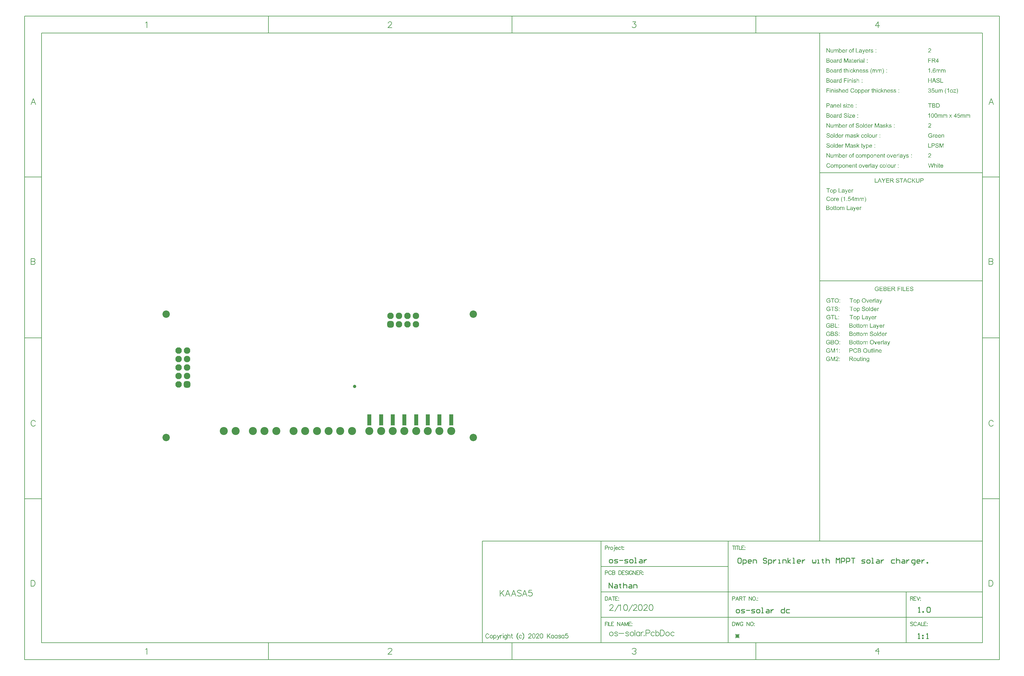
<source format=gbs>
G04*
G04 #@! TF.GenerationSoftware,Altium Limited,Altium Designer,20.2.4 (192)*
G04*
G04 Layer_Color=16711935*
%FSLAX44Y44*%
%MOMM*%
G71*
G04*
G04 #@! TF.SameCoordinates,F8E7ABB6-3CEF-49F6-A16B-343C8670ECB9*
G04*
G04*
G04 #@! TF.FilePolarity,Negative*
G04*
G01*
G75*
%ADD10C,0.2000*%
%ADD12C,0.2540*%
%ADD20C,0.1270*%
%ADD21C,0.1778*%
%ADD49C,2.4032*%
%ADD50C,1.9532*%
G04:AMPARAMS|DCode=51|XSize=1.9532mm|YSize=1.9532mm|CornerRadius=0.5391mm|HoleSize=0mm|Usage=FLASHONLY|Rotation=180.000|XOffset=0mm|YOffset=0mm|HoleType=Round|Shape=RoundedRectangle|*
%AMROUNDEDRECTD51*
21,1,1.9532,0.8750,0,0,180.0*
21,1,0.8750,1.9532,0,0,180.0*
1,1,1.0782,-0.4375,0.4375*
1,1,1.0782,0.4375,0.4375*
1,1,1.0782,0.4375,-0.4375*
1,1,1.0782,-0.4375,-0.4375*
%
%ADD51ROUNDEDRECTD51*%
G04:AMPARAMS|DCode=52|XSize=1.9532mm|YSize=1.9532mm|CornerRadius=0.5391mm|HoleSize=0mm|Usage=FLASHONLY|Rotation=270.000|XOffset=0mm|YOffset=0mm|HoleType=Round|Shape=RoundedRectangle|*
%AMROUNDEDRECTD52*
21,1,1.9532,0.8750,0,0,270.0*
21,1,0.8750,1.9532,0,0,270.0*
1,1,1.0782,-0.4375,-0.4375*
1,1,1.0782,-0.4375,0.4375*
1,1,1.0782,0.4375,0.4375*
1,1,1.0782,0.4375,-0.4375*
%
%ADD52ROUNDEDRECTD52*%
%ADD53C,2.2032*%
%ADD54C,1.0032*%
%ADD99R,1.2000X1.0000*%
%ADD100R,1.2032X1.2032*%
G36*
X2126701Y280781D02*
X2125121D01*
Y282576D01*
X2126701D01*
Y280781D01*
D02*
G37*
G36*
X2133763Y279240D02*
X2133958Y279221D01*
X2134192Y279182D01*
X2134465Y279123D01*
X2134718Y279045D01*
X2134991Y278948D01*
X2135031Y278928D01*
X2135108Y278889D01*
X2135226Y278831D01*
X2135382Y278733D01*
X2135557Y278616D01*
X2135733Y278480D01*
X2135908Y278324D01*
X2136045Y278148D01*
X2136064Y278129D01*
X2136103Y278070D01*
X2136162Y277953D01*
X2136240Y277816D01*
X2136318Y277660D01*
X2136396Y277465D01*
X2136474Y277231D01*
X2136533Y276997D01*
Y276978D01*
X2136552Y276919D01*
X2136572Y276802D01*
X2136591Y276646D01*
Y276431D01*
X2136611Y276158D01*
X2136630Y275846D01*
Y275456D01*
Y269760D01*
X2135050D01*
Y275397D01*
Y275417D01*
Y275437D01*
Y275554D01*
Y275729D01*
X2135031Y275944D01*
X2135011Y276158D01*
X2134972Y276412D01*
X2134913Y276626D01*
X2134855Y276822D01*
Y276841D01*
X2134816Y276900D01*
X2134777Y276997D01*
X2134718Y277095D01*
X2134621Y277231D01*
X2134504Y277348D01*
X2134367Y277485D01*
X2134211Y277602D01*
X2134192Y277621D01*
X2134133Y277641D01*
X2134036Y277699D01*
X2133899Y277758D01*
X2133743Y277797D01*
X2133548Y277855D01*
X2133353Y277875D01*
X2133119Y277894D01*
X2132943D01*
X2132768Y277855D01*
X2132514Y277816D01*
X2132241Y277738D01*
X2131968Y277621D01*
X2131656Y277465D01*
X2131383Y277251D01*
X2131344Y277212D01*
X2131266Y277114D01*
X2131149Y276958D01*
X2131090Y276841D01*
X2131031Y276705D01*
X2130954Y276549D01*
X2130895Y276373D01*
X2130836Y276178D01*
X2130778Y275963D01*
X2130719Y275710D01*
X2130700Y275437D01*
X2130661Y275144D01*
Y274832D01*
Y269760D01*
X2129081D01*
Y279045D01*
X2130505D01*
Y277719D01*
X2130524Y277738D01*
X2130544Y277777D01*
X2130602Y277855D01*
X2130700Y277953D01*
X2130797Y278070D01*
X2130934Y278207D01*
X2131071Y278343D01*
X2131246Y278499D01*
X2131461Y278636D01*
X2131675Y278772D01*
X2131909Y278909D01*
X2132182Y279026D01*
X2132456Y279123D01*
X2132768Y279201D01*
X2133099Y279240D01*
X2133450Y279260D01*
X2133587D01*
X2133763Y279240D01*
D02*
G37*
G36*
X2117669Y269760D02*
X2116265D01*
Y271106D01*
X2116245Y271087D01*
X2116206Y271047D01*
X2116147Y270969D01*
X2116069Y270872D01*
X2115952Y270735D01*
X2115816Y270618D01*
X2115660Y270462D01*
X2115484Y270326D01*
X2115289Y270189D01*
X2115075Y270033D01*
X2114821Y269916D01*
X2114567Y269799D01*
X2114275Y269682D01*
X2113982Y269604D01*
X2113651Y269565D01*
X2113319Y269545D01*
X2113182D01*
X2113026Y269565D01*
X2112812Y269584D01*
X2112578Y269623D01*
X2112324Y269682D01*
X2112051Y269760D01*
X2111778Y269858D01*
X2111739Y269877D01*
X2111661Y269916D01*
X2111544Y269974D01*
X2111388Y270072D01*
X2111212Y270189D01*
X2111037Y270326D01*
X2110881Y270462D01*
X2110724Y270638D01*
X2110705Y270657D01*
X2110666Y270716D01*
X2110607Y270833D01*
X2110549Y270969D01*
X2110451Y271145D01*
X2110373Y271340D01*
X2110295Y271555D01*
X2110237Y271808D01*
Y271828D01*
X2110217Y271906D01*
Y272003D01*
X2110198Y272159D01*
X2110178Y272374D01*
Y272628D01*
X2110159Y272920D01*
Y273271D01*
Y279045D01*
X2111739D01*
Y273876D01*
Y273857D01*
Y273818D01*
Y273759D01*
Y273681D01*
Y273466D01*
X2111758Y273213D01*
Y272940D01*
X2111778Y272666D01*
X2111797Y272413D01*
X2111817Y272218D01*
Y272198D01*
X2111856Y272120D01*
X2111895Y272003D01*
X2111953Y271867D01*
X2112032Y271711D01*
X2112149Y271535D01*
X2112285Y271379D01*
X2112441Y271243D01*
X2112461Y271223D01*
X2112539Y271184D01*
X2112636Y271126D01*
X2112773Y271067D01*
X2112948Y271008D01*
X2113143Y270950D01*
X2113378Y270911D01*
X2113631Y270891D01*
X2113748D01*
X2113885Y270911D01*
X2114060Y270930D01*
X2114255Y270969D01*
X2114470Y271047D01*
X2114704Y271126D01*
X2114938Y271243D01*
X2114958Y271262D01*
X2115036Y271320D01*
X2115153Y271399D01*
X2115289Y271516D01*
X2115426Y271652D01*
X2115582Y271828D01*
X2115699Y272023D01*
X2115816Y272237D01*
X2115835Y272276D01*
X2115855Y272354D01*
X2115894Y272491D01*
X2115952Y272706D01*
X2116011Y272959D01*
X2116050Y273271D01*
X2116069Y273642D01*
X2116089Y274051D01*
Y279045D01*
X2117669D01*
Y269760D01*
D02*
G37*
G36*
X2126701D02*
X2125121D01*
Y279045D01*
X2126701D01*
Y269760D01*
D02*
G37*
G36*
X2093656Y282557D02*
X2093812D01*
X2094202Y282537D01*
X2094612Y282498D01*
X2095041Y282420D01*
X2095450Y282342D01*
X2095645Y282284D01*
X2095821Y282225D01*
X2095840D01*
X2095860Y282206D01*
X2095977Y282167D01*
X2096133Y282069D01*
X2096328Y281933D01*
X2096562Y281776D01*
X2096796Y281562D01*
X2097030Y281308D01*
X2097245Y280996D01*
X2097265Y280957D01*
X2097323Y280840D01*
X2097421Y280665D01*
X2097518Y280430D01*
X2097616Y280138D01*
X2097713Y279806D01*
X2097772Y279455D01*
X2097791Y279065D01*
Y279045D01*
Y279006D01*
Y278928D01*
X2097772Y278831D01*
Y278714D01*
X2097752Y278577D01*
X2097674Y278265D01*
X2097577Y277894D01*
X2097421Y277524D01*
X2097186Y277134D01*
X2097050Y276939D01*
X2096894Y276763D01*
X2096855Y276724D01*
X2096796Y276685D01*
X2096738Y276607D01*
X2096640Y276549D01*
X2096523Y276451D01*
X2096387Y276373D01*
X2096231Y276275D01*
X2096055Y276178D01*
X2095840Y276080D01*
X2095626Y275983D01*
X2095372Y275885D01*
X2095119Y275788D01*
X2094826Y275710D01*
X2094514Y275651D01*
X2094182Y275593D01*
X2094221Y275573D01*
X2094299Y275534D01*
X2094417Y275476D01*
X2094553Y275397D01*
X2094885Y275183D01*
X2095060Y275066D01*
X2095197Y274949D01*
X2095236Y274910D01*
X2095333Y274832D01*
X2095470Y274676D01*
X2095645Y274481D01*
X2095860Y274227D01*
X2096094Y273934D01*
X2096348Y273603D01*
X2096601Y273232D01*
X2098825Y269760D01*
X2096699D01*
X2095002Y272413D01*
Y272432D01*
X2094963Y272472D01*
X2094924Y272530D01*
X2094885Y272608D01*
X2094748Y272803D01*
X2094573Y273057D01*
X2094377Y273349D01*
X2094163Y273642D01*
X2093968Y273915D01*
X2093773Y274169D01*
X2093753Y274188D01*
X2093695Y274266D01*
X2093597Y274383D01*
X2093500Y274520D01*
X2093207Y274793D01*
X2093071Y274929D01*
X2092914Y275027D01*
X2092895Y275046D01*
X2092856Y275066D01*
X2092778Y275105D01*
X2092680Y275163D01*
X2092446Y275280D01*
X2092154Y275378D01*
X2092134D01*
X2092095Y275397D01*
X2092017D01*
X2091920Y275417D01*
X2091783Y275437D01*
X2091627D01*
X2091432Y275456D01*
X2089247D01*
Y269760D01*
X2087550D01*
Y282576D01*
X2093500D01*
X2093656Y282557D01*
D02*
G37*
G36*
X2121980Y279045D02*
X2123560D01*
Y277816D01*
X2121980D01*
Y272374D01*
Y272354D01*
Y272276D01*
Y272159D01*
X2122000Y272023D01*
X2122019Y271730D01*
X2122039Y271613D01*
X2122058Y271516D01*
X2122078Y271477D01*
X2122117Y271399D01*
X2122195Y271301D01*
X2122312Y271203D01*
X2122351Y271184D01*
X2122448Y271164D01*
X2122624Y271126D01*
X2122858Y271106D01*
X2123053D01*
X2123151Y271126D01*
X2123268D01*
X2123560Y271164D01*
X2123775Y269779D01*
X2123736D01*
X2123658Y269760D01*
X2123541Y269741D01*
X2123365Y269721D01*
X2123190Y269682D01*
X2122995Y269662D01*
X2122585Y269643D01*
X2122448D01*
X2122292Y269662D01*
X2122097Y269682D01*
X2121883Y269701D01*
X2121649Y269760D01*
X2121434Y269818D01*
X2121239Y269897D01*
X2121219Y269916D01*
X2121161Y269955D01*
X2121083Y270014D01*
X2120985Y270092D01*
X2120868Y270189D01*
X2120771Y270306D01*
X2120654Y270443D01*
X2120576Y270599D01*
Y270618D01*
X2120556Y270696D01*
X2120517Y270813D01*
X2120498Y271008D01*
X2120459Y271262D01*
X2120439Y271399D01*
X2120420Y271574D01*
Y271769D01*
X2120400Y271984D01*
Y272218D01*
Y272472D01*
Y277816D01*
X2119230D01*
Y279045D01*
X2120400D01*
Y281328D01*
X2121980Y282284D01*
Y279045D01*
D02*
G37*
G36*
X2104307Y279240D02*
X2104482Y279221D01*
X2104658Y279201D01*
X2104872Y279162D01*
X2105107Y279104D01*
X2105594Y278948D01*
X2105848Y278850D01*
X2106121Y278733D01*
X2106374Y278577D01*
X2106628Y278402D01*
X2106882Y278207D01*
X2107116Y277992D01*
X2107135Y277973D01*
X2107174Y277934D01*
X2107233Y277855D01*
X2107311Y277758D01*
X2107408Y277641D01*
X2107506Y277485D01*
X2107623Y277290D01*
X2107740Y277095D01*
X2107838Y276861D01*
X2107955Y276588D01*
X2108052Y276314D01*
X2108150Y276002D01*
X2108228Y275671D01*
X2108286Y275300D01*
X2108325Y274929D01*
X2108345Y274520D01*
Y274500D01*
Y274442D01*
Y274344D01*
Y274227D01*
X2108325Y274071D01*
Y273895D01*
X2108306Y273700D01*
X2108286Y273486D01*
X2108208Y273037D01*
X2108111Y272569D01*
X2107974Y272101D01*
X2107798Y271691D01*
Y271672D01*
X2107779Y271652D01*
X2107701Y271516D01*
X2107564Y271340D01*
X2107389Y271106D01*
X2107174Y270852D01*
X2106901Y270599D01*
X2106589Y270345D01*
X2106218Y270111D01*
X2106199D01*
X2106179Y270092D01*
X2106121Y270053D01*
X2106043Y270033D01*
X2105828Y269935D01*
X2105555Y269838D01*
X2105224Y269721D01*
X2104853Y269643D01*
X2104443Y269565D01*
X2103994Y269545D01*
X2103799D01*
X2103663Y269565D01*
X2103507Y269584D01*
X2103312Y269604D01*
X2103097Y269643D01*
X2102863Y269701D01*
X2102375Y269858D01*
X2102102Y269955D01*
X2101849Y270072D01*
X2101576Y270209D01*
X2101322Y270384D01*
X2101069Y270579D01*
X2100834Y270794D01*
X2100815Y270813D01*
X2100776Y270852D01*
X2100717Y270930D01*
X2100659Y271028D01*
X2100561Y271164D01*
X2100464Y271320D01*
X2100347Y271496D01*
X2100249Y271711D01*
X2100132Y271964D01*
X2100015Y272218D01*
X2099917Y272530D01*
X2099839Y272842D01*
X2099762Y273193D01*
X2099703Y273564D01*
X2099664Y273974D01*
X2099644Y274403D01*
Y274442D01*
Y274520D01*
X2099664Y274656D01*
Y274832D01*
X2099684Y275046D01*
X2099722Y275280D01*
X2099762Y275554D01*
X2099820Y275846D01*
X2099898Y276158D01*
X2099996Y276470D01*
X2100113Y276783D01*
X2100249Y277095D01*
X2100405Y277407D01*
X2100600Y277699D01*
X2100815Y277973D01*
X2101069Y278226D01*
X2101088Y278246D01*
X2101127Y278265D01*
X2101185Y278324D01*
X2101283Y278382D01*
X2101400Y278460D01*
X2101537Y278558D01*
X2101693Y278655D01*
X2101888Y278753D01*
X2102083Y278831D01*
X2102297Y278928D01*
X2102805Y279104D01*
X2103370Y279221D01*
X2103682Y279240D01*
X2103994Y279260D01*
X2104170D01*
X2104307Y279240D01*
D02*
G37*
G36*
X2142716D02*
X2142853Y279221D01*
X2143029Y279182D01*
X2143399Y279084D01*
X2143614Y279026D01*
X2143828Y278928D01*
X2144062Y278831D01*
X2144296Y278694D01*
X2144511Y278538D01*
X2144745Y278363D01*
X2144960Y278148D01*
X2145155Y277914D01*
Y279045D01*
X2146598D01*
Y271008D01*
Y270989D01*
Y270911D01*
Y270813D01*
Y270657D01*
X2146579Y270482D01*
Y270287D01*
X2146559Y270053D01*
X2146540Y269818D01*
X2146481Y269331D01*
X2146403Y268824D01*
X2146306Y268355D01*
X2146228Y268141D01*
X2146150Y267965D01*
Y267946D01*
X2146130Y267926D01*
X2146072Y267809D01*
X2145954Y267653D01*
X2145818Y267439D01*
X2145623Y267204D01*
X2145389Y266970D01*
X2145096Y266736D01*
X2144765Y266522D01*
X2144745D01*
X2144726Y266502D01*
X2144667Y266483D01*
X2144589Y266444D01*
X2144394Y266346D01*
X2144121Y266268D01*
X2143770Y266171D01*
X2143360Y266073D01*
X2142911Y266015D01*
X2142404Y265995D01*
X2142248D01*
X2142131Y266015D01*
X2141995D01*
X2141819Y266034D01*
X2141448Y266093D01*
X2141019Y266190D01*
X2140571Y266307D01*
X2140122Y266502D01*
X2139712Y266756D01*
X2139693D01*
X2139673Y266795D01*
X2139556Y266892D01*
X2139400Y267068D01*
X2139205Y267322D01*
X2139030Y267634D01*
X2138873Y268024D01*
X2138776Y268472D01*
X2138737Y268726D01*
Y268999D01*
X2140258Y268785D01*
Y268746D01*
X2140278Y268668D01*
X2140317Y268550D01*
X2140356Y268395D01*
X2140434Y268219D01*
X2140531Y268043D01*
X2140649Y267887D01*
X2140805Y267751D01*
X2140824Y267731D01*
X2140922Y267673D01*
X2141039Y267614D01*
X2141234Y267536D01*
X2141448Y267439D01*
X2141721Y267380D01*
X2142053Y267322D01*
X2142404Y267302D01*
X2142580D01*
X2142775Y267322D01*
X2143029Y267361D01*
X2143302Y267419D01*
X2143575Y267497D01*
X2143848Y267595D01*
X2144082Y267751D01*
X2144101Y267770D01*
X2144179Y267829D01*
X2144277Y267926D01*
X2144413Y268063D01*
X2144550Y268238D01*
X2144667Y268433D01*
X2144784Y268687D01*
X2144882Y268960D01*
Y268980D01*
X2144901Y269058D01*
X2144921Y269194D01*
X2144940Y269389D01*
X2144979Y269662D01*
Y269838D01*
X2144999Y270014D01*
Y270228D01*
Y270443D01*
Y270696D01*
Y270969D01*
X2144979Y270950D01*
X2144960Y270911D01*
X2144901Y270852D01*
X2144823Y270774D01*
X2144706Y270696D01*
X2144589Y270579D01*
X2144296Y270365D01*
X2143926Y270150D01*
X2143477Y269955D01*
X2143243Y269877D01*
X2142989Y269818D01*
X2142716Y269779D01*
X2142443Y269760D01*
X2142268D01*
X2142131Y269779D01*
X2141975Y269799D01*
X2141780Y269838D01*
X2141585Y269877D01*
X2141351Y269935D01*
X2141117Y269994D01*
X2140883Y270092D01*
X2140629Y270209D01*
X2140395Y270345D01*
X2140141Y270501D01*
X2139907Y270677D01*
X2139693Y270891D01*
X2139478Y271126D01*
X2139459Y271145D01*
X2139439Y271184D01*
X2139381Y271262D01*
X2139322Y271379D01*
X2139244Y271516D01*
X2139147Y271672D01*
X2139049Y271847D01*
X2138951Y272062D01*
X2138854Y272296D01*
X2138756Y272549D01*
X2138678Y272823D01*
X2138581Y273115D01*
X2138464Y273739D01*
X2138444Y274091D01*
X2138425Y274442D01*
Y274461D01*
Y274500D01*
Y274578D01*
Y274676D01*
X2138444Y274793D01*
Y274929D01*
X2138483Y275242D01*
X2138542Y275632D01*
X2138620Y276041D01*
X2138737Y276470D01*
X2138893Y276900D01*
Y276919D01*
X2138912Y276958D01*
X2138951Y277017D01*
X2138990Y277095D01*
X2139088Y277290D01*
X2139244Y277543D01*
X2139459Y277816D01*
X2139693Y278109D01*
X2139966Y278382D01*
X2140297Y278636D01*
X2140317D01*
X2140336Y278655D01*
X2140395Y278694D01*
X2140453Y278733D01*
X2140649Y278831D01*
X2140902Y278948D01*
X2141234Y279065D01*
X2141585Y279162D01*
X2141995Y279240D01*
X2142443Y279260D01*
X2142599D01*
X2142716Y279240D01*
D02*
G37*
G36*
X2163511Y305781D02*
X2161931D01*
Y307576D01*
X2163511D01*
Y305781D01*
D02*
G37*
G36*
X2105360Y307771D02*
X2105516Y307752D01*
X2105711Y307732D01*
X2105926Y307713D01*
X2106160Y307674D01*
X2106667Y307557D01*
X2107213Y307381D01*
X2107486Y307264D01*
X2107759Y307127D01*
X2108013Y306971D01*
X2108267Y306796D01*
X2108286Y306776D01*
X2108325Y306757D01*
X2108384Y306698D01*
X2108481Y306620D01*
X2108579Y306523D01*
X2108715Y306386D01*
X2108852Y306250D01*
X2108988Y306094D01*
X2109144Y305899D01*
X2109281Y305704D01*
X2109437Y305469D01*
X2109593Y305216D01*
X2109730Y304962D01*
X2109866Y304670D01*
X2110100Y304045D01*
X2108423Y303655D01*
Y303675D01*
X2108403Y303714D01*
X2108384Y303792D01*
X2108345Y303889D01*
X2108286Y304006D01*
X2108228Y304143D01*
X2108091Y304436D01*
X2107915Y304767D01*
X2107681Y305118D01*
X2107428Y305430D01*
X2107116Y305704D01*
X2107077Y305723D01*
X2106960Y305801D01*
X2106784Y305899D01*
X2106530Y306035D01*
X2106238Y306152D01*
X2105867Y306250D01*
X2105458Y306328D01*
X2104989Y306347D01*
X2104853D01*
X2104755Y306328D01*
X2104619D01*
X2104482Y306308D01*
X2104131Y306250D01*
X2103741Y306172D01*
X2103331Y306035D01*
X2102922Y305860D01*
X2102531Y305625D01*
X2102512D01*
X2102493Y305586D01*
X2102375Y305489D01*
X2102200Y305333D01*
X2101985Y305118D01*
X2101771Y304845D01*
X2101537Y304533D01*
X2101322Y304143D01*
X2101147Y303714D01*
Y303694D01*
X2101127Y303655D01*
X2101107Y303597D01*
X2101088Y303499D01*
X2101049Y303402D01*
X2101030Y303265D01*
X2100951Y302953D01*
X2100873Y302582D01*
X2100815Y302173D01*
X2100776Y301724D01*
X2100756Y301256D01*
Y301236D01*
Y301178D01*
Y301100D01*
Y300983D01*
X2100776Y300846D01*
Y300671D01*
X2100795Y300495D01*
X2100815Y300300D01*
X2100873Y299851D01*
X2100951Y299364D01*
X2101069Y298876D01*
X2101225Y298408D01*
Y298388D01*
X2101244Y298349D01*
X2101283Y298291D01*
X2101322Y298213D01*
X2101420Y297979D01*
X2101576Y297725D01*
X2101790Y297413D01*
X2102044Y297120D01*
X2102336Y296828D01*
X2102688Y296574D01*
X2102707D01*
X2102727Y296555D01*
X2102785Y296516D01*
X2102863Y296477D01*
X2103078Y296399D01*
X2103351Y296282D01*
X2103663Y296184D01*
X2104034Y296086D01*
X2104443Y296008D01*
X2104872Y295989D01*
X2105009D01*
X2105107Y296008D01*
X2105224D01*
X2105380Y296028D01*
X2105711Y296086D01*
X2106082Y296184D01*
X2106492Y296340D01*
X2106882Y296535D01*
X2107272Y296808D01*
X2107291Y296828D01*
X2107311Y296847D01*
X2107428Y296964D01*
X2107603Y297159D01*
X2107818Y297413D01*
X2108033Y297764D01*
X2108267Y298174D01*
X2108462Y298681D01*
X2108618Y299247D01*
X2110315Y298817D01*
Y298798D01*
X2110295Y298720D01*
X2110256Y298622D01*
X2110217Y298466D01*
X2110139Y298310D01*
X2110061Y298096D01*
X2109983Y297881D01*
X2109866Y297647D01*
X2109613Y297120D01*
X2109261Y296594D01*
X2108871Y296086D01*
X2108637Y295852D01*
X2108384Y295638D01*
X2108364Y295618D01*
X2108325Y295599D01*
X2108247Y295540D01*
X2108130Y295462D01*
X2107993Y295384D01*
X2107838Y295287D01*
X2107662Y295189D01*
X2107447Y295092D01*
X2107213Y294994D01*
X2106960Y294897D01*
X2106667Y294799D01*
X2106374Y294721D01*
X2105731Y294584D01*
X2105380Y294565D01*
X2105009Y294545D01*
X2104814D01*
X2104658Y294565D01*
X2104482D01*
X2104287Y294584D01*
X2104053Y294623D01*
X2103819Y294643D01*
X2103273Y294760D01*
X2102707Y294897D01*
X2102161Y295111D01*
X2101888Y295228D01*
X2101634Y295384D01*
X2101615Y295404D01*
X2101576Y295423D01*
X2101517Y295482D01*
X2101420Y295540D01*
X2101185Y295735D01*
X2100912Y296008D01*
X2100581Y296340D01*
X2100269Y296769D01*
X2099937Y297257D01*
X2099664Y297823D01*
Y297842D01*
X2099644Y297901D01*
X2099605Y297979D01*
X2099566Y298096D01*
X2099508Y298252D01*
X2099449Y298427D01*
X2099391Y298622D01*
X2099332Y298857D01*
X2099274Y299090D01*
X2099215Y299364D01*
X2099098Y299949D01*
X2099020Y300573D01*
X2099001Y301256D01*
Y301275D01*
Y301353D01*
Y301451D01*
X2099020Y301588D01*
Y301763D01*
X2099040Y301978D01*
X2099059Y302192D01*
X2099098Y302446D01*
X2099196Y302992D01*
X2099313Y303577D01*
X2099508Y304182D01*
X2099762Y304748D01*
Y304767D01*
X2099801Y304806D01*
X2099839Y304884D01*
X2099898Y305001D01*
X2099976Y305118D01*
X2100074Y305255D01*
X2100327Y305586D01*
X2100620Y305957D01*
X2100990Y306328D01*
X2101439Y306698D01*
X2101927Y307010D01*
X2101946D01*
X2101985Y307050D01*
X2102063Y307089D01*
X2102180Y307127D01*
X2102297Y307186D01*
X2102453Y307264D01*
X2102649Y307323D01*
X2102844Y307401D01*
X2103058Y307479D01*
X2103292Y307537D01*
X2103819Y307674D01*
X2104404Y307752D01*
X2105028Y307791D01*
X2105224D01*
X2105360Y307771D01*
D02*
G37*
G36*
X2170573Y304240D02*
X2170768Y304221D01*
X2171002Y304182D01*
X2171275Y304123D01*
X2171528Y304045D01*
X2171802Y303948D01*
X2171841Y303928D01*
X2171919Y303889D01*
X2172036Y303831D01*
X2172192Y303733D01*
X2172367Y303616D01*
X2172543Y303480D01*
X2172718Y303324D01*
X2172855Y303148D01*
X2172874Y303129D01*
X2172914Y303070D01*
X2172972Y302953D01*
X2173050Y302816D01*
X2173128Y302660D01*
X2173206Y302465D01*
X2173284Y302231D01*
X2173343Y301997D01*
Y301978D01*
X2173362Y301919D01*
X2173382Y301802D01*
X2173401Y301646D01*
Y301431D01*
X2173421Y301158D01*
X2173440Y300846D01*
Y300456D01*
Y294760D01*
X2171860D01*
Y300397D01*
Y300417D01*
Y300436D01*
Y300554D01*
Y300729D01*
X2171841Y300944D01*
X2171821Y301158D01*
X2171782Y301412D01*
X2171723Y301626D01*
X2171665Y301821D01*
Y301841D01*
X2171626Y301900D01*
X2171587Y301997D01*
X2171528Y302095D01*
X2171431Y302231D01*
X2171314Y302348D01*
X2171177Y302485D01*
X2171021Y302602D01*
X2171002Y302621D01*
X2170943Y302641D01*
X2170846Y302699D01*
X2170709Y302758D01*
X2170553Y302797D01*
X2170358Y302855D01*
X2170163Y302875D01*
X2169929Y302894D01*
X2169753D01*
X2169578Y302855D01*
X2169324Y302816D01*
X2169051Y302738D01*
X2168778Y302621D01*
X2168466Y302465D01*
X2168193Y302251D01*
X2168154Y302212D01*
X2168076Y302114D01*
X2167959Y301958D01*
X2167900Y301841D01*
X2167842Y301705D01*
X2167764Y301548D01*
X2167705Y301373D01*
X2167646Y301178D01*
X2167588Y300963D01*
X2167529Y300710D01*
X2167510Y300436D01*
X2167471Y300144D01*
Y299832D01*
Y294760D01*
X2165891D01*
Y304045D01*
X2167315D01*
Y302719D01*
X2167334Y302738D01*
X2167354Y302777D01*
X2167413Y302855D01*
X2167510Y302953D01*
X2167608Y303070D01*
X2167744Y303207D01*
X2167881Y303343D01*
X2168056Y303499D01*
X2168271Y303636D01*
X2168485Y303772D01*
X2168719Y303909D01*
X2168992Y304026D01*
X2169266Y304123D01*
X2169578Y304201D01*
X2169909Y304240D01*
X2170260Y304260D01*
X2170397D01*
X2170573Y304240D01*
D02*
G37*
G36*
X2150500Y294760D02*
X2149095D01*
Y296106D01*
X2149076Y296086D01*
X2149037Y296047D01*
X2148978Y295969D01*
X2148900Y295872D01*
X2148783Y295735D01*
X2148647Y295618D01*
X2148490Y295462D01*
X2148315Y295326D01*
X2148120Y295189D01*
X2147905Y295033D01*
X2147652Y294916D01*
X2147398Y294799D01*
X2147106Y294682D01*
X2146813Y294604D01*
X2146481Y294565D01*
X2146150Y294545D01*
X2146013D01*
X2145857Y294565D01*
X2145642Y294584D01*
X2145408Y294623D01*
X2145155Y294682D01*
X2144882Y294760D01*
X2144608Y294858D01*
X2144570Y294877D01*
X2144491Y294916D01*
X2144375Y294974D01*
X2144218Y295072D01*
X2144043Y295189D01*
X2143867Y295326D01*
X2143711Y295462D01*
X2143555Y295638D01*
X2143536Y295657D01*
X2143497Y295716D01*
X2143438Y295833D01*
X2143380Y295969D01*
X2143282Y296145D01*
X2143204Y296340D01*
X2143126Y296555D01*
X2143067Y296808D01*
Y296828D01*
X2143048Y296906D01*
Y297003D01*
X2143029Y297159D01*
X2143009Y297374D01*
Y297628D01*
X2142989Y297920D01*
Y298271D01*
Y304045D01*
X2144570D01*
Y298876D01*
Y298857D01*
Y298817D01*
Y298759D01*
Y298681D01*
Y298466D01*
X2144589Y298213D01*
Y297940D01*
X2144608Y297666D01*
X2144628Y297413D01*
X2144648Y297218D01*
Y297198D01*
X2144687Y297120D01*
X2144726Y297003D01*
X2144784Y296867D01*
X2144862Y296711D01*
X2144979Y296535D01*
X2145116Y296379D01*
X2145272Y296243D01*
X2145291Y296223D01*
X2145369Y296184D01*
X2145467Y296125D01*
X2145603Y296067D01*
X2145779Y296008D01*
X2145974Y295950D01*
X2146208Y295911D01*
X2146462Y295891D01*
X2146579D01*
X2146715Y295911D01*
X2146891Y295930D01*
X2147086Y295969D01*
X2147301Y296047D01*
X2147535Y296125D01*
X2147769Y296243D01*
X2147788Y296262D01*
X2147866Y296320D01*
X2147983Y296399D01*
X2148120Y296516D01*
X2148256Y296652D01*
X2148412Y296828D01*
X2148530Y297023D01*
X2148647Y297237D01*
X2148666Y297276D01*
X2148685Y297354D01*
X2148725Y297491D01*
X2148783Y297705D01*
X2148842Y297959D01*
X2148881Y298271D01*
X2148900Y298642D01*
X2148920Y299051D01*
Y304045D01*
X2150500D01*
Y294760D01*
D02*
G37*
G36*
X2163511D02*
X2161931D01*
Y304045D01*
X2163511D01*
Y294760D01*
D02*
G37*
G36*
X2159492D02*
X2157912D01*
Y307576D01*
X2159492D01*
Y294760D01*
D02*
G37*
G36*
X2117493Y307557D02*
X2117630D01*
X2117962Y307537D01*
X2118332Y307479D01*
X2118723Y307420D01*
X2119113Y307323D01*
X2119464Y307186D01*
X2119483D01*
X2119503Y307167D01*
X2119620Y307108D01*
X2119776Y307010D01*
X2119971Y306893D01*
X2120205Y306718D01*
X2120439Y306503D01*
X2120654Y306269D01*
X2120868Y305977D01*
X2120888Y305938D01*
X2120946Y305840D01*
X2121024Y305665D01*
X2121122Y305450D01*
X2121219Y305196D01*
X2121297Y304923D01*
X2121356Y304611D01*
X2121375Y304279D01*
Y304240D01*
Y304143D01*
X2121356Y303987D01*
X2121317Y303772D01*
X2121258Y303538D01*
X2121180Y303285D01*
X2121083Y302992D01*
X2120927Y302719D01*
X2120907Y302680D01*
X2120849Y302602D01*
X2120732Y302465D01*
X2120595Y302309D01*
X2120400Y302114D01*
X2120166Y301939D01*
X2119893Y301744D01*
X2119561Y301568D01*
X2119581D01*
X2119620Y301548D01*
X2119678Y301529D01*
X2119756Y301509D01*
X2119971Y301412D01*
X2120224Y301295D01*
X2120517Y301119D01*
X2120810Y300924D01*
X2121102Y300690D01*
X2121356Y300397D01*
X2121375Y300359D01*
X2121454Y300261D01*
X2121551Y300085D01*
X2121688Y299851D01*
X2121805Y299559D01*
X2121902Y299247D01*
X2121980Y298876D01*
X2122000Y298466D01*
Y298427D01*
Y298310D01*
X2121980Y298135D01*
X2121961Y297920D01*
X2121902Y297666D01*
X2121844Y297374D01*
X2121746Y297081D01*
X2121609Y296789D01*
X2121590Y296750D01*
X2121551Y296652D01*
X2121454Y296516D01*
X2121356Y296340D01*
X2121219Y296145D01*
X2121063Y295950D01*
X2120868Y295755D01*
X2120673Y295579D01*
X2120654Y295560D01*
X2120576Y295521D01*
X2120459Y295443D01*
X2120283Y295345D01*
X2120088Y295248D01*
X2119834Y295150D01*
X2119561Y295053D01*
X2119269Y294955D01*
X2119230D01*
X2119113Y294916D01*
X2118937Y294897D01*
X2118703Y294858D01*
X2118391Y294818D01*
X2118040Y294799D01*
X2117650Y294760D01*
X2112324D01*
Y307576D01*
X2117357D01*
X2117493Y307557D01*
D02*
G37*
G36*
X2093090D02*
X2093402Y307537D01*
X2093734Y307518D01*
X2094046Y307479D01*
X2094319Y307440D01*
X2094358D01*
X2094475Y307401D01*
X2094651Y307362D01*
X2094865Y307303D01*
X2095119Y307225D01*
X2095372Y307127D01*
X2095645Y306991D01*
X2095899Y306835D01*
X2095919Y306815D01*
X2096016Y306757D01*
X2096133Y306659D01*
X2096270Y306523D01*
X2096426Y306347D01*
X2096601Y306133D01*
X2096777Y305899D01*
X2096933Y305606D01*
X2096952Y305567D01*
X2096991Y305469D01*
X2097050Y305313D01*
X2097128Y305099D01*
X2097206Y304845D01*
X2097265Y304553D01*
X2097304Y304221D01*
X2097323Y303870D01*
Y303850D01*
Y303792D01*
Y303714D01*
X2097304Y303597D01*
X2097284Y303460D01*
X2097265Y303285D01*
X2097245Y303109D01*
X2097186Y302914D01*
X2097070Y302465D01*
X2096874Y302017D01*
X2096757Y301782D01*
X2096621Y301548D01*
X2096465Y301314D01*
X2096270Y301100D01*
X2096250Y301080D01*
X2096211Y301061D01*
X2096153Y301002D01*
X2096075Y300924D01*
X2095938Y300846D01*
X2095802Y300749D01*
X2095626Y300651D01*
X2095411Y300554D01*
X2095177Y300436D01*
X2094904Y300339D01*
X2094592Y300242D01*
X2094261Y300163D01*
X2093870Y300085D01*
X2093461Y300027D01*
X2093012Y300007D01*
X2092524Y299988D01*
X2089247D01*
Y294760D01*
X2087550D01*
Y307576D01*
X2092797D01*
X2093090Y307557D01*
D02*
G37*
G36*
X2154811Y304045D02*
X2156391D01*
Y302816D01*
X2154811D01*
Y297374D01*
Y297354D01*
Y297276D01*
Y297159D01*
X2154830Y297023D01*
X2154850Y296730D01*
X2154869Y296613D01*
X2154889Y296516D01*
X2154908Y296477D01*
X2154947Y296399D01*
X2155025Y296301D01*
X2155142Y296203D01*
X2155181Y296184D01*
X2155279Y296164D01*
X2155455Y296125D01*
X2155689Y296106D01*
X2155884D01*
X2155981Y296125D01*
X2156098D01*
X2156391Y296164D01*
X2156606Y294779D01*
X2156566D01*
X2156488Y294760D01*
X2156371Y294740D01*
X2156196Y294721D01*
X2156020Y294682D01*
X2155825Y294662D01*
X2155415Y294643D01*
X2155279D01*
X2155123Y294662D01*
X2154928Y294682D01*
X2154713Y294701D01*
X2154479Y294760D01*
X2154265Y294818D01*
X2154070Y294897D01*
X2154050Y294916D01*
X2153992Y294955D01*
X2153914Y295014D01*
X2153816Y295092D01*
X2153699Y295189D01*
X2153601Y295306D01*
X2153484Y295443D01*
X2153406Y295599D01*
Y295618D01*
X2153387Y295696D01*
X2153348Y295813D01*
X2153328Y296008D01*
X2153289Y296262D01*
X2153270Y296399D01*
X2153250Y296574D01*
Y296769D01*
X2153231Y296984D01*
Y297218D01*
Y297471D01*
Y302816D01*
X2152060D01*
Y304045D01*
X2153231D01*
Y306328D01*
X2154811Y307284D01*
Y304045D01*
D02*
G37*
G36*
X2179956Y304240D02*
X2180112Y304221D01*
X2180307Y304201D01*
X2180502Y304162D01*
X2180736Y304104D01*
X2181204Y303948D01*
X2181458Y303850D01*
X2181711Y303714D01*
X2181965Y303577D01*
X2182218Y303402D01*
X2182453Y303207D01*
X2182687Y302973D01*
X2182706Y302953D01*
X2182745Y302914D01*
X2182804Y302836D01*
X2182882Y302738D01*
X2182960Y302602D01*
X2183057Y302446D01*
X2183174Y302270D01*
X2183291Y302056D01*
X2183389Y301802D01*
X2183506Y301548D01*
X2183603Y301256D01*
X2183701Y300924D01*
X2183759Y300593D01*
X2183818Y300222D01*
X2183857Y299832D01*
X2183876Y299403D01*
Y299383D01*
Y299305D01*
Y299169D01*
X2183857Y298993D01*
X2176951D01*
Y298974D01*
Y298934D01*
X2176971Y298837D01*
Y298739D01*
X2176991Y298603D01*
X2177010Y298466D01*
X2177088Y298115D01*
X2177205Y297745D01*
X2177342Y297354D01*
X2177556Y296964D01*
X2177810Y296633D01*
X2177849Y296594D01*
X2177946Y296516D01*
X2178122Y296379D01*
X2178336Y296243D01*
X2178629Y296086D01*
X2178961Y295950D01*
X2179331Y295872D01*
X2179741Y295833D01*
X2179897D01*
X2180053Y295852D01*
X2180248Y295891D01*
X2180482Y295950D01*
X2180736Y296028D01*
X2180990Y296125D01*
X2181224Y296282D01*
X2181243Y296301D01*
X2181321Y296379D01*
X2181438Y296477D01*
X2181575Y296652D01*
X2181731Y296847D01*
X2181887Y297101D01*
X2182043Y297413D01*
X2182199Y297764D01*
X2183818Y297549D01*
Y297530D01*
X2183799Y297491D01*
X2183779Y297413D01*
X2183740Y297315D01*
X2183701Y297198D01*
X2183642Y297062D01*
X2183486Y296730D01*
X2183291Y296379D01*
X2183057Y296008D01*
X2182745Y295638D01*
X2182394Y295326D01*
X2182375D01*
X2182355Y295287D01*
X2182296Y295248D01*
X2182199Y295209D01*
X2182101Y295150D01*
X2181984Y295072D01*
X2181848Y295014D01*
X2181672Y294935D01*
X2181302Y294799D01*
X2180833Y294662D01*
X2180326Y294584D01*
X2179741Y294545D01*
X2179546D01*
X2179409Y294565D01*
X2179234Y294584D01*
X2179039Y294604D01*
X2178824Y294643D01*
X2178571Y294701D01*
X2178063Y294858D01*
X2177790Y294955D01*
X2177537Y295072D01*
X2177264Y295209D01*
X2177010Y295384D01*
X2176756Y295579D01*
X2176522Y295794D01*
X2176503Y295813D01*
X2176464Y295852D01*
X2176405Y295930D01*
X2176347Y296028D01*
X2176249Y296145D01*
X2176152Y296301D01*
X2176035Y296496D01*
X2175937Y296711D01*
X2175820Y296945D01*
X2175703Y297198D01*
X2175605Y297491D01*
X2175527Y297803D01*
X2175449Y298135D01*
X2175391Y298505D01*
X2175352Y298895D01*
X2175332Y299305D01*
Y299325D01*
Y299403D01*
Y299539D01*
X2175352Y299695D01*
X2175371Y299890D01*
X2175391Y300124D01*
X2175430Y300378D01*
X2175488Y300651D01*
X2175625Y301236D01*
X2175723Y301529D01*
X2175840Y301841D01*
X2175976Y302134D01*
X2176132Y302426D01*
X2176308Y302699D01*
X2176522Y302953D01*
X2176542Y302973D01*
X2176581Y303011D01*
X2176639Y303070D01*
X2176737Y303167D01*
X2176854Y303265D01*
X2177010Y303363D01*
X2177166Y303480D01*
X2177361Y303616D01*
X2177576Y303733D01*
X2177810Y303850D01*
X2178063Y303948D01*
X2178356Y304065D01*
X2178649Y304143D01*
X2178961Y304201D01*
X2179292Y304240D01*
X2179644Y304260D01*
X2179819D01*
X2179956Y304240D01*
D02*
G37*
G36*
X2135206Y307771D02*
X2135362D01*
X2135557Y307752D01*
X2135752Y307713D01*
X2135986Y307693D01*
X2136474Y307576D01*
X2137020Y307420D01*
X2137566Y307225D01*
X2137840Y307089D01*
X2138113Y306932D01*
X2138132D01*
X2138171Y306893D01*
X2138249Y306854D01*
X2138347Y306776D01*
X2138464Y306698D01*
X2138600Y306581D01*
X2138912Y306328D01*
X2139264Y305996D01*
X2139634Y305586D01*
X2139966Y305118D01*
X2140278Y304572D01*
Y304553D01*
X2140317Y304494D01*
X2140356Y304416D01*
X2140395Y304299D01*
X2140453Y304162D01*
X2140512Y303987D01*
X2140590Y303792D01*
X2140668Y303577D01*
X2140727Y303324D01*
X2140805Y303070D01*
X2140922Y302485D01*
X2141000Y301841D01*
X2141039Y301139D01*
Y301119D01*
Y301061D01*
Y300944D01*
X2141019Y300807D01*
Y300632D01*
X2141000Y300436D01*
X2140980Y300222D01*
X2140941Y299968D01*
X2140844Y299422D01*
X2140707Y298837D01*
X2140512Y298232D01*
X2140239Y297647D01*
Y297628D01*
X2140200Y297589D01*
X2140161Y297511D01*
X2140102Y297393D01*
X2140005Y297276D01*
X2139907Y297120D01*
X2139673Y296789D01*
X2139361Y296418D01*
X2138971Y296028D01*
X2138522Y295657D01*
X2138015Y295326D01*
X2137996D01*
X2137957Y295287D01*
X2137879Y295248D01*
X2137762Y295209D01*
X2137625Y295150D01*
X2137469Y295072D01*
X2137293Y295014D01*
X2137079Y294935D01*
X2136630Y294799D01*
X2136103Y294662D01*
X2135518Y294584D01*
X2134913Y294545D01*
X2134738D01*
X2134601Y294565D01*
X2134445D01*
X2134270Y294584D01*
X2134055Y294623D01*
X2133821Y294662D01*
X2133333Y294760D01*
X2132787Y294916D01*
X2132222Y295131D01*
X2131948Y295248D01*
X2131675Y295404D01*
X2131656Y295423D01*
X2131617Y295443D01*
X2131539Y295501D01*
X2131441Y295560D01*
X2131324Y295657D01*
X2131188Y295755D01*
X2130876Y296028D01*
X2130524Y296379D01*
X2130154Y296769D01*
X2129822Y297257D01*
X2129510Y297784D01*
Y297803D01*
X2129471Y297862D01*
X2129451Y297940D01*
X2129393Y298057D01*
X2129334Y298193D01*
X2129276Y298349D01*
X2129217Y298544D01*
X2129159Y298759D01*
X2129081Y298993D01*
X2129022Y299227D01*
X2128905Y299773D01*
X2128827Y300359D01*
X2128788Y300983D01*
Y301022D01*
Y301119D01*
X2128808Y301295D01*
Y301509D01*
X2128847Y301782D01*
X2128886Y302095D01*
X2128925Y302426D01*
X2129003Y302816D01*
X2129100Y303207D01*
X2129198Y303616D01*
X2129334Y304026D01*
X2129510Y304436D01*
X2129705Y304845D01*
X2129920Y305255D01*
X2130193Y305625D01*
X2130485Y305977D01*
X2130505Y305996D01*
X2130563Y306055D01*
X2130661Y306152D01*
X2130797Y306269D01*
X2130973Y306406D01*
X2131168Y306542D01*
X2131402Y306718D01*
X2131675Y306893D01*
X2131987Y307050D01*
X2132319Y307225D01*
X2132690Y307362D01*
X2133080Y307518D01*
X2133489Y307615D01*
X2133938Y307713D01*
X2134426Y307771D01*
X2134913Y307791D01*
X2135089D01*
X2135206Y307771D01*
D02*
G37*
G36*
X2024299Y282771D02*
X2024456D01*
X2024787Y282732D01*
X2025158Y282674D01*
X2025587Y282596D01*
X2026016Y282479D01*
X2026445Y282323D01*
X2026465D01*
X2026504Y282303D01*
X2026562Y282284D01*
X2026640Y282244D01*
X2026835Y282147D01*
X2027089Y281991D01*
X2027382Y281815D01*
X2027674Y281601D01*
X2027967Y281367D01*
X2028220Y281074D01*
X2028240Y281035D01*
X2028318Y280938D01*
X2028435Y280762D01*
X2028591Y280508D01*
X2028747Y280216D01*
X2028903Y279865D01*
X2029059Y279455D01*
X2029196Y278987D01*
X2027655Y278558D01*
Y278577D01*
X2027635Y278597D01*
X2027616Y278714D01*
X2027538Y278889D01*
X2027460Y279123D01*
X2027362Y279357D01*
X2027245Y279611D01*
X2027108Y279865D01*
X2026953Y280099D01*
X2026933Y280118D01*
X2026874Y280196D01*
X2026777Y280294D01*
X2026640Y280430D01*
X2026465Y280567D01*
X2026250Y280723D01*
X2026016Y280860D01*
X2025724Y280996D01*
X2025685Y281016D01*
X2025587Y281055D01*
X2025411Y281113D01*
X2025197Y281172D01*
X2024943Y281230D01*
X2024651Y281289D01*
X2024319Y281328D01*
X2023968Y281347D01*
X2023773D01*
X2023558Y281328D01*
X2023285Y281308D01*
X2022973Y281250D01*
X2022622Y281191D01*
X2022290Y281094D01*
X2021959Y280977D01*
X2021920Y280957D01*
X2021822Y280918D01*
X2021666Y280840D01*
X2021471Y280723D01*
X2021256Y280586D01*
X2021022Y280430D01*
X2020808Y280255D01*
X2020593Y280040D01*
X2020574Y280021D01*
X2020515Y279943D01*
X2020417Y279826D01*
X2020300Y279670D01*
X2020164Y279475D01*
X2020027Y279260D01*
X2019910Y279026D01*
X2019793Y278772D01*
Y278753D01*
X2019774Y278714D01*
X2019754Y278655D01*
X2019715Y278558D01*
X2019676Y278460D01*
X2019637Y278324D01*
X2019559Y278011D01*
X2019462Y277621D01*
X2019384Y277192D01*
X2019325Y276705D01*
X2019306Y276197D01*
Y276178D01*
Y276119D01*
Y276041D01*
X2019325Y275905D01*
Y275768D01*
X2019345Y275593D01*
X2019364Y275397D01*
X2019384Y275202D01*
X2019442Y274734D01*
X2019559Y274247D01*
X2019696Y273778D01*
X2019891Y273310D01*
Y273291D01*
X2019910Y273252D01*
X2019949Y273193D01*
X2020008Y273115D01*
X2020144Y272920D01*
X2020320Y272666D01*
X2020554Y272393D01*
X2020847Y272101D01*
X2021198Y271828D01*
X2021588Y271594D01*
X2021608D01*
X2021647Y271574D01*
X2021705Y271535D01*
X2021783Y271516D01*
X2021881Y271477D01*
X2022017Y271418D01*
X2022310Y271320D01*
X2022680Y271223D01*
X2023071Y271125D01*
X2023519Y271067D01*
X2023987Y271047D01*
X2024182D01*
X2024397Y271067D01*
X2024670Y271106D01*
X2024982Y271145D01*
X2025353Y271223D01*
X2025743Y271320D01*
X2026133Y271457D01*
X2026153D01*
X2026172Y271477D01*
X2026231Y271496D01*
X2026309Y271535D01*
X2026504Y271613D01*
X2026738Y271730D01*
X2026991Y271867D01*
X2027245Y272023D01*
X2027499Y272198D01*
X2027733Y272374D01*
Y274793D01*
X2023968D01*
Y276295D01*
X2029391D01*
Y271535D01*
X2029371Y271516D01*
X2029332Y271496D01*
X2029274Y271438D01*
X2029176Y271379D01*
X2029059Y271282D01*
X2028923Y271203D01*
X2028591Y270969D01*
X2028201Y270735D01*
X2027772Y270482D01*
X2027284Y270248D01*
X2026796Y270033D01*
X2026777D01*
X2026738Y270014D01*
X2026660Y269994D01*
X2026562Y269955D01*
X2026445Y269916D01*
X2026309Y269877D01*
X2026133Y269838D01*
X2025958Y269799D01*
X2025548Y269701D01*
X2025099Y269623D01*
X2024592Y269565D01*
X2024085Y269545D01*
X2023909D01*
X2023773Y269565D01*
X2023597D01*
X2023402Y269584D01*
X2023188Y269604D01*
X2022953Y269643D01*
X2022407Y269740D01*
X2021842Y269877D01*
X2021237Y270072D01*
X2020652Y270345D01*
X2020632Y270365D01*
X2020593Y270384D01*
X2020496Y270423D01*
X2020398Y270501D01*
X2020262Y270579D01*
X2020125Y270677D01*
X2019793Y270930D01*
X2019403Y271262D01*
X2019032Y271672D01*
X2018662Y272140D01*
X2018330Y272666D01*
Y272686D01*
X2018291Y272745D01*
X2018252Y272823D01*
X2018213Y272940D01*
X2018155Y273076D01*
X2018077Y273252D01*
X2018018Y273447D01*
X2017940Y273681D01*
X2017862Y273915D01*
X2017804Y274188D01*
X2017667Y274773D01*
X2017589Y275417D01*
X2017550Y276100D01*
Y276119D01*
Y276178D01*
Y276275D01*
X2017569Y276412D01*
Y276588D01*
X2017589Y276782D01*
X2017608Y276997D01*
X2017648Y277231D01*
X2017745Y277777D01*
X2017882Y278363D01*
X2018077Y278987D01*
X2018330Y279592D01*
Y279611D01*
X2018369Y279670D01*
X2018408Y279748D01*
X2018467Y279865D01*
X2018564Y280001D01*
X2018662Y280138D01*
X2018896Y280508D01*
X2019228Y280898D01*
X2019598Y281289D01*
X2020066Y281659D01*
X2020300Y281835D01*
X2020574Y281991D01*
X2020593D01*
X2020632Y282030D01*
X2020730Y282069D01*
X2020827Y282108D01*
X2020964Y282186D01*
X2021139Y282244D01*
X2021334Y282323D01*
X2021549Y282401D01*
X2021783Y282459D01*
X2022037Y282537D01*
X2022622Y282674D01*
X2023246Y282752D01*
X2023948Y282791D01*
X2024182D01*
X2024299Y282771D01*
D02*
G37*
G36*
X2058769Y277251D02*
X2056974D01*
Y279045D01*
X2058769D01*
Y277251D01*
D02*
G37*
G36*
X2044060Y269760D02*
X2042422D01*
Y280489D01*
X2038676Y269760D01*
X2037155D01*
X2033468Y280665D01*
Y269760D01*
X2031829D01*
Y282576D01*
X2034365D01*
X2037408Y273505D01*
Y273486D01*
X2037428Y273447D01*
X2037447Y273388D01*
X2037467Y273291D01*
X2037545Y273076D01*
X2037642Y272803D01*
X2037740Y272491D01*
X2037838Y272179D01*
X2037935Y271867D01*
X2038013Y271613D01*
X2038033Y271652D01*
X2038052Y271750D01*
X2038111Y271906D01*
X2038189Y272120D01*
X2038267Y272413D01*
X2038384Y272764D01*
X2038540Y273174D01*
X2038696Y273661D01*
X2041758Y282576D01*
X2044060D01*
Y269760D01*
D02*
G37*
G36*
X2058769D02*
X2056974D01*
Y271555D01*
X2058769D01*
Y269760D01*
D02*
G37*
G36*
X2050693Y282615D02*
X2050849Y282596D01*
X2051024Y282576D01*
X2051219Y282557D01*
X2051434Y282498D01*
X2051902Y282381D01*
X2052390Y282206D01*
X2052643Y282089D01*
X2052878Y281952D01*
X2053092Y281776D01*
X2053307Y281601D01*
X2053326Y281581D01*
X2053346Y281562D01*
X2053404Y281503D01*
X2053482Y281425D01*
X2053560Y281308D01*
X2053658Y281191D01*
X2053853Y280898D01*
X2054048Y280528D01*
X2054223Y280099D01*
X2054360Y279611D01*
X2054380Y279338D01*
X2054399Y279065D01*
Y279026D01*
Y278928D01*
X2054380Y278772D01*
X2054360Y278577D01*
X2054321Y278343D01*
X2054263Y278090D01*
X2054185Y277816D01*
X2054068Y277543D01*
X2054048Y277504D01*
X2054009Y277407D01*
X2053931Y277270D01*
X2053814Y277075D01*
X2053677Y276841D01*
X2053502Y276568D01*
X2053268Y276295D01*
X2053014Y275983D01*
X2052975Y275944D01*
X2052878Y275827D01*
X2052702Y275651D01*
X2052585Y275534D01*
X2052448Y275397D01*
X2052292Y275242D01*
X2052097Y275066D01*
X2051902Y274890D01*
X2051688Y274676D01*
X2051454Y274461D01*
X2051180Y274227D01*
X2050907Y273993D01*
X2050595Y273720D01*
X2050576Y273700D01*
X2050537Y273661D01*
X2050459Y273603D01*
X2050361Y273525D01*
X2050127Y273330D01*
X2049834Y273076D01*
X2049542Y272803D01*
X2049230Y272530D01*
X2048976Y272296D01*
X2048879Y272198D01*
X2048781Y272101D01*
X2048761Y272081D01*
X2048723Y272023D01*
X2048645Y271945D01*
X2048547Y271828D01*
X2048332Y271574D01*
X2048118Y271262D01*
X2054419D01*
Y269760D01*
X2045933D01*
Y269779D01*
Y269858D01*
Y269974D01*
X2045952Y270111D01*
X2045972Y270267D01*
X2045992Y270443D01*
X2046050Y270638D01*
X2046109Y270833D01*
Y270852D01*
X2046128Y270872D01*
X2046167Y270989D01*
X2046245Y271145D01*
X2046362Y271379D01*
X2046499Y271633D01*
X2046694Y271925D01*
X2046889Y272218D01*
X2047142Y272530D01*
Y272549D01*
X2047181Y272569D01*
X2047279Y272686D01*
X2047435Y272862D01*
X2047669Y273096D01*
X2047962Y273369D01*
X2048313Y273700D01*
X2048742Y274071D01*
X2049210Y274481D01*
X2049230Y274500D01*
X2049308Y274559D01*
X2049405Y274637D01*
X2049542Y274773D01*
X2049717Y274910D01*
X2049912Y275085D01*
X2050342Y275456D01*
X2050810Y275905D01*
X2051278Y276353D01*
X2051512Y276568D01*
X2051707Y276782D01*
X2051883Y276997D01*
X2052039Y277192D01*
Y277212D01*
X2052078Y277231D01*
X2052117Y277290D01*
X2052156Y277368D01*
X2052273Y277563D01*
X2052409Y277816D01*
X2052546Y278109D01*
X2052663Y278421D01*
X2052741Y278772D01*
X2052780Y279104D01*
Y279123D01*
Y279143D01*
X2052760Y279260D01*
X2052741Y279436D01*
X2052702Y279650D01*
X2052604Y279904D01*
X2052487Y280157D01*
X2052331Y280430D01*
X2052097Y280684D01*
X2052058Y280704D01*
X2051980Y280781D01*
X2051824Y280879D01*
X2051629Y281016D01*
X2051375Y281133D01*
X2051083Y281230D01*
X2050732Y281308D01*
X2050342Y281328D01*
X2050225D01*
X2050146Y281308D01*
X2049951Y281289D01*
X2049698Y281250D01*
X2049405Y281152D01*
X2049093Y281035D01*
X2048801Y280860D01*
X2048527Y280625D01*
X2048508Y280586D01*
X2048430Y280508D01*
X2048313Y280352D01*
X2048196Y280138D01*
X2048059Y279865D01*
X2047962Y279553D01*
X2047884Y279182D01*
X2047845Y278753D01*
X2046226Y278928D01*
Y278948D01*
Y279006D01*
X2046245Y279104D01*
X2046265Y279221D01*
X2046304Y279377D01*
X2046323Y279553D01*
X2046440Y279943D01*
X2046596Y280391D01*
X2046811Y280840D01*
X2047103Y281289D01*
X2047260Y281484D01*
X2047455Y281679D01*
X2047474Y281698D01*
X2047513Y281718D01*
X2047572Y281776D01*
X2047650Y281835D01*
X2047767Y281893D01*
X2047903Y281991D01*
X2048059Y282069D01*
X2048235Y282167D01*
X2048430Y282244D01*
X2048645Y282342D01*
X2048898Y282420D01*
X2049152Y282479D01*
X2049737Y282596D01*
X2050049Y282615D01*
X2050381Y282635D01*
X2050556D01*
X2050693Y282615D01*
D02*
G37*
G36*
X2024299Y307771D02*
X2024456D01*
X2024787Y307732D01*
X2025158Y307674D01*
X2025587Y307596D01*
X2026016Y307479D01*
X2026445Y307323D01*
X2026465D01*
X2026504Y307303D01*
X2026562Y307284D01*
X2026640Y307244D01*
X2026835Y307147D01*
X2027089Y306991D01*
X2027382Y306815D01*
X2027674Y306601D01*
X2027967Y306367D01*
X2028220Y306074D01*
X2028240Y306035D01*
X2028318Y305938D01*
X2028435Y305762D01*
X2028591Y305508D01*
X2028747Y305216D01*
X2028903Y304865D01*
X2029059Y304455D01*
X2029196Y303987D01*
X2027655Y303558D01*
Y303577D01*
X2027635Y303597D01*
X2027616Y303714D01*
X2027538Y303889D01*
X2027460Y304123D01*
X2027362Y304357D01*
X2027245Y304611D01*
X2027108Y304865D01*
X2026953Y305099D01*
X2026933Y305118D01*
X2026874Y305196D01*
X2026777Y305294D01*
X2026640Y305430D01*
X2026465Y305567D01*
X2026250Y305723D01*
X2026016Y305860D01*
X2025724Y305996D01*
X2025685Y306016D01*
X2025587Y306055D01*
X2025411Y306113D01*
X2025197Y306172D01*
X2024943Y306230D01*
X2024651Y306289D01*
X2024319Y306328D01*
X2023968Y306347D01*
X2023773D01*
X2023558Y306328D01*
X2023285Y306308D01*
X2022973Y306250D01*
X2022622Y306191D01*
X2022290Y306094D01*
X2021959Y305977D01*
X2021920Y305957D01*
X2021822Y305918D01*
X2021666Y305840D01*
X2021471Y305723D01*
X2021256Y305586D01*
X2021022Y305430D01*
X2020808Y305255D01*
X2020593Y305040D01*
X2020574Y305021D01*
X2020515Y304943D01*
X2020417Y304826D01*
X2020300Y304670D01*
X2020164Y304475D01*
X2020027Y304260D01*
X2019910Y304026D01*
X2019793Y303772D01*
Y303753D01*
X2019774Y303714D01*
X2019754Y303655D01*
X2019715Y303558D01*
X2019676Y303460D01*
X2019637Y303324D01*
X2019559Y303011D01*
X2019462Y302621D01*
X2019384Y302192D01*
X2019325Y301705D01*
X2019306Y301197D01*
Y301178D01*
Y301119D01*
Y301041D01*
X2019325Y300905D01*
Y300768D01*
X2019345Y300593D01*
X2019364Y300397D01*
X2019384Y300202D01*
X2019442Y299734D01*
X2019559Y299247D01*
X2019696Y298778D01*
X2019891Y298310D01*
Y298291D01*
X2019910Y298252D01*
X2019949Y298193D01*
X2020008Y298115D01*
X2020144Y297920D01*
X2020320Y297666D01*
X2020554Y297393D01*
X2020847Y297101D01*
X2021198Y296828D01*
X2021588Y296594D01*
X2021608D01*
X2021647Y296574D01*
X2021705Y296535D01*
X2021783Y296516D01*
X2021881Y296477D01*
X2022017Y296418D01*
X2022310Y296320D01*
X2022680Y296223D01*
X2023071Y296125D01*
X2023519Y296067D01*
X2023987Y296047D01*
X2024182D01*
X2024397Y296067D01*
X2024670Y296106D01*
X2024982Y296145D01*
X2025353Y296223D01*
X2025743Y296320D01*
X2026133Y296457D01*
X2026153D01*
X2026172Y296477D01*
X2026231Y296496D01*
X2026309Y296535D01*
X2026504Y296613D01*
X2026738Y296730D01*
X2026991Y296867D01*
X2027245Y297023D01*
X2027499Y297198D01*
X2027733Y297374D01*
Y299793D01*
X2023968D01*
Y301295D01*
X2029391D01*
Y296535D01*
X2029371Y296516D01*
X2029332Y296496D01*
X2029274Y296438D01*
X2029176Y296379D01*
X2029059Y296282D01*
X2028923Y296203D01*
X2028591Y295969D01*
X2028201Y295735D01*
X2027772Y295482D01*
X2027284Y295248D01*
X2026796Y295033D01*
X2026777D01*
X2026738Y295014D01*
X2026660Y294994D01*
X2026562Y294955D01*
X2026445Y294916D01*
X2026309Y294877D01*
X2026133Y294838D01*
X2025958Y294799D01*
X2025548Y294701D01*
X2025099Y294623D01*
X2024592Y294565D01*
X2024085Y294545D01*
X2023909D01*
X2023773Y294565D01*
X2023597D01*
X2023402Y294584D01*
X2023188Y294604D01*
X2022953Y294643D01*
X2022407Y294740D01*
X2021842Y294877D01*
X2021237Y295072D01*
X2020652Y295345D01*
X2020632Y295365D01*
X2020593Y295384D01*
X2020496Y295423D01*
X2020398Y295501D01*
X2020262Y295579D01*
X2020125Y295677D01*
X2019793Y295930D01*
X2019403Y296262D01*
X2019032Y296672D01*
X2018662Y297140D01*
X2018330Y297666D01*
Y297686D01*
X2018291Y297745D01*
X2018252Y297823D01*
X2018213Y297940D01*
X2018155Y298076D01*
X2018077Y298252D01*
X2018018Y298447D01*
X2017940Y298681D01*
X2017862Y298915D01*
X2017804Y299188D01*
X2017667Y299773D01*
X2017589Y300417D01*
X2017550Y301100D01*
Y301119D01*
Y301178D01*
Y301275D01*
X2017569Y301412D01*
Y301588D01*
X2017589Y301782D01*
X2017608Y301997D01*
X2017648Y302231D01*
X2017745Y302777D01*
X2017882Y303363D01*
X2018077Y303987D01*
X2018330Y304592D01*
Y304611D01*
X2018369Y304670D01*
X2018408Y304748D01*
X2018467Y304865D01*
X2018564Y305001D01*
X2018662Y305138D01*
X2018896Y305508D01*
X2019228Y305899D01*
X2019598Y306289D01*
X2020066Y306659D01*
X2020300Y306835D01*
X2020574Y306991D01*
X2020593D01*
X2020632Y307030D01*
X2020730Y307069D01*
X2020827Y307108D01*
X2020964Y307186D01*
X2021139Y307244D01*
X2021334Y307323D01*
X2021549Y307401D01*
X2021783Y307459D01*
X2022037Y307537D01*
X2022622Y307674D01*
X2023246Y307752D01*
X2023948Y307791D01*
X2024182D01*
X2024299Y307771D01*
D02*
G37*
G36*
X2058769Y302251D02*
X2056974D01*
Y304045D01*
X2058769D01*
Y302251D01*
D02*
G37*
G36*
X2044060Y294760D02*
X2042422D01*
Y305489D01*
X2038676Y294760D01*
X2037155D01*
X2033468Y305665D01*
Y294760D01*
X2031829D01*
Y307576D01*
X2034365D01*
X2037408Y298505D01*
Y298486D01*
X2037428Y298447D01*
X2037447Y298388D01*
X2037467Y298291D01*
X2037545Y298076D01*
X2037642Y297803D01*
X2037740Y297491D01*
X2037838Y297179D01*
X2037935Y296867D01*
X2038013Y296613D01*
X2038033Y296652D01*
X2038052Y296750D01*
X2038111Y296906D01*
X2038189Y297120D01*
X2038267Y297413D01*
X2038384Y297764D01*
X2038540Y298174D01*
X2038696Y298661D01*
X2041758Y307576D01*
X2044060D01*
Y294760D01*
D02*
G37*
G36*
X2058769D02*
X2056974D01*
Y296555D01*
X2058769D01*
Y294760D01*
D02*
G37*
G36*
X2052078D02*
X2050498D01*
Y304787D01*
X2050478Y304767D01*
X2050400Y304689D01*
X2050264Y304592D01*
X2050088Y304455D01*
X2049873Y304279D01*
X2049620Y304104D01*
X2049327Y303889D01*
X2048996Y303694D01*
X2048976D01*
X2048957Y303675D01*
X2048840Y303597D01*
X2048664Y303499D01*
X2048449Y303382D01*
X2048196Y303246D01*
X2047923Y303129D01*
X2047630Y302992D01*
X2047357Y302875D01*
Y304416D01*
X2047377D01*
X2047415Y304436D01*
X2047493Y304475D01*
X2047572Y304533D01*
X2047689Y304592D01*
X2047825Y304650D01*
X2048137Y304826D01*
X2048488Y305040D01*
X2048879Y305294D01*
X2049269Y305586D01*
X2049639Y305899D01*
X2049659Y305918D01*
X2049678Y305938D01*
X2049795Y306055D01*
X2049971Y306230D01*
X2050186Y306445D01*
X2050420Y306718D01*
X2050654Y307010D01*
X2050868Y307323D01*
X2051044Y307635D01*
X2052078D01*
Y294760D01*
D02*
G37*
G36*
X2185593Y329240D02*
X2185808Y329201D01*
X2186042Y329123D01*
X2186315Y329045D01*
X2186608Y328909D01*
X2186920Y328733D01*
X2186354Y327290D01*
X2186334Y327309D01*
X2186256Y327348D01*
X2186139Y327407D01*
X2186003Y327465D01*
X2185827Y327524D01*
X2185632Y327582D01*
X2185418Y327621D01*
X2185203Y327641D01*
X2185125D01*
X2185027Y327621D01*
X2184891Y327602D01*
X2184754Y327563D01*
X2184598Y327504D01*
X2184442Y327426D01*
X2184286Y327329D01*
X2184267Y327309D01*
X2184228Y327270D01*
X2184150Y327192D01*
X2184072Y327095D01*
X2183974Y326978D01*
X2183876Y326822D01*
X2183799Y326646D01*
X2183721Y326451D01*
X2183701Y326412D01*
X2183681Y326314D01*
X2183642Y326139D01*
X2183603Y325905D01*
X2183545Y325632D01*
X2183506Y325320D01*
X2183486Y324988D01*
X2183467Y324617D01*
Y319760D01*
X2181887D01*
Y329045D01*
X2183311D01*
Y327660D01*
X2183330Y327680D01*
X2183408Y327797D01*
X2183506Y327972D01*
X2183623Y328167D01*
X2183779Y328382D01*
X2183955Y328597D01*
X2184111Y328792D01*
X2184286Y328928D01*
X2184306Y328948D01*
X2184364Y328987D01*
X2184462Y329026D01*
X2184598Y329104D01*
X2184735Y329162D01*
X2184910Y329201D01*
X2185105Y329240D01*
X2185301Y329260D01*
X2185437D01*
X2185593Y329240D01*
D02*
G37*
G36*
X2139166D02*
X2139283D01*
X2139420Y329221D01*
X2139712Y329162D01*
X2140063Y329065D01*
X2140414Y328928D01*
X2140746Y328733D01*
X2141058Y328480D01*
X2141097Y328441D01*
X2141175Y328343D01*
X2141292Y328148D01*
X2141448Y327894D01*
X2141585Y327563D01*
X2141702Y327173D01*
X2141780Y326685D01*
X2141819Y326412D01*
Y326119D01*
Y319760D01*
X2140239D01*
Y325593D01*
Y325612D01*
Y325632D01*
Y325749D01*
Y325924D01*
X2140219Y326119D01*
X2140180Y326568D01*
X2140141Y326782D01*
X2140083Y326958D01*
Y326978D01*
X2140044Y327036D01*
X2140005Y327114D01*
X2139946Y327212D01*
X2139868Y327309D01*
X2139771Y327426D01*
X2139654Y327543D01*
X2139517Y327641D01*
X2139498Y327660D01*
X2139439Y327680D01*
X2139361Y327719D01*
X2139264Y327777D01*
X2139127Y327816D01*
X2138951Y327855D01*
X2138776Y327875D01*
X2138581Y327894D01*
X2138425D01*
X2138230Y327855D01*
X2138015Y327816D01*
X2137762Y327738D01*
X2137488Y327621D01*
X2137196Y327446D01*
X2136942Y327231D01*
X2136923Y327192D01*
X2136845Y327114D01*
X2136747Y326958D01*
X2136630Y326724D01*
X2136494Y326431D01*
X2136396Y326080D01*
X2136318Y325651D01*
X2136299Y325144D01*
Y319760D01*
X2134718D01*
Y325788D01*
Y325807D01*
Y325827D01*
Y325885D01*
Y325963D01*
X2134699Y326158D01*
X2134679Y326373D01*
X2134621Y326646D01*
X2134562Y326900D01*
X2134465Y327153D01*
X2134328Y327368D01*
X2134309Y327387D01*
X2134250Y327446D01*
X2134172Y327543D01*
X2134036Y327641D01*
X2133860Y327719D01*
X2133645Y327816D01*
X2133392Y327875D01*
X2133080Y327894D01*
X2132963D01*
X2132846Y327875D01*
X2132670Y327855D01*
X2132495Y327816D01*
X2132280Y327738D01*
X2132065Y327660D01*
X2131851Y327543D01*
X2131831Y327524D01*
X2131753Y327485D01*
X2131656Y327387D01*
X2131539Y327290D01*
X2131402Y327134D01*
X2131266Y326958D01*
X2131149Y326744D01*
X2131031Y326509D01*
X2131012Y326470D01*
X2130992Y326392D01*
X2130954Y326236D01*
X2130914Y326022D01*
X2130856Y325749D01*
X2130817Y325417D01*
X2130797Y325027D01*
X2130778Y324578D01*
Y319760D01*
X2129198D01*
Y329045D01*
X2130602D01*
Y327738D01*
X2130622Y327777D01*
X2130680Y327855D01*
X2130778Y327972D01*
X2130914Y328129D01*
X2131071Y328304D01*
X2131266Y328480D01*
X2131500Y328675D01*
X2131753Y328831D01*
X2131792Y328850D01*
X2131890Y328889D01*
X2132046Y328967D01*
X2132241Y329045D01*
X2132495Y329123D01*
X2132768Y329201D01*
X2133099Y329240D01*
X2133431Y329260D01*
X2133607D01*
X2133802Y329240D01*
X2134036Y329201D01*
X2134289Y329162D01*
X2134582Y329084D01*
X2134855Y328967D01*
X2135108Y328831D01*
X2135148Y328811D01*
X2135226Y328753D01*
X2135343Y328655D01*
X2135479Y328519D01*
X2135635Y328343D01*
X2135791Y328148D01*
X2135928Y327894D01*
X2136045Y327621D01*
X2136064Y327641D01*
X2136103Y327699D01*
X2136162Y327777D01*
X2136240Y327875D01*
X2136357Y328012D01*
X2136494Y328148D01*
X2136650Y328285D01*
X2136825Y328441D01*
X2137020Y328597D01*
X2137235Y328733D01*
X2137742Y329006D01*
X2138015Y329104D01*
X2138308Y329182D01*
X2138600Y329240D01*
X2138932Y329260D01*
X2139068D01*
X2139166Y329240D01*
D02*
G37*
G36*
X2167042Y319760D02*
X2165559D01*
X2162029Y329045D01*
X2163687D01*
X2165676Y323466D01*
X2165696Y323427D01*
X2165735Y323310D01*
X2165793Y323135D01*
X2165871Y322901D01*
X2165969Y322627D01*
X2166066Y322315D01*
X2166183Y321964D01*
X2166281Y321613D01*
X2166301Y321652D01*
X2166320Y321750D01*
X2166379Y321906D01*
X2166437Y322101D01*
X2166515Y322354D01*
X2166613Y322667D01*
X2166730Y322998D01*
X2166866Y323369D01*
X2168934Y329045D01*
X2170553D01*
X2167042Y319760D01*
D02*
G37*
G36*
X2205861Y319604D02*
Y319584D01*
X2205842Y319545D01*
X2205803Y319467D01*
X2205764Y319350D01*
X2205725Y319233D01*
X2205666Y319097D01*
X2205549Y318765D01*
X2205393Y318414D01*
X2205256Y318082D01*
X2205120Y317751D01*
X2205042Y317614D01*
X2204983Y317497D01*
X2204964Y317458D01*
X2204905Y317380D01*
X2204827Y317243D01*
X2204710Y317068D01*
X2204554Y316892D01*
X2204398Y316697D01*
X2204203Y316522D01*
X2204008Y316366D01*
X2203988Y316346D01*
X2203910Y316307D01*
X2203793Y316249D01*
X2203637Y316190D01*
X2203462Y316112D01*
X2203228Y316054D01*
X2202994Y316015D01*
X2202720Y315995D01*
X2202643D01*
X2202545Y316015D01*
X2202428D01*
X2202272Y316034D01*
X2202096Y316073D01*
X2201706Y316190D01*
X2201530Y317653D01*
X2201550D01*
X2201609Y317634D01*
X2201706Y317614D01*
X2201843Y317575D01*
X2202116Y317517D01*
X2202428Y317497D01*
X2202525D01*
X2202603Y317517D01*
X2202740D01*
X2203013Y317575D01*
X2203150Y317614D01*
X2203267Y317673D01*
X2203286D01*
X2203325Y317712D01*
X2203384Y317751D01*
X2203442Y317809D01*
X2203618Y317965D01*
X2203793Y318180D01*
Y318199D01*
X2203813Y318238D01*
X2203852Y318297D01*
X2203910Y318414D01*
X2203969Y318570D01*
X2204047Y318765D01*
X2204144Y319038D01*
X2204262Y319350D01*
X2204281Y319370D01*
X2204301Y319448D01*
X2204359Y319565D01*
X2204418Y319740D01*
X2200887Y329045D01*
X2202564D01*
X2204496Y323700D01*
Y323681D01*
X2204515Y323661D01*
X2204535Y323603D01*
X2204554Y323525D01*
X2204632Y323310D01*
X2204730Y323037D01*
X2204827Y322725D01*
X2204944Y322354D01*
X2205061Y321964D01*
X2205178Y321555D01*
Y321574D01*
X2205198Y321594D01*
Y321652D01*
X2205237Y321730D01*
X2205276Y321945D01*
X2205354Y322198D01*
X2205452Y322510D01*
X2205569Y322862D01*
X2205686Y323232D01*
X2205822Y323622D01*
X2207812Y329045D01*
X2209372D01*
X2205861Y319604D01*
D02*
G37*
G36*
X2196147Y329240D02*
X2196420Y329221D01*
X2196732Y329182D01*
X2197063Y329143D01*
X2197375Y329065D01*
X2197668Y328967D01*
X2197707Y328948D01*
X2197785Y328928D01*
X2197922Y328850D01*
X2198078Y328772D01*
X2198253Y328675D01*
X2198448Y328558D01*
X2198604Y328421D01*
X2198761Y328265D01*
X2198780Y328246D01*
X2198819Y328187D01*
X2198878Y328109D01*
X2198956Y327972D01*
X2199034Y327816D01*
X2199112Y327641D01*
X2199190Y327426D01*
X2199248Y327192D01*
Y327173D01*
X2199268Y327114D01*
X2199287Y327017D01*
X2199307Y326861D01*
Y326665D01*
X2199326Y326412D01*
X2199346Y326119D01*
Y325749D01*
Y323642D01*
Y323622D01*
Y323544D01*
Y323427D01*
Y323291D01*
Y323115D01*
Y322920D01*
X2199365Y322471D01*
Y321984D01*
X2199385Y321535D01*
X2199404Y321320D01*
Y321145D01*
X2199424Y320989D01*
X2199443Y320852D01*
Y320833D01*
X2199463Y320755D01*
X2199482Y320638D01*
X2199521Y320501D01*
X2199580Y320345D01*
X2199658Y320150D01*
X2199833Y319760D01*
X2198195D01*
X2198175Y319779D01*
X2198156Y319838D01*
X2198117Y319955D01*
X2198058Y320092D01*
X2198000Y320267D01*
X2197961Y320462D01*
X2197922Y320677D01*
X2197883Y320930D01*
X2197844Y320891D01*
X2197727Y320813D01*
X2197571Y320677D01*
X2197336Y320521D01*
X2197083Y320326D01*
X2196790Y320150D01*
X2196498Y319994D01*
X2196186Y319858D01*
X2196147Y319838D01*
X2196049Y319818D01*
X2195893Y319760D01*
X2195678Y319701D01*
X2195405Y319643D01*
X2195113Y319604D01*
X2194801Y319565D01*
X2194449Y319545D01*
X2194313D01*
X2194196Y319565D01*
X2194079D01*
X2193923Y319584D01*
X2193591Y319643D01*
X2193201Y319721D01*
X2192830Y319858D01*
X2192440Y320033D01*
X2192109Y320287D01*
X2192070Y320326D01*
X2191972Y320423D01*
X2191855Y320579D01*
X2191699Y320813D01*
X2191543Y321086D01*
X2191426Y321399D01*
X2191328Y321789D01*
X2191289Y322198D01*
Y322237D01*
Y322315D01*
X2191309Y322452D01*
X2191328Y322608D01*
X2191367Y322803D01*
X2191406Y323018D01*
X2191484Y323232D01*
X2191582Y323447D01*
X2191601Y323466D01*
X2191640Y323544D01*
X2191699Y323642D01*
X2191797Y323778D01*
X2191913Y323915D01*
X2192070Y324071D01*
X2192226Y324208D01*
X2192401Y324344D01*
X2192421Y324364D01*
X2192499Y324403D01*
X2192596Y324461D01*
X2192733Y324539D01*
X2192908Y324637D01*
X2193084Y324715D01*
X2193298Y324793D01*
X2193533Y324871D01*
X2193552D01*
X2193630Y324890D01*
X2193728Y324910D01*
X2193884Y324949D01*
X2194079Y324988D01*
X2194332Y325027D01*
X2194606Y325066D01*
X2194937Y325105D01*
X2194957D01*
X2195015Y325124D01*
X2195113D01*
X2195249Y325144D01*
X2195405Y325163D01*
X2195581Y325183D01*
X2196010Y325261D01*
X2196459Y325339D01*
X2196927Y325417D01*
X2197375Y325534D01*
X2197571Y325593D01*
X2197746Y325651D01*
Y325671D01*
Y325710D01*
X2197766Y325827D01*
Y325963D01*
Y326022D01*
Y326061D01*
Y326080D01*
Y326100D01*
Y326217D01*
X2197746Y326392D01*
X2197707Y326587D01*
X2197649Y326802D01*
X2197571Y327036D01*
X2197473Y327231D01*
X2197317Y327407D01*
X2197298Y327426D01*
X2197200Y327485D01*
X2197063Y327582D01*
X2196868Y327680D01*
X2196615Y327777D01*
X2196303Y327875D01*
X2195932Y327934D01*
X2195522Y327953D01*
X2195347D01*
X2195152Y327934D01*
X2194898Y327914D01*
X2194625Y327855D01*
X2194371Y327797D01*
X2194098Y327699D01*
X2193884Y327563D01*
X2193864Y327543D01*
X2193806Y327485D01*
X2193708Y327387D01*
X2193591Y327251D01*
X2193455Y327056D01*
X2193338Y326822D01*
X2193201Y326529D01*
X2193103Y326197D01*
X2191562Y326412D01*
Y326431D01*
X2191582Y326451D01*
X2191601Y326568D01*
X2191660Y326744D01*
X2191718Y326978D01*
X2191816Y327231D01*
X2191933Y327485D01*
X2192070Y327758D01*
X2192245Y327992D01*
X2192265Y328012D01*
X2192343Y328089D01*
X2192440Y328207D01*
X2192596Y328343D01*
X2192791Y328480D01*
X2193045Y328636D01*
X2193318Y328792D01*
X2193630Y328928D01*
X2193650D01*
X2193669Y328948D01*
X2193728Y328967D01*
X2193786Y328987D01*
X2193981Y329026D01*
X2194235Y329104D01*
X2194547Y329162D01*
X2194898Y329201D01*
X2195308Y329240D01*
X2195737Y329260D01*
X2195932D01*
X2196147Y329240D01*
D02*
G37*
G36*
X2189397Y319760D02*
X2187817D01*
Y332576D01*
X2189397D01*
Y319760D01*
D02*
G37*
G36*
X2092719Y332557D02*
X2092856D01*
X2093188Y332537D01*
X2093558Y332479D01*
X2093948Y332420D01*
X2094339Y332323D01*
X2094690Y332186D01*
X2094709D01*
X2094729Y332166D01*
X2094846Y332108D01*
X2095002Y332010D01*
X2095197Y331893D01*
X2095431Y331718D01*
X2095665Y331503D01*
X2095880Y331269D01*
X2096094Y330977D01*
X2096114Y330938D01*
X2096172Y330840D01*
X2096250Y330664D01*
X2096348Y330450D01*
X2096445Y330196D01*
X2096523Y329923D01*
X2096582Y329611D01*
X2096601Y329280D01*
Y329240D01*
Y329143D01*
X2096582Y328987D01*
X2096543Y328772D01*
X2096484Y328538D01*
X2096406Y328285D01*
X2096309Y327992D01*
X2096153Y327719D01*
X2096133Y327680D01*
X2096075Y327602D01*
X2095958Y327465D01*
X2095821Y327309D01*
X2095626Y327114D01*
X2095392Y326939D01*
X2095119Y326744D01*
X2094787Y326568D01*
X2094807D01*
X2094846Y326548D01*
X2094904Y326529D01*
X2094982Y326509D01*
X2095197Y326412D01*
X2095450Y326295D01*
X2095743Y326119D01*
X2096036Y325924D01*
X2096328Y325690D01*
X2096582Y325397D01*
X2096601Y325359D01*
X2096679Y325261D01*
X2096777Y325085D01*
X2096913Y324851D01*
X2097030Y324559D01*
X2097128Y324247D01*
X2097206Y323876D01*
X2097225Y323466D01*
Y323427D01*
Y323310D01*
X2097206Y323135D01*
X2097186Y322920D01*
X2097128Y322667D01*
X2097070Y322374D01*
X2096972Y322081D01*
X2096835Y321789D01*
X2096816Y321750D01*
X2096777Y321652D01*
X2096679Y321516D01*
X2096582Y321340D01*
X2096445Y321145D01*
X2096289Y320950D01*
X2096094Y320755D01*
X2095899Y320579D01*
X2095880Y320560D01*
X2095802Y320521D01*
X2095685Y320443D01*
X2095509Y320345D01*
X2095314Y320248D01*
X2095060Y320150D01*
X2094787Y320052D01*
X2094494Y319955D01*
X2094456D01*
X2094339Y319916D01*
X2094163Y319897D01*
X2093929Y319858D01*
X2093617Y319818D01*
X2093266Y319799D01*
X2092875Y319760D01*
X2087550D01*
Y332576D01*
X2092583D01*
X2092719Y332557D01*
D02*
G37*
G36*
X2116128Y329045D02*
X2117708D01*
Y327816D01*
X2116128D01*
Y322374D01*
Y322354D01*
Y322276D01*
Y322159D01*
X2116147Y322023D01*
X2116167Y321730D01*
X2116187Y321613D01*
X2116206Y321516D01*
X2116226Y321477D01*
X2116265Y321399D01*
X2116343Y321301D01*
X2116460Y321203D01*
X2116499Y321184D01*
X2116596Y321165D01*
X2116772Y321125D01*
X2117006Y321106D01*
X2117201D01*
X2117298Y321125D01*
X2117415D01*
X2117708Y321165D01*
X2117923Y319779D01*
X2117884D01*
X2117806Y319760D01*
X2117689Y319740D01*
X2117513Y319721D01*
X2117337Y319682D01*
X2117142Y319662D01*
X2116733Y319643D01*
X2116596D01*
X2116440Y319662D01*
X2116245Y319682D01*
X2116030Y319701D01*
X2115796Y319760D01*
X2115582Y319818D01*
X2115387Y319897D01*
X2115367Y319916D01*
X2115309Y319955D01*
X2115231Y320014D01*
X2115133Y320092D01*
X2115016Y320189D01*
X2114919Y320306D01*
X2114801Y320443D01*
X2114724Y320599D01*
Y320618D01*
X2114704Y320696D01*
X2114665Y320813D01*
X2114646Y321008D01*
X2114606Y321262D01*
X2114587Y321399D01*
X2114567Y321574D01*
Y321769D01*
X2114548Y321984D01*
Y322218D01*
Y322471D01*
Y327816D01*
X2113378D01*
Y329045D01*
X2114548D01*
Y331328D01*
X2116128Y332284D01*
Y329045D01*
D02*
G37*
G36*
X2111154D02*
X2112734D01*
Y327816D01*
X2111154D01*
Y322374D01*
Y322354D01*
Y322276D01*
Y322159D01*
X2111173Y322023D01*
X2111193Y321730D01*
X2111212Y321613D01*
X2111232Y321516D01*
X2111251Y321477D01*
X2111290Y321399D01*
X2111368Y321301D01*
X2111485Y321203D01*
X2111524Y321184D01*
X2111622Y321165D01*
X2111797Y321125D01*
X2112032Y321106D01*
X2112227D01*
X2112324Y321125D01*
X2112441D01*
X2112734Y321165D01*
X2112948Y319779D01*
X2112909D01*
X2112831Y319760D01*
X2112714Y319740D01*
X2112539Y319721D01*
X2112363Y319682D01*
X2112168Y319662D01*
X2111758Y319643D01*
X2111622D01*
X2111466Y319662D01*
X2111271Y319682D01*
X2111056Y319701D01*
X2110822Y319760D01*
X2110607Y319818D01*
X2110412Y319897D01*
X2110393Y319916D01*
X2110334Y319955D01*
X2110256Y320014D01*
X2110159Y320092D01*
X2110042Y320189D01*
X2109944Y320306D01*
X2109827Y320443D01*
X2109749Y320599D01*
Y320618D01*
X2109730Y320696D01*
X2109691Y320813D01*
X2109671Y321008D01*
X2109632Y321262D01*
X2109613Y321399D01*
X2109593Y321574D01*
Y321769D01*
X2109574Y321984D01*
Y322218D01*
Y322471D01*
Y327816D01*
X2108403D01*
Y329045D01*
X2109574D01*
Y331328D01*
X2111154Y332284D01*
Y329045D01*
D02*
G37*
G36*
X2176054Y329240D02*
X2176210Y329221D01*
X2176405Y329201D01*
X2176600Y329162D01*
X2176834Y329104D01*
X2177303Y328948D01*
X2177556Y328850D01*
X2177810Y328714D01*
X2178063Y328577D01*
X2178317Y328402D01*
X2178551Y328207D01*
X2178785Y327972D01*
X2178805Y327953D01*
X2178844Y327914D01*
X2178902Y327836D01*
X2178980Y327738D01*
X2179058Y327602D01*
X2179156Y327446D01*
X2179273Y327270D01*
X2179390Y327056D01*
X2179487Y326802D01*
X2179604Y326548D01*
X2179702Y326256D01*
X2179799Y325924D01*
X2179858Y325593D01*
X2179917Y325222D01*
X2179956Y324832D01*
X2179975Y324403D01*
Y324383D01*
Y324305D01*
Y324169D01*
X2179956Y323993D01*
X2173050D01*
Y323974D01*
Y323935D01*
X2173069Y323837D01*
Y323739D01*
X2173089Y323603D01*
X2173109Y323466D01*
X2173187Y323115D01*
X2173304Y322744D01*
X2173440Y322354D01*
X2173655Y321964D01*
X2173908Y321633D01*
X2173947Y321594D01*
X2174045Y321516D01*
X2174220Y321379D01*
X2174435Y321242D01*
X2174728Y321086D01*
X2175059Y320950D01*
X2175430Y320872D01*
X2175840Y320833D01*
X2175996D01*
X2176152Y320852D01*
X2176347Y320891D01*
X2176581Y320950D01*
X2176834Y321028D01*
X2177088Y321125D01*
X2177322Y321282D01*
X2177342Y321301D01*
X2177420Y321379D01*
X2177537Y321477D01*
X2177673Y321652D01*
X2177829Y321847D01*
X2177985Y322101D01*
X2178141Y322413D01*
X2178297Y322764D01*
X2179917Y322550D01*
Y322530D01*
X2179897Y322491D01*
X2179878Y322413D01*
X2179839Y322315D01*
X2179799Y322198D01*
X2179741Y322062D01*
X2179585Y321730D01*
X2179390Y321379D01*
X2179156Y321008D01*
X2178844Y320638D01*
X2178492Y320326D01*
X2178473D01*
X2178454Y320287D01*
X2178395Y320248D01*
X2178297Y320209D01*
X2178200Y320150D01*
X2178083Y320072D01*
X2177946Y320014D01*
X2177771Y319935D01*
X2177400Y319799D01*
X2176932Y319662D01*
X2176425Y319584D01*
X2175840Y319545D01*
X2175645D01*
X2175508Y319565D01*
X2175332Y319584D01*
X2175137Y319604D01*
X2174923Y319643D01*
X2174669Y319701D01*
X2174162Y319858D01*
X2173889Y319955D01*
X2173635Y320072D01*
X2173362Y320209D01*
X2173109Y320384D01*
X2172855Y320579D01*
X2172621Y320794D01*
X2172601Y320813D01*
X2172562Y320852D01*
X2172504Y320930D01*
X2172445Y321028D01*
X2172348Y321145D01*
X2172250Y321301D01*
X2172133Y321496D01*
X2172036Y321711D01*
X2171919Y321945D01*
X2171802Y322198D01*
X2171704Y322491D01*
X2171626Y322803D01*
X2171548Y323135D01*
X2171490Y323505D01*
X2171450Y323895D01*
X2171431Y324305D01*
Y324325D01*
Y324403D01*
Y324539D01*
X2171450Y324695D01*
X2171470Y324890D01*
X2171490Y325124D01*
X2171528Y325378D01*
X2171587Y325651D01*
X2171723Y326236D01*
X2171821Y326529D01*
X2171938Y326841D01*
X2172075Y327134D01*
X2172231Y327426D01*
X2172406Y327699D01*
X2172621Y327953D01*
X2172640Y327972D01*
X2172679Y328012D01*
X2172738Y328070D01*
X2172836Y328167D01*
X2172953Y328265D01*
X2173109Y328363D01*
X2173265Y328480D01*
X2173460Y328616D01*
X2173674Y328733D01*
X2173908Y328850D01*
X2174162Y328948D01*
X2174455Y329065D01*
X2174747Y329143D01*
X2175059Y329201D01*
X2175391Y329240D01*
X2175742Y329260D01*
X2175918D01*
X2176054Y329240D01*
D02*
G37*
G36*
X2155181Y332771D02*
X2155338D01*
X2155533Y332752D01*
X2155728Y332713D01*
X2155962Y332693D01*
X2156449Y332576D01*
X2156996Y332420D01*
X2157542Y332225D01*
X2157815Y332089D01*
X2158088Y331932D01*
X2158107D01*
X2158147Y331893D01*
X2158225Y331854D01*
X2158322Y331776D01*
X2158439Y331698D01*
X2158576Y331581D01*
X2158888Y331328D01*
X2159239Y330996D01*
X2159610Y330586D01*
X2159941Y330118D01*
X2160253Y329572D01*
Y329553D01*
X2160292Y329494D01*
X2160331Y329416D01*
X2160370Y329299D01*
X2160429Y329162D01*
X2160487Y328987D01*
X2160565Y328792D01*
X2160643Y328577D01*
X2160702Y328324D01*
X2160780Y328070D01*
X2160897Y327485D01*
X2160975Y326841D01*
X2161014Y326139D01*
Y326119D01*
Y326061D01*
Y325944D01*
X2160995Y325807D01*
Y325632D01*
X2160975Y325437D01*
X2160956Y325222D01*
X2160917Y324968D01*
X2160819Y324422D01*
X2160683Y323837D01*
X2160487Y323232D01*
X2160214Y322647D01*
Y322627D01*
X2160175Y322589D01*
X2160136Y322510D01*
X2160078Y322393D01*
X2159980Y322276D01*
X2159883Y322120D01*
X2159649Y321789D01*
X2159337Y321418D01*
X2158946Y321028D01*
X2158498Y320657D01*
X2157991Y320326D01*
X2157971D01*
X2157932Y320287D01*
X2157854Y320248D01*
X2157737Y320209D01*
X2157600Y320150D01*
X2157444Y320072D01*
X2157269Y320014D01*
X2157054Y319935D01*
X2156606Y319799D01*
X2156079Y319662D01*
X2155494Y319584D01*
X2154889Y319545D01*
X2154713D01*
X2154577Y319565D01*
X2154421D01*
X2154245Y319584D01*
X2154030Y319623D01*
X2153796Y319662D01*
X2153309Y319760D01*
X2152762Y319916D01*
X2152197Y320131D01*
X2151924Y320248D01*
X2151651Y320404D01*
X2151631Y320423D01*
X2151592Y320443D01*
X2151514Y320501D01*
X2151417Y320560D01*
X2151299Y320657D01*
X2151163Y320755D01*
X2150851Y321028D01*
X2150500Y321379D01*
X2150129Y321769D01*
X2149798Y322257D01*
X2149485Y322784D01*
Y322803D01*
X2149446Y322862D01*
X2149427Y322940D01*
X2149368Y323057D01*
X2149310Y323193D01*
X2149251Y323349D01*
X2149193Y323544D01*
X2149134Y323759D01*
X2149056Y323993D01*
X2148998Y324227D01*
X2148881Y324773D01*
X2148803Y325359D01*
X2148764Y325983D01*
Y326022D01*
Y326119D01*
X2148783Y326295D01*
Y326509D01*
X2148822Y326782D01*
X2148861Y327095D01*
X2148900Y327426D01*
X2148978Y327816D01*
X2149076Y328207D01*
X2149173Y328616D01*
X2149310Y329026D01*
X2149485Y329436D01*
X2149680Y329845D01*
X2149895Y330255D01*
X2150168Y330625D01*
X2150461Y330977D01*
X2150480Y330996D01*
X2150539Y331055D01*
X2150636Y331152D01*
X2150773Y331269D01*
X2150948Y331406D01*
X2151143Y331542D01*
X2151378Y331718D01*
X2151651Y331893D01*
X2151963Y332049D01*
X2152294Y332225D01*
X2152665Y332362D01*
X2153055Y332518D01*
X2153465Y332615D01*
X2153914Y332713D01*
X2154401Y332771D01*
X2154889Y332791D01*
X2155064D01*
X2155181Y332771D01*
D02*
G37*
G36*
X2123326Y329240D02*
X2123502Y329221D01*
X2123677Y329201D01*
X2123892Y329162D01*
X2124126Y329104D01*
X2124614Y328948D01*
X2124867Y328850D01*
X2125140Y328733D01*
X2125394Y328577D01*
X2125647Y328402D01*
X2125901Y328207D01*
X2126135Y327992D01*
X2126155Y327972D01*
X2126194Y327934D01*
X2126252Y327855D01*
X2126330Y327758D01*
X2126428Y327641D01*
X2126525Y327485D01*
X2126642Y327290D01*
X2126759Y327095D01*
X2126857Y326861D01*
X2126974Y326587D01*
X2127072Y326314D01*
X2127169Y326002D01*
X2127247Y325671D01*
X2127306Y325300D01*
X2127345Y324929D01*
X2127364Y324520D01*
Y324500D01*
Y324442D01*
Y324344D01*
Y324227D01*
X2127345Y324071D01*
Y323895D01*
X2127325Y323700D01*
X2127306Y323486D01*
X2127228Y323037D01*
X2127130Y322569D01*
X2126994Y322101D01*
X2126818Y321691D01*
Y321672D01*
X2126799Y321652D01*
X2126720Y321516D01*
X2126584Y321340D01*
X2126408Y321106D01*
X2126194Y320852D01*
X2125921Y320599D01*
X2125609Y320345D01*
X2125238Y320111D01*
X2125218D01*
X2125199Y320092D01*
X2125140Y320052D01*
X2125062Y320033D01*
X2124848Y319935D01*
X2124575Y319838D01*
X2124243Y319721D01*
X2123872Y319643D01*
X2123463Y319565D01*
X2123014Y319545D01*
X2122819D01*
X2122682Y319565D01*
X2122526Y319584D01*
X2122331Y319604D01*
X2122117Y319643D01*
X2121883Y319701D01*
X2121395Y319858D01*
X2121122Y319955D01*
X2120868Y320072D01*
X2120595Y320209D01*
X2120342Y320384D01*
X2120088Y320579D01*
X2119854Y320794D01*
X2119834Y320813D01*
X2119795Y320852D01*
X2119737Y320930D01*
X2119678Y321028D01*
X2119581Y321165D01*
X2119483Y321320D01*
X2119366Y321496D01*
X2119269Y321711D01*
X2119152Y321964D01*
X2119035Y322218D01*
X2118937Y322530D01*
X2118859Y322842D01*
X2118781Y323193D01*
X2118723Y323564D01*
X2118683Y323974D01*
X2118664Y324403D01*
Y324442D01*
Y324520D01*
X2118683Y324656D01*
Y324832D01*
X2118703Y325046D01*
X2118742Y325280D01*
X2118781Y325554D01*
X2118840Y325846D01*
X2118918Y326158D01*
X2119015Y326470D01*
X2119132Y326782D01*
X2119269Y327095D01*
X2119425Y327407D01*
X2119620Y327699D01*
X2119834Y327972D01*
X2120088Y328226D01*
X2120108Y328246D01*
X2120146Y328265D01*
X2120205Y328324D01*
X2120303Y328382D01*
X2120420Y328460D01*
X2120556Y328558D01*
X2120712Y328655D01*
X2120907Y328753D01*
X2121102Y328831D01*
X2121317Y328928D01*
X2121824Y329104D01*
X2122390Y329221D01*
X2122702Y329240D01*
X2123014Y329260D01*
X2123190D01*
X2123326Y329240D01*
D02*
G37*
G36*
X2103429D02*
X2103604Y329221D01*
X2103780Y329201D01*
X2103994Y329162D01*
X2104229Y329104D01*
X2104716Y328948D01*
X2104970Y328850D01*
X2105243Y328733D01*
X2105497Y328577D01*
X2105750Y328402D01*
X2106004Y328207D01*
X2106238Y327992D01*
X2106257Y327972D01*
X2106296Y327934D01*
X2106355Y327855D01*
X2106433Y327758D01*
X2106530Y327641D01*
X2106628Y327485D01*
X2106745Y327290D01*
X2106862Y327095D01*
X2106960Y326861D01*
X2107077Y326587D01*
X2107174Y326314D01*
X2107272Y326002D01*
X2107350Y325671D01*
X2107408Y325300D01*
X2107447Y324929D01*
X2107467Y324520D01*
Y324500D01*
Y324442D01*
Y324344D01*
Y324227D01*
X2107447Y324071D01*
Y323895D01*
X2107428Y323700D01*
X2107408Y323486D01*
X2107330Y323037D01*
X2107233Y322569D01*
X2107096Y322101D01*
X2106921Y321691D01*
Y321672D01*
X2106901Y321652D01*
X2106823Y321516D01*
X2106687Y321340D01*
X2106511Y321106D01*
X2106296Y320852D01*
X2106023Y320599D01*
X2105711Y320345D01*
X2105341Y320111D01*
X2105321D01*
X2105302Y320092D01*
X2105243Y320052D01*
X2105165Y320033D01*
X2104950Y319935D01*
X2104677Y319838D01*
X2104346Y319721D01*
X2103975Y319643D01*
X2103565Y319565D01*
X2103117Y319545D01*
X2102922D01*
X2102785Y319565D01*
X2102629Y319584D01*
X2102434Y319604D01*
X2102219Y319643D01*
X2101985Y319701D01*
X2101498Y319858D01*
X2101225Y319955D01*
X2100971Y320072D01*
X2100698Y320209D01*
X2100444Y320384D01*
X2100191Y320579D01*
X2099957Y320794D01*
X2099937Y320813D01*
X2099898Y320852D01*
X2099839Y320930D01*
X2099781Y321028D01*
X2099684Y321165D01*
X2099586Y321320D01*
X2099469Y321496D01*
X2099371Y321711D01*
X2099254Y321964D01*
X2099137Y322218D01*
X2099040Y322530D01*
X2098962Y322842D01*
X2098884Y323193D01*
X2098825Y323564D01*
X2098786Y323974D01*
X2098767Y324403D01*
Y324442D01*
Y324520D01*
X2098786Y324656D01*
Y324832D01*
X2098806Y325046D01*
X2098845Y325280D01*
X2098884Y325554D01*
X2098942Y325846D01*
X2099020Y326158D01*
X2099118Y326470D01*
X2099235Y326782D01*
X2099371Y327095D01*
X2099527Y327407D01*
X2099722Y327699D01*
X2099937Y327972D01*
X2100191Y328226D01*
X2100210Y328246D01*
X2100249Y328265D01*
X2100308Y328324D01*
X2100405Y328382D01*
X2100522Y328460D01*
X2100659Y328558D01*
X2100815Y328655D01*
X2101010Y328753D01*
X2101205Y328831D01*
X2101420Y328928D01*
X2101927Y329104D01*
X2102493Y329221D01*
X2102805Y329240D01*
X2103117Y329260D01*
X2103292D01*
X2103429Y329240D01*
D02*
G37*
G36*
X2154070Y357771D02*
X2154206D01*
X2154538Y357732D01*
X2154928Y357674D01*
X2155357Y357596D01*
X2155786Y357479D01*
X2156196Y357323D01*
X2156215D01*
X2156235Y357303D01*
X2156293Y357284D01*
X2156371Y357244D01*
X2156566Y357127D01*
X2156820Y356991D01*
X2157093Y356796D01*
X2157366Y356562D01*
X2157639Y356289D01*
X2157873Y355977D01*
X2157893Y355938D01*
X2157971Y355821D01*
X2158069Y355625D01*
X2158166Y355391D01*
X2158283Y355099D01*
X2158400Y354748D01*
X2158478Y354377D01*
X2158517Y353967D01*
X2156898Y353850D01*
Y353870D01*
Y353909D01*
X2156879Y353967D01*
X2156859Y354045D01*
X2156820Y354260D01*
X2156742Y354533D01*
X2156625Y354826D01*
X2156469Y355118D01*
X2156254Y355411D01*
X2156001Y355664D01*
X2155962Y355684D01*
X2155864Y355762D01*
X2155689Y355859D01*
X2155455Y355977D01*
X2155142Y356094D01*
X2154752Y356191D01*
X2154304Y356269D01*
X2153777Y356289D01*
X2153523D01*
X2153406Y356269D01*
X2153250D01*
X2152919Y356211D01*
X2152548Y356152D01*
X2152177Y356055D01*
X2151826Y355918D01*
X2151670Y355821D01*
X2151534Y355723D01*
X2151514Y355704D01*
X2151436Y355625D01*
X2151319Y355508D01*
X2151202Y355333D01*
X2151065Y355138D01*
X2150968Y354904D01*
X2150890Y354650D01*
X2150851Y354357D01*
Y354319D01*
Y354240D01*
X2150870Y354104D01*
X2150909Y353948D01*
X2150968Y353772D01*
X2151065Y353577D01*
X2151183Y353402D01*
X2151339Y353226D01*
X2151358Y353207D01*
X2151456Y353148D01*
X2151514Y353109D01*
X2151592Y353050D01*
X2151709Y353012D01*
X2151846Y352953D01*
X2152002Y352875D01*
X2152177Y352797D01*
X2152372Y352738D01*
X2152607Y352660D01*
X2152880Y352563D01*
X2153172Y352485D01*
X2153504Y352407D01*
X2153875Y352309D01*
X2153894D01*
X2153972Y352290D01*
X2154070Y352270D01*
X2154206Y352231D01*
X2154382Y352192D01*
X2154577Y352134D01*
X2155006Y352036D01*
X2155474Y351900D01*
X2155942Y351763D01*
X2156176Y351704D01*
X2156371Y351627D01*
X2156566Y351548D01*
X2156723Y351490D01*
X2156742D01*
X2156781Y351470D01*
X2156820Y351431D01*
X2156898Y351392D01*
X2157093Y351275D01*
X2157347Y351139D01*
X2157620Y350944D01*
X2157893Y350710D01*
X2158147Y350456D01*
X2158361Y350183D01*
X2158381Y350144D01*
X2158439Y350046D01*
X2158537Y349890D01*
X2158634Y349656D01*
X2158732Y349403D01*
X2158829Y349090D01*
X2158888Y348739D01*
X2158907Y348369D01*
Y348349D01*
Y348330D01*
Y348271D01*
Y348193D01*
X2158868Y347998D01*
X2158829Y347744D01*
X2158771Y347452D01*
X2158654Y347120D01*
X2158517Y346769D01*
X2158322Y346438D01*
X2158303Y346399D01*
X2158205Y346282D01*
X2158088Y346125D01*
X2157893Y345930D01*
X2157659Y345696D01*
X2157366Y345462D01*
X2157015Y345248D01*
X2156625Y345033D01*
X2156606D01*
X2156566Y345014D01*
X2156508Y344994D01*
X2156430Y344955D01*
X2156332Y344916D01*
X2156215Y344877D01*
X2155903Y344799D01*
X2155552Y344701D01*
X2155123Y344623D01*
X2154674Y344565D01*
X2154167Y344545D01*
X2153875D01*
X2153738Y344565D01*
X2153562D01*
X2153367Y344584D01*
X2153153Y344604D01*
X2152704Y344662D01*
X2152216Y344760D01*
X2151729Y344877D01*
X2151261Y345033D01*
X2151241D01*
X2151202Y345052D01*
X2151143Y345092D01*
X2151065Y345131D01*
X2150851Y345248D01*
X2150597Y345423D01*
X2150285Y345638D01*
X2149993Y345891D01*
X2149680Y346203D01*
X2149407Y346555D01*
Y346574D01*
X2149388Y346594D01*
X2149349Y346652D01*
X2149310Y346730D01*
X2149251Y346828D01*
X2149193Y346945D01*
X2149076Y347237D01*
X2148959Y347569D01*
X2148842Y347979D01*
X2148764Y348408D01*
X2148725Y348876D01*
X2150324Y349012D01*
Y348993D01*
Y348974D01*
X2150344Y348857D01*
X2150383Y348681D01*
X2150422Y348447D01*
X2150500Y348193D01*
X2150578Y347920D01*
X2150695Y347667D01*
X2150831Y347413D01*
X2150851Y347393D01*
X2150909Y347315D01*
X2151007Y347198D01*
X2151163Y347062D01*
X2151339Y346906D01*
X2151553Y346730D01*
X2151826Y346574D01*
X2152119Y346418D01*
X2152138D01*
X2152158Y346399D01*
X2152275Y346359D01*
X2152450Y346301D01*
X2152704Y346242D01*
X2152977Y346165D01*
X2153328Y346106D01*
X2153699Y346067D01*
X2154089Y346047D01*
X2154245D01*
X2154440Y346067D01*
X2154655Y346086D01*
X2154928Y346106D01*
X2155201Y346165D01*
X2155494Y346223D01*
X2155786Y346320D01*
X2155825Y346340D01*
X2155903Y346379D01*
X2156040Y346438D01*
X2156196Y346535D01*
X2156391Y346652D01*
X2156566Y346789D01*
X2156742Y346945D01*
X2156898Y347120D01*
X2156918Y347140D01*
X2156957Y347218D01*
X2157015Y347315D01*
X2157093Y347452D01*
X2157152Y347608D01*
X2157210Y347803D01*
X2157249Y347998D01*
X2157269Y348213D01*
Y348232D01*
Y348310D01*
X2157249Y348427D01*
X2157230Y348564D01*
X2157191Y348739D01*
X2157113Y348915D01*
X2157035Y349090D01*
X2156918Y349266D01*
X2156898Y349286D01*
X2156859Y349344D01*
X2156761Y349422D01*
X2156644Y349539D01*
X2156488Y349656D01*
X2156293Y349773D01*
X2156040Y349910D01*
X2155767Y350027D01*
X2155747Y350046D01*
X2155669Y350066D01*
X2155513Y350105D01*
X2155415Y350144D01*
X2155298Y350183D01*
X2155142Y350222D01*
X2154986Y350261D01*
X2154791Y350320D01*
X2154596Y350378D01*
X2154362Y350437D01*
X2154089Y350495D01*
X2153796Y350573D01*
X2153484Y350651D01*
X2153465D01*
X2153406Y350671D01*
X2153309Y350690D01*
X2153192Y350729D01*
X2153055Y350768D01*
X2152899Y350807D01*
X2152529Y350905D01*
X2152119Y351041D01*
X2151709Y351178D01*
X2151339Y351314D01*
X2151163Y351373D01*
X2151026Y351451D01*
X2151007D01*
X2150987Y351470D01*
X2150870Y351548D01*
X2150714Y351646D01*
X2150519Y351782D01*
X2150285Y351958D01*
X2150071Y352153D01*
X2149856Y352387D01*
X2149661Y352641D01*
X2149641Y352680D01*
X2149583Y352777D01*
X2149524Y352914D01*
X2149446Y353109D01*
X2149349Y353343D01*
X2149290Y353616D01*
X2149232Y353928D01*
X2149212Y354240D01*
Y354260D01*
Y354280D01*
Y354338D01*
Y354416D01*
X2149251Y354592D01*
X2149290Y354826D01*
X2149349Y355118D01*
X2149446Y355411D01*
X2149583Y355742D01*
X2149758Y356055D01*
Y356074D01*
X2149778Y356094D01*
X2149856Y356191D01*
X2149993Y356347D01*
X2150168Y356542D01*
X2150383Y356737D01*
X2150656Y356952D01*
X2150987Y357166D01*
X2151358Y357342D01*
X2151378D01*
X2151397Y357362D01*
X2151456Y357381D01*
X2151553Y357420D01*
X2151651Y357440D01*
X2151768Y357479D01*
X2152041Y357576D01*
X2152392Y357654D01*
X2152782Y357713D01*
X2153231Y357771D01*
X2153699Y357791D01*
X2153933D01*
X2154070Y357771D01*
D02*
G37*
G36*
X2182413Y344760D02*
X2180950D01*
Y345911D01*
X2180931Y345891D01*
X2180911Y345852D01*
X2180853Y345794D01*
X2180775Y345696D01*
X2180697Y345599D01*
X2180580Y345482D01*
X2180443Y345365D01*
X2180287Y345228D01*
X2180112Y345111D01*
X2179917Y344975D01*
X2179702Y344857D01*
X2179487Y344760D01*
X2179234Y344662D01*
X2178961Y344604D01*
X2178668Y344565D01*
X2178356Y344545D01*
X2178239D01*
X2178161Y344565D01*
X2177946Y344584D01*
X2177693Y344623D01*
X2177361Y344701D01*
X2177030Y344799D01*
X2176659Y344955D01*
X2176308Y345150D01*
X2176288D01*
X2176269Y345170D01*
X2176152Y345267D01*
X2175996Y345404D01*
X2175781Y345599D01*
X2175567Y345833D01*
X2175313Y346125D01*
X2175098Y346457D01*
X2174884Y346847D01*
Y346867D01*
X2174864Y346906D01*
X2174845Y346964D01*
X2174806Y347042D01*
X2174767Y347140D01*
X2174728Y347276D01*
X2174630Y347589D01*
X2174533Y347959D01*
X2174455Y348388D01*
X2174396Y348857D01*
X2174377Y349383D01*
Y349403D01*
Y349442D01*
Y349520D01*
Y349617D01*
X2174396Y349734D01*
Y349890D01*
X2174435Y350222D01*
X2174494Y350612D01*
X2174572Y351022D01*
X2174669Y351470D01*
X2174825Y351900D01*
Y351919D01*
X2174845Y351958D01*
X2174884Y352017D01*
X2174923Y352095D01*
X2175020Y352290D01*
X2175176Y352543D01*
X2175371Y352836D01*
X2175605Y353129D01*
X2175879Y353402D01*
X2176210Y353655D01*
X2176230D01*
X2176249Y353675D01*
X2176366Y353753D01*
X2176561Y353850D01*
X2176815Y353967D01*
X2177127Y354065D01*
X2177478Y354162D01*
X2177868Y354240D01*
X2178278Y354260D01*
X2178414D01*
X2178571Y354240D01*
X2178785Y354221D01*
X2179000Y354162D01*
X2179253Y354104D01*
X2179507Y354006D01*
X2179760Y353889D01*
X2179799Y353870D01*
X2179878Y353831D01*
X2179995Y353753D01*
X2180151Y353636D01*
X2180307Y353519D01*
X2180502Y353363D01*
X2180677Y353167D01*
X2180833Y352972D01*
Y357576D01*
X2182413D01*
Y344760D01*
D02*
G37*
G36*
X2198546Y354240D02*
X2198761Y354201D01*
X2198995Y354123D01*
X2199268Y354045D01*
X2199560Y353909D01*
X2199872Y353733D01*
X2199307Y352290D01*
X2199287Y352309D01*
X2199209Y352348D01*
X2199092Y352407D01*
X2198956Y352465D01*
X2198780Y352524D01*
X2198585Y352582D01*
X2198370Y352621D01*
X2198156Y352641D01*
X2198078D01*
X2197980Y352621D01*
X2197844Y352602D01*
X2197707Y352563D01*
X2197551Y352504D01*
X2197395Y352426D01*
X2197239Y352329D01*
X2197220Y352309D01*
X2197180Y352270D01*
X2197102Y352192D01*
X2197024Y352095D01*
X2196927Y351978D01*
X2196829Y351822D01*
X2196751Y351646D01*
X2196673Y351451D01*
X2196654Y351412D01*
X2196634Y351314D01*
X2196595Y351139D01*
X2196556Y350905D01*
X2196498Y350632D01*
X2196459Y350320D01*
X2196439Y349988D01*
X2196420Y349617D01*
Y344760D01*
X2194840D01*
Y354045D01*
X2196264D01*
Y352660D01*
X2196283Y352680D01*
X2196361Y352797D01*
X2196459Y352972D01*
X2196576Y353167D01*
X2196732Y353382D01*
X2196907Y353597D01*
X2197063Y353792D01*
X2197239Y353928D01*
X2197258Y353948D01*
X2197317Y353987D01*
X2197415Y354026D01*
X2197551Y354104D01*
X2197688Y354162D01*
X2197863Y354201D01*
X2198058Y354240D01*
X2198253Y354260D01*
X2198390D01*
X2198546Y354240D01*
D02*
G37*
G36*
X2139166D02*
X2139283D01*
X2139420Y354221D01*
X2139712Y354162D01*
X2140063Y354065D01*
X2140414Y353928D01*
X2140746Y353733D01*
X2141058Y353480D01*
X2141097Y353441D01*
X2141175Y353343D01*
X2141292Y353148D01*
X2141448Y352894D01*
X2141585Y352563D01*
X2141702Y352173D01*
X2141780Y351685D01*
X2141819Y351412D01*
Y351119D01*
Y344760D01*
X2140239D01*
Y350593D01*
Y350612D01*
Y350632D01*
Y350749D01*
Y350924D01*
X2140219Y351119D01*
X2140180Y351568D01*
X2140141Y351782D01*
X2140083Y351958D01*
Y351978D01*
X2140044Y352036D01*
X2140005Y352114D01*
X2139946Y352212D01*
X2139868Y352309D01*
X2139771Y352426D01*
X2139654Y352543D01*
X2139517Y352641D01*
X2139498Y352660D01*
X2139439Y352680D01*
X2139361Y352719D01*
X2139264Y352777D01*
X2139127Y352816D01*
X2138951Y352855D01*
X2138776Y352875D01*
X2138581Y352894D01*
X2138425D01*
X2138230Y352855D01*
X2138015Y352816D01*
X2137762Y352738D01*
X2137488Y352621D01*
X2137196Y352446D01*
X2136942Y352231D01*
X2136923Y352192D01*
X2136845Y352114D01*
X2136747Y351958D01*
X2136630Y351724D01*
X2136494Y351431D01*
X2136396Y351080D01*
X2136318Y350651D01*
X2136299Y350144D01*
Y344760D01*
X2134718D01*
Y350788D01*
Y350807D01*
Y350827D01*
Y350885D01*
Y350963D01*
X2134699Y351158D01*
X2134679Y351373D01*
X2134621Y351646D01*
X2134562Y351900D01*
X2134465Y352153D01*
X2134328Y352368D01*
X2134309Y352387D01*
X2134250Y352446D01*
X2134172Y352543D01*
X2134036Y352641D01*
X2133860Y352719D01*
X2133645Y352816D01*
X2133392Y352875D01*
X2133080Y352894D01*
X2132963D01*
X2132846Y352875D01*
X2132670Y352855D01*
X2132495Y352816D01*
X2132280Y352738D01*
X2132065Y352660D01*
X2131851Y352543D01*
X2131831Y352524D01*
X2131753Y352485D01*
X2131656Y352387D01*
X2131539Y352290D01*
X2131402Y352134D01*
X2131266Y351958D01*
X2131149Y351744D01*
X2131031Y351509D01*
X2131012Y351470D01*
X2130992Y351392D01*
X2130954Y351236D01*
X2130914Y351022D01*
X2130856Y350749D01*
X2130817Y350417D01*
X2130797Y350027D01*
X2130778Y349578D01*
Y344760D01*
X2129198D01*
Y354045D01*
X2130602D01*
Y352738D01*
X2130622Y352777D01*
X2130680Y352855D01*
X2130778Y352972D01*
X2130914Y353129D01*
X2131071Y353304D01*
X2131266Y353480D01*
X2131500Y353675D01*
X2131753Y353831D01*
X2131792Y353850D01*
X2131890Y353889D01*
X2132046Y353967D01*
X2132241Y354045D01*
X2132495Y354123D01*
X2132768Y354201D01*
X2133099Y354240D01*
X2133431Y354260D01*
X2133607D01*
X2133802Y354240D01*
X2134036Y354201D01*
X2134289Y354162D01*
X2134582Y354084D01*
X2134855Y353967D01*
X2135108Y353831D01*
X2135148Y353811D01*
X2135226Y353753D01*
X2135343Y353655D01*
X2135479Y353519D01*
X2135635Y353343D01*
X2135791Y353148D01*
X2135928Y352894D01*
X2136045Y352621D01*
X2136064Y352641D01*
X2136103Y352699D01*
X2136162Y352777D01*
X2136240Y352875D01*
X2136357Y353012D01*
X2136494Y353148D01*
X2136650Y353285D01*
X2136825Y353441D01*
X2137020Y353597D01*
X2137235Y353733D01*
X2137742Y354006D01*
X2138015Y354104D01*
X2138308Y354182D01*
X2138600Y354240D01*
X2138932Y354260D01*
X2139068D01*
X2139166Y354240D01*
D02*
G37*
G36*
X2172523Y344760D02*
X2170943D01*
Y357576D01*
X2172523D01*
Y344760D01*
D02*
G37*
G36*
X2092719Y357557D02*
X2092856D01*
X2093188Y357537D01*
X2093558Y357479D01*
X2093948Y357420D01*
X2094339Y357323D01*
X2094690Y357186D01*
X2094709D01*
X2094729Y357166D01*
X2094846Y357108D01*
X2095002Y357010D01*
X2095197Y356893D01*
X2095431Y356718D01*
X2095665Y356503D01*
X2095880Y356269D01*
X2096094Y355977D01*
X2096114Y355938D01*
X2096172Y355840D01*
X2096250Y355664D01*
X2096348Y355450D01*
X2096445Y355196D01*
X2096523Y354923D01*
X2096582Y354611D01*
X2096601Y354280D01*
Y354240D01*
Y354143D01*
X2096582Y353987D01*
X2096543Y353772D01*
X2096484Y353538D01*
X2096406Y353285D01*
X2096309Y352992D01*
X2096153Y352719D01*
X2096133Y352680D01*
X2096075Y352602D01*
X2095958Y352465D01*
X2095821Y352309D01*
X2095626Y352114D01*
X2095392Y351939D01*
X2095119Y351744D01*
X2094787Y351568D01*
X2094807D01*
X2094846Y351548D01*
X2094904Y351529D01*
X2094982Y351509D01*
X2095197Y351412D01*
X2095450Y351295D01*
X2095743Y351119D01*
X2096036Y350924D01*
X2096328Y350690D01*
X2096582Y350397D01*
X2096601Y350359D01*
X2096679Y350261D01*
X2096777Y350085D01*
X2096913Y349851D01*
X2097030Y349559D01*
X2097128Y349247D01*
X2097206Y348876D01*
X2097225Y348466D01*
Y348427D01*
Y348310D01*
X2097206Y348135D01*
X2097186Y347920D01*
X2097128Y347667D01*
X2097070Y347374D01*
X2096972Y347081D01*
X2096835Y346789D01*
X2096816Y346750D01*
X2096777Y346652D01*
X2096679Y346516D01*
X2096582Y346340D01*
X2096445Y346145D01*
X2096289Y345950D01*
X2096094Y345755D01*
X2095899Y345579D01*
X2095880Y345560D01*
X2095802Y345521D01*
X2095685Y345443D01*
X2095509Y345345D01*
X2095314Y345248D01*
X2095060Y345150D01*
X2094787Y345052D01*
X2094494Y344955D01*
X2094456D01*
X2094339Y344916D01*
X2094163Y344897D01*
X2093929Y344857D01*
X2093617Y344818D01*
X2093266Y344799D01*
X2092875Y344760D01*
X2087550D01*
Y357576D01*
X2092583D01*
X2092719Y357557D01*
D02*
G37*
G36*
X2116128Y354045D02*
X2117708D01*
Y352816D01*
X2116128D01*
Y347374D01*
Y347354D01*
Y347276D01*
Y347159D01*
X2116147Y347023D01*
X2116167Y346730D01*
X2116187Y346613D01*
X2116206Y346516D01*
X2116226Y346477D01*
X2116265Y346399D01*
X2116343Y346301D01*
X2116460Y346203D01*
X2116499Y346184D01*
X2116596Y346165D01*
X2116772Y346125D01*
X2117006Y346106D01*
X2117201D01*
X2117298Y346125D01*
X2117415D01*
X2117708Y346165D01*
X2117923Y344779D01*
X2117884D01*
X2117806Y344760D01*
X2117689Y344740D01*
X2117513Y344721D01*
X2117337Y344682D01*
X2117142Y344662D01*
X2116733Y344643D01*
X2116596D01*
X2116440Y344662D01*
X2116245Y344682D01*
X2116030Y344701D01*
X2115796Y344760D01*
X2115582Y344818D01*
X2115387Y344897D01*
X2115367Y344916D01*
X2115309Y344955D01*
X2115231Y345014D01*
X2115133Y345092D01*
X2115016Y345189D01*
X2114919Y345306D01*
X2114801Y345443D01*
X2114724Y345599D01*
Y345618D01*
X2114704Y345696D01*
X2114665Y345813D01*
X2114646Y346008D01*
X2114606Y346262D01*
X2114587Y346399D01*
X2114567Y346574D01*
Y346769D01*
X2114548Y346984D01*
Y347218D01*
Y347471D01*
Y352816D01*
X2113378D01*
Y354045D01*
X2114548D01*
Y356328D01*
X2116128Y357284D01*
Y354045D01*
D02*
G37*
G36*
X2111154D02*
X2112734D01*
Y352816D01*
X2111154D01*
Y347374D01*
Y347354D01*
Y347276D01*
Y347159D01*
X2111173Y347023D01*
X2111193Y346730D01*
X2111212Y346613D01*
X2111232Y346516D01*
X2111251Y346477D01*
X2111290Y346399D01*
X2111368Y346301D01*
X2111485Y346203D01*
X2111524Y346184D01*
X2111622Y346165D01*
X2111797Y346125D01*
X2112032Y346106D01*
X2112227D01*
X2112324Y346125D01*
X2112441D01*
X2112734Y346165D01*
X2112948Y344779D01*
X2112909D01*
X2112831Y344760D01*
X2112714Y344740D01*
X2112539Y344721D01*
X2112363Y344682D01*
X2112168Y344662D01*
X2111758Y344643D01*
X2111622D01*
X2111466Y344662D01*
X2111271Y344682D01*
X2111056Y344701D01*
X2110822Y344760D01*
X2110607Y344818D01*
X2110412Y344897D01*
X2110393Y344916D01*
X2110334Y344955D01*
X2110256Y345014D01*
X2110159Y345092D01*
X2110042Y345189D01*
X2109944Y345306D01*
X2109827Y345443D01*
X2109749Y345599D01*
Y345618D01*
X2109730Y345696D01*
X2109691Y345813D01*
X2109671Y346008D01*
X2109632Y346262D01*
X2109613Y346399D01*
X2109593Y346574D01*
Y346769D01*
X2109574Y346984D01*
Y347218D01*
Y347471D01*
Y352816D01*
X2108403D01*
Y354045D01*
X2109574D01*
Y356328D01*
X2111154Y357284D01*
Y354045D01*
D02*
G37*
G36*
X2189007Y354240D02*
X2189163Y354221D01*
X2189358Y354201D01*
X2189553Y354162D01*
X2189787Y354104D01*
X2190255Y353948D01*
X2190509Y353850D01*
X2190763Y353714D01*
X2191016Y353577D01*
X2191270Y353402D01*
X2191504Y353207D01*
X2191738Y352972D01*
X2191757Y352953D01*
X2191797Y352914D01*
X2191855Y352836D01*
X2191933Y352738D01*
X2192011Y352602D01*
X2192109Y352446D01*
X2192226Y352270D01*
X2192343Y352056D01*
X2192440Y351802D01*
X2192557Y351548D01*
X2192655Y351256D01*
X2192752Y350924D01*
X2192811Y350593D01*
X2192869Y350222D01*
X2192908Y349832D01*
X2192928Y349403D01*
Y349383D01*
Y349305D01*
Y349169D01*
X2192908Y348993D01*
X2186003D01*
Y348974D01*
Y348935D01*
X2186022Y348837D01*
Y348739D01*
X2186042Y348603D01*
X2186061Y348466D01*
X2186139Y348115D01*
X2186256Y347744D01*
X2186393Y347354D01*
X2186608Y346964D01*
X2186861Y346633D01*
X2186900Y346594D01*
X2186998Y346516D01*
X2187173Y346379D01*
X2187388Y346242D01*
X2187680Y346086D01*
X2188012Y345950D01*
X2188383Y345872D01*
X2188792Y345833D01*
X2188948D01*
X2189104Y345852D01*
X2189299Y345891D01*
X2189534Y345950D01*
X2189787Y346028D01*
X2190041Y346125D01*
X2190275Y346282D01*
X2190294Y346301D01*
X2190372Y346379D01*
X2190490Y346477D01*
X2190626Y346652D01*
X2190782Y346847D01*
X2190938Y347101D01*
X2191094Y347413D01*
X2191250Y347764D01*
X2192869Y347550D01*
Y347530D01*
X2192850Y347491D01*
X2192830Y347413D01*
X2192791Y347315D01*
X2192752Y347198D01*
X2192694Y347062D01*
X2192538Y346730D01*
X2192343Y346379D01*
X2192109Y346008D01*
X2191797Y345638D01*
X2191445Y345326D01*
X2191426D01*
X2191406Y345287D01*
X2191348Y345248D01*
X2191250Y345209D01*
X2191153Y345150D01*
X2191036Y345072D01*
X2190899Y345014D01*
X2190724Y344935D01*
X2190353Y344799D01*
X2189885Y344662D01*
X2189378Y344584D01*
X2188792Y344545D01*
X2188597D01*
X2188461Y344565D01*
X2188285Y344584D01*
X2188090Y344604D01*
X2187876Y344643D01*
X2187622Y344701D01*
X2187115Y344857D01*
X2186842Y344955D01*
X2186588Y345072D01*
X2186315Y345209D01*
X2186061Y345384D01*
X2185808Y345579D01*
X2185574Y345794D01*
X2185554Y345813D01*
X2185515Y345852D01*
X2185457Y345930D01*
X2185398Y346028D01*
X2185301Y346145D01*
X2185203Y346301D01*
X2185086Y346496D01*
X2184988Y346711D01*
X2184871Y346945D01*
X2184754Y347198D01*
X2184657Y347491D01*
X2184579Y347803D01*
X2184501Y348135D01*
X2184442Y348505D01*
X2184403Y348895D01*
X2184384Y349305D01*
Y349325D01*
Y349403D01*
Y349539D01*
X2184403Y349695D01*
X2184423Y349890D01*
X2184442Y350124D01*
X2184481Y350378D01*
X2184540Y350651D01*
X2184676Y351236D01*
X2184774Y351529D01*
X2184891Y351841D01*
X2185027Y352134D01*
X2185184Y352426D01*
X2185359Y352699D01*
X2185574Y352953D01*
X2185593Y352972D01*
X2185632Y353012D01*
X2185691Y353070D01*
X2185788Y353167D01*
X2185905Y353265D01*
X2186061Y353363D01*
X2186217Y353480D01*
X2186413Y353616D01*
X2186627Y353733D01*
X2186861Y353850D01*
X2187115Y353948D01*
X2187407Y354065D01*
X2187700Y354143D01*
X2188012Y354201D01*
X2188344Y354240D01*
X2188695Y354260D01*
X2188870D01*
X2189007Y354240D01*
D02*
G37*
G36*
X2165091D02*
X2165267Y354221D01*
X2165442Y354201D01*
X2165657Y354162D01*
X2165891Y354104D01*
X2166379Y353948D01*
X2166632Y353850D01*
X2166905Y353733D01*
X2167159Y353577D01*
X2167413Y353402D01*
X2167666Y353207D01*
X2167900Y352992D01*
X2167920Y352972D01*
X2167959Y352934D01*
X2168017Y352855D01*
X2168095Y352758D01*
X2168193Y352641D01*
X2168290Y352485D01*
X2168407Y352290D01*
X2168524Y352095D01*
X2168622Y351861D01*
X2168739Y351587D01*
X2168837Y351314D01*
X2168934Y351002D01*
X2169012Y350671D01*
X2169071Y350300D01*
X2169110Y349929D01*
X2169129Y349520D01*
Y349500D01*
Y349442D01*
Y349344D01*
Y349227D01*
X2169110Y349071D01*
Y348895D01*
X2169090Y348700D01*
X2169071Y348486D01*
X2168992Y348037D01*
X2168895Y347569D01*
X2168759Y347101D01*
X2168583Y346691D01*
Y346672D01*
X2168563Y346652D01*
X2168485Y346516D01*
X2168349Y346340D01*
X2168173Y346106D01*
X2167959Y345852D01*
X2167686Y345599D01*
X2167373Y345345D01*
X2167003Y345111D01*
X2166983D01*
X2166964Y345092D01*
X2166905Y345052D01*
X2166827Y345033D01*
X2166613Y344935D01*
X2166340Y344838D01*
X2166008Y344721D01*
X2165637Y344643D01*
X2165228Y344565D01*
X2164779Y344545D01*
X2164584D01*
X2164447Y344565D01*
X2164291Y344584D01*
X2164096Y344604D01*
X2163882Y344643D01*
X2163648Y344701D01*
X2163160Y344857D01*
X2162887Y344955D01*
X2162633Y345072D01*
X2162360Y345209D01*
X2162106Y345384D01*
X2161853Y345579D01*
X2161619Y345794D01*
X2161599Y345813D01*
X2161560Y345852D01*
X2161502Y345930D01*
X2161443Y346028D01*
X2161346Y346165D01*
X2161248Y346320D01*
X2161131Y346496D01*
X2161034Y346711D01*
X2160917Y346964D01*
X2160800Y347218D01*
X2160702Y347530D01*
X2160624Y347842D01*
X2160546Y348193D01*
X2160487Y348564D01*
X2160448Y348974D01*
X2160429Y349403D01*
Y349442D01*
Y349520D01*
X2160448Y349656D01*
Y349832D01*
X2160468Y350046D01*
X2160507Y350280D01*
X2160546Y350554D01*
X2160604Y350846D01*
X2160683Y351158D01*
X2160780Y351470D01*
X2160897Y351782D01*
X2161034Y352095D01*
X2161190Y352407D01*
X2161385Y352699D01*
X2161599Y352972D01*
X2161853Y353226D01*
X2161872Y353246D01*
X2161911Y353265D01*
X2161970Y353324D01*
X2162068Y353382D01*
X2162184Y353460D01*
X2162321Y353558D01*
X2162477Y353655D01*
X2162672Y353753D01*
X2162867Y353831D01*
X2163082Y353928D01*
X2163589Y354104D01*
X2164155Y354221D01*
X2164467Y354240D01*
X2164779Y354260D01*
X2164955D01*
X2165091Y354240D01*
D02*
G37*
G36*
X2123326D02*
X2123502Y354221D01*
X2123677Y354201D01*
X2123892Y354162D01*
X2124126Y354104D01*
X2124614Y353948D01*
X2124867Y353850D01*
X2125140Y353733D01*
X2125394Y353577D01*
X2125647Y353402D01*
X2125901Y353207D01*
X2126135Y352992D01*
X2126155Y352972D01*
X2126194Y352934D01*
X2126252Y352855D01*
X2126330Y352758D01*
X2126428Y352641D01*
X2126525Y352485D01*
X2126642Y352290D01*
X2126759Y352095D01*
X2126857Y351861D01*
X2126974Y351587D01*
X2127072Y351314D01*
X2127169Y351002D01*
X2127247Y350671D01*
X2127306Y350300D01*
X2127345Y349929D01*
X2127364Y349520D01*
Y349500D01*
Y349442D01*
Y349344D01*
Y349227D01*
X2127345Y349071D01*
Y348895D01*
X2127325Y348700D01*
X2127306Y348486D01*
X2127228Y348037D01*
X2127130Y347569D01*
X2126994Y347101D01*
X2126818Y346691D01*
Y346672D01*
X2126799Y346652D01*
X2126720Y346516D01*
X2126584Y346340D01*
X2126408Y346106D01*
X2126194Y345852D01*
X2125921Y345599D01*
X2125609Y345345D01*
X2125238Y345111D01*
X2125218D01*
X2125199Y345092D01*
X2125140Y345052D01*
X2125062Y345033D01*
X2124848Y344935D01*
X2124575Y344838D01*
X2124243Y344721D01*
X2123872Y344643D01*
X2123463Y344565D01*
X2123014Y344545D01*
X2122819D01*
X2122682Y344565D01*
X2122526Y344584D01*
X2122331Y344604D01*
X2122117Y344643D01*
X2121883Y344701D01*
X2121395Y344857D01*
X2121122Y344955D01*
X2120868Y345072D01*
X2120595Y345209D01*
X2120342Y345384D01*
X2120088Y345579D01*
X2119854Y345794D01*
X2119834Y345813D01*
X2119795Y345852D01*
X2119737Y345930D01*
X2119678Y346028D01*
X2119581Y346165D01*
X2119483Y346320D01*
X2119366Y346496D01*
X2119269Y346711D01*
X2119152Y346964D01*
X2119035Y347218D01*
X2118937Y347530D01*
X2118859Y347842D01*
X2118781Y348193D01*
X2118723Y348564D01*
X2118683Y348974D01*
X2118664Y349403D01*
Y349442D01*
Y349520D01*
X2118683Y349656D01*
Y349832D01*
X2118703Y350046D01*
X2118742Y350280D01*
X2118781Y350554D01*
X2118840Y350846D01*
X2118918Y351158D01*
X2119015Y351470D01*
X2119132Y351782D01*
X2119269Y352095D01*
X2119425Y352407D01*
X2119620Y352699D01*
X2119834Y352972D01*
X2120088Y353226D01*
X2120108Y353246D01*
X2120146Y353265D01*
X2120205Y353324D01*
X2120303Y353382D01*
X2120420Y353460D01*
X2120556Y353558D01*
X2120712Y353655D01*
X2120907Y353753D01*
X2121102Y353831D01*
X2121317Y353928D01*
X2121824Y354104D01*
X2122390Y354221D01*
X2122702Y354240D01*
X2123014Y354260D01*
X2123190D01*
X2123326Y354240D01*
D02*
G37*
G36*
X2103429D02*
X2103604Y354221D01*
X2103780Y354201D01*
X2103994Y354162D01*
X2104229Y354104D01*
X2104716Y353948D01*
X2104970Y353850D01*
X2105243Y353733D01*
X2105497Y353577D01*
X2105750Y353402D01*
X2106004Y353207D01*
X2106238Y352992D01*
X2106257Y352972D01*
X2106296Y352934D01*
X2106355Y352855D01*
X2106433Y352758D01*
X2106530Y352641D01*
X2106628Y352485D01*
X2106745Y352290D01*
X2106862Y352095D01*
X2106960Y351861D01*
X2107077Y351587D01*
X2107174Y351314D01*
X2107272Y351002D01*
X2107350Y350671D01*
X2107408Y350300D01*
X2107447Y349929D01*
X2107467Y349520D01*
Y349500D01*
Y349442D01*
Y349344D01*
Y349227D01*
X2107447Y349071D01*
Y348895D01*
X2107428Y348700D01*
X2107408Y348486D01*
X2107330Y348037D01*
X2107233Y347569D01*
X2107096Y347101D01*
X2106921Y346691D01*
Y346672D01*
X2106901Y346652D01*
X2106823Y346516D01*
X2106687Y346340D01*
X2106511Y346106D01*
X2106296Y345852D01*
X2106023Y345599D01*
X2105711Y345345D01*
X2105341Y345111D01*
X2105321D01*
X2105302Y345092D01*
X2105243Y345052D01*
X2105165Y345033D01*
X2104950Y344935D01*
X2104677Y344838D01*
X2104346Y344721D01*
X2103975Y344643D01*
X2103565Y344565D01*
X2103117Y344545D01*
X2102922D01*
X2102785Y344565D01*
X2102629Y344584D01*
X2102434Y344604D01*
X2102219Y344643D01*
X2101985Y344701D01*
X2101498Y344857D01*
X2101225Y344955D01*
X2100971Y345072D01*
X2100698Y345209D01*
X2100444Y345384D01*
X2100191Y345579D01*
X2099957Y345794D01*
X2099937Y345813D01*
X2099898Y345852D01*
X2099839Y345930D01*
X2099781Y346028D01*
X2099684Y346165D01*
X2099586Y346320D01*
X2099469Y346496D01*
X2099371Y346711D01*
X2099254Y346964D01*
X2099137Y347218D01*
X2099040Y347530D01*
X2098962Y347842D01*
X2098884Y348193D01*
X2098825Y348564D01*
X2098786Y348974D01*
X2098767Y349403D01*
Y349442D01*
Y349520D01*
X2098786Y349656D01*
Y349832D01*
X2098806Y350046D01*
X2098845Y350280D01*
X2098884Y350554D01*
X2098942Y350846D01*
X2099020Y351158D01*
X2099118Y351470D01*
X2099235Y351782D01*
X2099371Y352095D01*
X2099527Y352407D01*
X2099722Y352699D01*
X2099937Y352972D01*
X2100191Y353226D01*
X2100210Y353246D01*
X2100249Y353265D01*
X2100308Y353324D01*
X2100405Y353382D01*
X2100522Y353460D01*
X2100659Y353558D01*
X2100815Y353655D01*
X2101010Y353753D01*
X2101205Y353831D01*
X2101420Y353928D01*
X2101927Y354104D01*
X2102493Y354221D01*
X2102805Y354240D01*
X2103117Y354260D01*
X2103292D01*
X2103429Y354240D01*
D02*
G37*
G36*
X2191582Y379240D02*
X2191797Y379201D01*
X2192030Y379123D01*
X2192304Y379045D01*
X2192596Y378909D01*
X2192908Y378733D01*
X2192343Y377290D01*
X2192323Y377309D01*
X2192245Y377348D01*
X2192128Y377407D01*
X2191991Y377465D01*
X2191816Y377524D01*
X2191621Y377582D01*
X2191406Y377621D01*
X2191192Y377641D01*
X2191114D01*
X2191016Y377621D01*
X2190880Y377602D01*
X2190743Y377563D01*
X2190587Y377504D01*
X2190431Y377426D01*
X2190275Y377329D01*
X2190255Y377309D01*
X2190216Y377270D01*
X2190138Y377192D01*
X2190060Y377095D01*
X2189963Y376978D01*
X2189865Y376822D01*
X2189787Y376646D01*
X2189709Y376451D01*
X2189690Y376412D01*
X2189670Y376314D01*
X2189631Y376139D01*
X2189592Y375905D01*
X2189534Y375632D01*
X2189495Y375320D01*
X2189475Y374988D01*
X2189456Y374617D01*
Y369760D01*
X2187876D01*
Y379045D01*
X2189299D01*
Y377660D01*
X2189319Y377680D01*
X2189397Y377797D01*
X2189495Y377972D01*
X2189612Y378167D01*
X2189768Y378382D01*
X2189943Y378597D01*
X2190099Y378792D01*
X2190275Y378928D01*
X2190294Y378948D01*
X2190353Y378987D01*
X2190450Y379026D01*
X2190587Y379104D01*
X2190724Y379162D01*
X2190899Y379201D01*
X2191094Y379240D01*
X2191289Y379260D01*
X2191426D01*
X2191582Y379240D01*
D02*
G37*
G36*
X2139166D02*
X2139283D01*
X2139420Y379221D01*
X2139712Y379162D01*
X2140063Y379065D01*
X2140414Y378928D01*
X2140746Y378733D01*
X2141058Y378480D01*
X2141097Y378441D01*
X2141175Y378343D01*
X2141292Y378148D01*
X2141448Y377894D01*
X2141585Y377563D01*
X2141702Y377173D01*
X2141780Y376685D01*
X2141819Y376412D01*
Y376119D01*
Y369760D01*
X2140239D01*
Y375593D01*
Y375612D01*
Y375632D01*
Y375749D01*
Y375924D01*
X2140219Y376119D01*
X2140180Y376568D01*
X2140141Y376782D01*
X2140083Y376958D01*
Y376978D01*
X2140044Y377036D01*
X2140005Y377114D01*
X2139946Y377212D01*
X2139868Y377309D01*
X2139771Y377426D01*
X2139654Y377543D01*
X2139517Y377641D01*
X2139498Y377660D01*
X2139439Y377680D01*
X2139361Y377719D01*
X2139264Y377777D01*
X2139127Y377816D01*
X2138951Y377855D01*
X2138776Y377875D01*
X2138581Y377894D01*
X2138425D01*
X2138230Y377855D01*
X2138015Y377816D01*
X2137762Y377738D01*
X2137488Y377621D01*
X2137196Y377446D01*
X2136942Y377231D01*
X2136923Y377192D01*
X2136845Y377114D01*
X2136747Y376958D01*
X2136630Y376724D01*
X2136494Y376431D01*
X2136396Y376080D01*
X2136318Y375651D01*
X2136299Y375144D01*
Y369760D01*
X2134718D01*
Y375788D01*
Y375807D01*
Y375827D01*
Y375885D01*
Y375963D01*
X2134699Y376158D01*
X2134679Y376373D01*
X2134621Y376646D01*
X2134562Y376900D01*
X2134465Y377153D01*
X2134328Y377368D01*
X2134309Y377387D01*
X2134250Y377446D01*
X2134172Y377543D01*
X2134036Y377641D01*
X2133860Y377719D01*
X2133645Y377816D01*
X2133392Y377875D01*
X2133080Y377894D01*
X2132963D01*
X2132846Y377875D01*
X2132670Y377855D01*
X2132495Y377816D01*
X2132280Y377738D01*
X2132065Y377660D01*
X2131851Y377543D01*
X2131831Y377524D01*
X2131753Y377485D01*
X2131656Y377387D01*
X2131539Y377290D01*
X2131402Y377134D01*
X2131266Y376958D01*
X2131149Y376744D01*
X2131031Y376509D01*
X2131012Y376470D01*
X2130992Y376392D01*
X2130954Y376236D01*
X2130914Y376022D01*
X2130856Y375749D01*
X2130817Y375417D01*
X2130797Y375027D01*
X2130778Y374578D01*
Y369760D01*
X2129198D01*
Y379045D01*
X2130602D01*
Y377738D01*
X2130622Y377777D01*
X2130680Y377855D01*
X2130778Y377972D01*
X2130914Y378129D01*
X2131071Y378304D01*
X2131266Y378480D01*
X2131500Y378675D01*
X2131753Y378831D01*
X2131792Y378850D01*
X2131890Y378889D01*
X2132046Y378967D01*
X2132241Y379045D01*
X2132495Y379123D01*
X2132768Y379201D01*
X2133099Y379240D01*
X2133431Y379260D01*
X2133607D01*
X2133802Y379240D01*
X2134036Y379201D01*
X2134289Y379162D01*
X2134582Y379084D01*
X2134855Y378967D01*
X2135108Y378831D01*
X2135148Y378811D01*
X2135226Y378753D01*
X2135343Y378655D01*
X2135479Y378519D01*
X2135635Y378343D01*
X2135791Y378148D01*
X2135928Y377894D01*
X2136045Y377621D01*
X2136064Y377641D01*
X2136103Y377699D01*
X2136162Y377777D01*
X2136240Y377875D01*
X2136357Y378012D01*
X2136494Y378148D01*
X2136650Y378285D01*
X2136825Y378441D01*
X2137020Y378597D01*
X2137235Y378733D01*
X2137742Y379006D01*
X2138015Y379104D01*
X2138308Y379182D01*
X2138600Y379240D01*
X2138932Y379260D01*
X2139068D01*
X2139166Y379240D01*
D02*
G37*
G36*
X2173069Y369604D02*
Y369584D01*
X2173050Y369545D01*
X2173011Y369467D01*
X2172972Y369350D01*
X2172933Y369233D01*
X2172874Y369097D01*
X2172757Y368765D01*
X2172601Y368414D01*
X2172465Y368082D01*
X2172328Y367751D01*
X2172250Y367614D01*
X2172192Y367497D01*
X2172172Y367458D01*
X2172114Y367380D01*
X2172036Y367243D01*
X2171919Y367068D01*
X2171763Y366892D01*
X2171606Y366697D01*
X2171411Y366522D01*
X2171216Y366366D01*
X2171197Y366346D01*
X2171119Y366307D01*
X2171002Y366249D01*
X2170846Y366190D01*
X2170670Y366112D01*
X2170436Y366054D01*
X2170202Y366015D01*
X2169929Y365995D01*
X2169851D01*
X2169753Y366015D01*
X2169636D01*
X2169480Y366034D01*
X2169305Y366073D01*
X2168914Y366190D01*
X2168739Y367653D01*
X2168759D01*
X2168817Y367634D01*
X2168914Y367614D01*
X2169051Y367575D01*
X2169324Y367517D01*
X2169636Y367497D01*
X2169734D01*
X2169812Y367517D01*
X2169948D01*
X2170222Y367575D01*
X2170358Y367614D01*
X2170475Y367673D01*
X2170495D01*
X2170534Y367712D01*
X2170592Y367751D01*
X2170651Y367809D01*
X2170826Y367965D01*
X2171002Y368180D01*
Y368199D01*
X2171021Y368238D01*
X2171060Y368297D01*
X2171119Y368414D01*
X2171177Y368570D01*
X2171255Y368765D01*
X2171353Y369038D01*
X2171470Y369350D01*
X2171490Y369370D01*
X2171509Y369448D01*
X2171568Y369565D01*
X2171626Y369740D01*
X2168095Y379045D01*
X2169773D01*
X2171704Y373700D01*
Y373681D01*
X2171723Y373661D01*
X2171743Y373603D01*
X2171763Y373525D01*
X2171841Y373310D01*
X2171938Y373037D01*
X2172036Y372725D01*
X2172153Y372354D01*
X2172270Y371964D01*
X2172387Y371555D01*
Y371574D01*
X2172406Y371594D01*
Y371652D01*
X2172445Y371730D01*
X2172484Y371945D01*
X2172562Y372198D01*
X2172660Y372510D01*
X2172777Y372862D01*
X2172894Y373232D01*
X2173031Y373622D01*
X2175020Y379045D01*
X2176581D01*
X2173069Y369604D01*
D02*
G37*
G36*
X2163355Y379240D02*
X2163628Y379221D01*
X2163940Y379182D01*
X2164272Y379143D01*
X2164584Y379065D01*
X2164877Y378967D01*
X2164915Y378948D01*
X2164994Y378928D01*
X2165130Y378850D01*
X2165286Y378772D01*
X2165462Y378675D01*
X2165657Y378558D01*
X2165813Y378421D01*
X2165969Y378265D01*
X2165988Y378246D01*
X2166027Y378187D01*
X2166086Y378109D01*
X2166164Y377972D01*
X2166242Y377816D01*
X2166320Y377641D01*
X2166398Y377426D01*
X2166457Y377192D01*
Y377173D01*
X2166476Y377114D01*
X2166496Y377017D01*
X2166515Y376861D01*
Y376665D01*
X2166535Y376412D01*
X2166554Y376119D01*
Y375749D01*
Y373642D01*
Y373622D01*
Y373544D01*
Y373427D01*
Y373291D01*
Y373115D01*
Y372920D01*
X2166574Y372471D01*
Y371984D01*
X2166593Y371535D01*
X2166613Y371320D01*
Y371145D01*
X2166632Y370989D01*
X2166652Y370852D01*
Y370833D01*
X2166671Y370755D01*
X2166691Y370638D01*
X2166730Y370501D01*
X2166788Y370345D01*
X2166866Y370150D01*
X2167042Y369760D01*
X2165403D01*
X2165384Y369779D01*
X2165364Y369838D01*
X2165325Y369955D01*
X2165267Y370092D01*
X2165208Y370267D01*
X2165169Y370462D01*
X2165130Y370677D01*
X2165091Y370930D01*
X2165052Y370891D01*
X2164935Y370813D01*
X2164779Y370677D01*
X2164545Y370521D01*
X2164291Y370326D01*
X2163999Y370150D01*
X2163706Y369994D01*
X2163394Y369857D01*
X2163355Y369838D01*
X2163257Y369818D01*
X2163101Y369760D01*
X2162887Y369701D01*
X2162614Y369643D01*
X2162321Y369604D01*
X2162009Y369565D01*
X2161658Y369545D01*
X2161521D01*
X2161404Y369565D01*
X2161287D01*
X2161131Y369584D01*
X2160800Y369643D01*
X2160409Y369721D01*
X2160039Y369857D01*
X2159649Y370033D01*
X2159317Y370287D01*
X2159278Y370326D01*
X2159180Y370423D01*
X2159063Y370579D01*
X2158907Y370813D01*
X2158751Y371086D01*
X2158634Y371399D01*
X2158537Y371789D01*
X2158498Y372198D01*
Y372237D01*
Y372315D01*
X2158517Y372452D01*
X2158537Y372608D01*
X2158576Y372803D01*
X2158615Y373018D01*
X2158693Y373232D01*
X2158790Y373447D01*
X2158810Y373466D01*
X2158849Y373544D01*
X2158907Y373642D01*
X2159005Y373778D01*
X2159122Y373915D01*
X2159278Y374071D01*
X2159434Y374208D01*
X2159610Y374344D01*
X2159629Y374364D01*
X2159707Y374403D01*
X2159805Y374461D01*
X2159941Y374539D01*
X2160117Y374637D01*
X2160292Y374715D01*
X2160507Y374793D01*
X2160741Y374871D01*
X2160760D01*
X2160838Y374890D01*
X2160936Y374910D01*
X2161092Y374949D01*
X2161287Y374988D01*
X2161541Y375027D01*
X2161814Y375066D01*
X2162146Y375105D01*
X2162165D01*
X2162224Y375124D01*
X2162321D01*
X2162458Y375144D01*
X2162614Y375163D01*
X2162789Y375183D01*
X2163218Y375261D01*
X2163667Y375339D01*
X2164135Y375417D01*
X2164584Y375534D01*
X2164779Y375593D01*
X2164955Y375651D01*
Y375671D01*
Y375710D01*
X2164974Y375827D01*
Y375963D01*
Y376022D01*
Y376061D01*
Y376080D01*
Y376100D01*
Y376217D01*
X2164955Y376392D01*
X2164915Y376587D01*
X2164857Y376802D01*
X2164779Y377036D01*
X2164681Y377231D01*
X2164525Y377407D01*
X2164506Y377426D01*
X2164408Y377485D01*
X2164272Y377582D01*
X2164077Y377680D01*
X2163823Y377777D01*
X2163511Y377875D01*
X2163140Y377934D01*
X2162731Y377953D01*
X2162555D01*
X2162360Y377934D01*
X2162106Y377914D01*
X2161833Y377855D01*
X2161580Y377797D01*
X2161307Y377699D01*
X2161092Y377563D01*
X2161073Y377543D01*
X2161014Y377485D01*
X2160917Y377387D01*
X2160800Y377251D01*
X2160663Y377056D01*
X2160546Y376822D01*
X2160409Y376529D01*
X2160312Y376197D01*
X2158771Y376412D01*
Y376431D01*
X2158790Y376451D01*
X2158810Y376568D01*
X2158868Y376744D01*
X2158927Y376978D01*
X2159024Y377231D01*
X2159141Y377485D01*
X2159278Y377758D01*
X2159453Y377992D01*
X2159473Y378012D01*
X2159551Y378089D01*
X2159649Y378207D01*
X2159805Y378343D01*
X2160000Y378480D01*
X2160253Y378636D01*
X2160526Y378792D01*
X2160838Y378928D01*
X2160858D01*
X2160878Y378948D01*
X2160936Y378967D01*
X2160995Y378987D01*
X2161190Y379026D01*
X2161443Y379104D01*
X2161755Y379162D01*
X2162106Y379201D01*
X2162516Y379240D01*
X2162945Y379260D01*
X2163140D01*
X2163355Y379240D01*
D02*
G37*
G36*
X2150909Y371262D02*
X2157210D01*
Y369760D01*
X2149212D01*
Y382576D01*
X2150909D01*
Y371262D01*
D02*
G37*
G36*
X2092719Y382557D02*
X2092856D01*
X2093188Y382537D01*
X2093558Y382479D01*
X2093948Y382420D01*
X2094339Y382323D01*
X2094690Y382186D01*
X2094709D01*
X2094729Y382166D01*
X2094846Y382108D01*
X2095002Y382010D01*
X2095197Y381893D01*
X2095431Y381718D01*
X2095665Y381503D01*
X2095880Y381269D01*
X2096094Y380977D01*
X2096114Y380938D01*
X2096172Y380840D01*
X2096250Y380664D01*
X2096348Y380450D01*
X2096445Y380196D01*
X2096523Y379923D01*
X2096582Y379611D01*
X2096601Y379280D01*
Y379240D01*
Y379143D01*
X2096582Y378987D01*
X2096543Y378772D01*
X2096484Y378538D01*
X2096406Y378285D01*
X2096309Y377992D01*
X2096153Y377719D01*
X2096133Y377680D01*
X2096075Y377602D01*
X2095958Y377465D01*
X2095821Y377309D01*
X2095626Y377114D01*
X2095392Y376939D01*
X2095119Y376744D01*
X2094787Y376568D01*
X2094807D01*
X2094846Y376548D01*
X2094904Y376529D01*
X2094982Y376509D01*
X2095197Y376412D01*
X2095450Y376295D01*
X2095743Y376119D01*
X2096036Y375924D01*
X2096328Y375690D01*
X2096582Y375397D01*
X2096601Y375359D01*
X2096679Y375261D01*
X2096777Y375085D01*
X2096913Y374851D01*
X2097030Y374559D01*
X2097128Y374247D01*
X2097206Y373876D01*
X2097225Y373466D01*
Y373427D01*
Y373310D01*
X2097206Y373135D01*
X2097186Y372920D01*
X2097128Y372667D01*
X2097070Y372374D01*
X2096972Y372081D01*
X2096835Y371789D01*
X2096816Y371750D01*
X2096777Y371652D01*
X2096679Y371516D01*
X2096582Y371340D01*
X2096445Y371145D01*
X2096289Y370950D01*
X2096094Y370755D01*
X2095899Y370579D01*
X2095880Y370560D01*
X2095802Y370521D01*
X2095685Y370443D01*
X2095509Y370345D01*
X2095314Y370248D01*
X2095060Y370150D01*
X2094787Y370052D01*
X2094494Y369955D01*
X2094456D01*
X2094339Y369916D01*
X2094163Y369897D01*
X2093929Y369857D01*
X2093617Y369818D01*
X2093266Y369799D01*
X2092875Y369760D01*
X2087550D01*
Y382576D01*
X2092583D01*
X2092719Y382557D01*
D02*
G37*
G36*
X2116128Y379045D02*
X2117708D01*
Y377816D01*
X2116128D01*
Y372374D01*
Y372354D01*
Y372276D01*
Y372159D01*
X2116147Y372023D01*
X2116167Y371730D01*
X2116187Y371613D01*
X2116206Y371516D01*
X2116226Y371477D01*
X2116265Y371399D01*
X2116343Y371301D01*
X2116460Y371203D01*
X2116499Y371184D01*
X2116596Y371165D01*
X2116772Y371125D01*
X2117006Y371106D01*
X2117201D01*
X2117298Y371125D01*
X2117415D01*
X2117708Y371165D01*
X2117923Y369779D01*
X2117884D01*
X2117806Y369760D01*
X2117689Y369740D01*
X2117513Y369721D01*
X2117337Y369682D01*
X2117142Y369662D01*
X2116733Y369643D01*
X2116596D01*
X2116440Y369662D01*
X2116245Y369682D01*
X2116030Y369701D01*
X2115796Y369760D01*
X2115582Y369818D01*
X2115387Y369897D01*
X2115367Y369916D01*
X2115309Y369955D01*
X2115231Y370014D01*
X2115133Y370092D01*
X2115016Y370189D01*
X2114919Y370306D01*
X2114801Y370443D01*
X2114724Y370599D01*
Y370618D01*
X2114704Y370696D01*
X2114665Y370813D01*
X2114646Y371008D01*
X2114606Y371262D01*
X2114587Y371399D01*
X2114567Y371574D01*
Y371769D01*
X2114548Y371984D01*
Y372218D01*
Y372471D01*
Y377816D01*
X2113378D01*
Y379045D01*
X2114548D01*
Y381328D01*
X2116128Y382284D01*
Y379045D01*
D02*
G37*
G36*
X2111154D02*
X2112734D01*
Y377816D01*
X2111154D01*
Y372374D01*
Y372354D01*
Y372276D01*
Y372159D01*
X2111173Y372023D01*
X2111193Y371730D01*
X2111212Y371613D01*
X2111232Y371516D01*
X2111251Y371477D01*
X2111290Y371399D01*
X2111368Y371301D01*
X2111485Y371203D01*
X2111524Y371184D01*
X2111622Y371165D01*
X2111797Y371125D01*
X2112032Y371106D01*
X2112227D01*
X2112324Y371125D01*
X2112441D01*
X2112734Y371165D01*
X2112948Y369779D01*
X2112909D01*
X2112831Y369760D01*
X2112714Y369740D01*
X2112539Y369721D01*
X2112363Y369682D01*
X2112168Y369662D01*
X2111758Y369643D01*
X2111622D01*
X2111466Y369662D01*
X2111271Y369682D01*
X2111056Y369701D01*
X2110822Y369760D01*
X2110607Y369818D01*
X2110412Y369897D01*
X2110393Y369916D01*
X2110334Y369955D01*
X2110256Y370014D01*
X2110159Y370092D01*
X2110042Y370189D01*
X2109944Y370306D01*
X2109827Y370443D01*
X2109749Y370599D01*
Y370618D01*
X2109730Y370696D01*
X2109691Y370813D01*
X2109671Y371008D01*
X2109632Y371262D01*
X2109613Y371399D01*
X2109593Y371574D01*
Y371769D01*
X2109574Y371984D01*
Y372218D01*
Y372471D01*
Y377816D01*
X2108403D01*
Y379045D01*
X2109574D01*
Y381328D01*
X2111154Y382284D01*
Y379045D01*
D02*
G37*
G36*
X2182043Y379240D02*
X2182199Y379221D01*
X2182394Y379201D01*
X2182589Y379162D01*
X2182823Y379104D01*
X2183291Y378948D01*
X2183545Y378850D01*
X2183799Y378714D01*
X2184052Y378577D01*
X2184306Y378402D01*
X2184540Y378207D01*
X2184774Y377972D01*
X2184793Y377953D01*
X2184832Y377914D01*
X2184891Y377836D01*
X2184969Y377738D01*
X2185047Y377602D01*
X2185145Y377446D01*
X2185262Y377270D01*
X2185379Y377056D01*
X2185476Y376802D01*
X2185593Y376548D01*
X2185691Y376256D01*
X2185788Y375924D01*
X2185847Y375593D01*
X2185905Y375222D01*
X2185944Y374832D01*
X2185964Y374403D01*
Y374383D01*
Y374305D01*
Y374169D01*
X2185944Y373993D01*
X2179039D01*
Y373974D01*
Y373935D01*
X2179058Y373837D01*
Y373739D01*
X2179078Y373603D01*
X2179097Y373466D01*
X2179175Y373115D01*
X2179292Y372744D01*
X2179429Y372354D01*
X2179644Y371964D01*
X2179897Y371633D01*
X2179936Y371594D01*
X2180034Y371516D01*
X2180209Y371379D01*
X2180424Y371242D01*
X2180716Y371086D01*
X2181048Y370950D01*
X2181419Y370872D01*
X2181828Y370833D01*
X2181984D01*
X2182140Y370852D01*
X2182336Y370891D01*
X2182569Y370950D01*
X2182823Y371028D01*
X2183077Y371125D01*
X2183311Y371282D01*
X2183330Y371301D01*
X2183408Y371379D01*
X2183525Y371477D01*
X2183662Y371652D01*
X2183818Y371847D01*
X2183974Y372101D01*
X2184130Y372413D01*
X2184286Y372764D01*
X2185905Y372550D01*
Y372530D01*
X2185886Y372491D01*
X2185866Y372413D01*
X2185827Y372315D01*
X2185788Y372198D01*
X2185730Y372062D01*
X2185574Y371730D01*
X2185379Y371379D01*
X2185145Y371008D01*
X2184832Y370638D01*
X2184481Y370326D01*
X2184462D01*
X2184442Y370287D01*
X2184384Y370248D01*
X2184286Y370209D01*
X2184189Y370150D01*
X2184072Y370072D01*
X2183935Y370014D01*
X2183759Y369935D01*
X2183389Y369799D01*
X2182921Y369662D01*
X2182413Y369584D01*
X2181828Y369545D01*
X2181633D01*
X2181497Y369565D01*
X2181321Y369584D01*
X2181126Y369604D01*
X2180911Y369643D01*
X2180658Y369701D01*
X2180151Y369857D01*
X2179878Y369955D01*
X2179624Y370072D01*
X2179351Y370209D01*
X2179097Y370384D01*
X2178844Y370579D01*
X2178610Y370794D01*
X2178590Y370813D01*
X2178551Y370852D01*
X2178492Y370930D01*
X2178434Y371028D01*
X2178336Y371145D01*
X2178239Y371301D01*
X2178122Y371496D01*
X2178024Y371711D01*
X2177907Y371945D01*
X2177790Y372198D01*
X2177693Y372491D01*
X2177615Y372803D01*
X2177537Y373135D01*
X2177478Y373505D01*
X2177439Y373895D01*
X2177420Y374305D01*
Y374325D01*
Y374403D01*
Y374539D01*
X2177439Y374695D01*
X2177459Y374890D01*
X2177478Y375124D01*
X2177517Y375378D01*
X2177576Y375651D01*
X2177712Y376236D01*
X2177810Y376529D01*
X2177927Y376841D01*
X2178063Y377134D01*
X2178219Y377426D01*
X2178395Y377699D01*
X2178610Y377953D01*
X2178629Y377972D01*
X2178668Y378012D01*
X2178727Y378070D01*
X2178824Y378167D01*
X2178941Y378265D01*
X2179097Y378363D01*
X2179253Y378480D01*
X2179448Y378616D01*
X2179663Y378733D01*
X2179897Y378850D01*
X2180151Y378948D01*
X2180443Y379065D01*
X2180736Y379143D01*
X2181048Y379201D01*
X2181380Y379240D01*
X2181731Y379260D01*
X2181906D01*
X2182043Y379240D01*
D02*
G37*
G36*
X2123326D02*
X2123502Y379221D01*
X2123677Y379201D01*
X2123892Y379162D01*
X2124126Y379104D01*
X2124614Y378948D01*
X2124867Y378850D01*
X2125140Y378733D01*
X2125394Y378577D01*
X2125647Y378402D01*
X2125901Y378207D01*
X2126135Y377992D01*
X2126155Y377972D01*
X2126194Y377934D01*
X2126252Y377855D01*
X2126330Y377758D01*
X2126428Y377641D01*
X2126525Y377485D01*
X2126642Y377290D01*
X2126759Y377095D01*
X2126857Y376861D01*
X2126974Y376587D01*
X2127072Y376314D01*
X2127169Y376002D01*
X2127247Y375671D01*
X2127306Y375300D01*
X2127345Y374929D01*
X2127364Y374520D01*
Y374500D01*
Y374442D01*
Y374344D01*
Y374227D01*
X2127345Y374071D01*
Y373895D01*
X2127325Y373700D01*
X2127306Y373486D01*
X2127228Y373037D01*
X2127130Y372569D01*
X2126994Y372101D01*
X2126818Y371691D01*
Y371672D01*
X2126799Y371652D01*
X2126720Y371516D01*
X2126584Y371340D01*
X2126408Y371106D01*
X2126194Y370852D01*
X2125921Y370599D01*
X2125609Y370345D01*
X2125238Y370111D01*
X2125218D01*
X2125199Y370092D01*
X2125140Y370052D01*
X2125062Y370033D01*
X2124848Y369935D01*
X2124575Y369838D01*
X2124243Y369721D01*
X2123872Y369643D01*
X2123463Y369565D01*
X2123014Y369545D01*
X2122819D01*
X2122682Y369565D01*
X2122526Y369584D01*
X2122331Y369604D01*
X2122117Y369643D01*
X2121883Y369701D01*
X2121395Y369857D01*
X2121122Y369955D01*
X2120868Y370072D01*
X2120595Y370209D01*
X2120342Y370384D01*
X2120088Y370579D01*
X2119854Y370794D01*
X2119834Y370813D01*
X2119795Y370852D01*
X2119737Y370930D01*
X2119678Y371028D01*
X2119581Y371165D01*
X2119483Y371320D01*
X2119366Y371496D01*
X2119269Y371711D01*
X2119152Y371964D01*
X2119035Y372218D01*
X2118937Y372530D01*
X2118859Y372842D01*
X2118781Y373193D01*
X2118723Y373564D01*
X2118683Y373974D01*
X2118664Y374403D01*
Y374442D01*
Y374520D01*
X2118683Y374656D01*
Y374832D01*
X2118703Y375046D01*
X2118742Y375280D01*
X2118781Y375554D01*
X2118840Y375846D01*
X2118918Y376158D01*
X2119015Y376470D01*
X2119132Y376782D01*
X2119269Y377095D01*
X2119425Y377407D01*
X2119620Y377699D01*
X2119834Y377972D01*
X2120088Y378226D01*
X2120108Y378246D01*
X2120146Y378265D01*
X2120205Y378324D01*
X2120303Y378382D01*
X2120420Y378460D01*
X2120556Y378558D01*
X2120712Y378655D01*
X2120907Y378753D01*
X2121102Y378831D01*
X2121317Y378928D01*
X2121824Y379104D01*
X2122390Y379221D01*
X2122702Y379240D01*
X2123014Y379260D01*
X2123190D01*
X2123326Y379240D01*
D02*
G37*
G36*
X2103429D02*
X2103604Y379221D01*
X2103780Y379201D01*
X2103994Y379162D01*
X2104229Y379104D01*
X2104716Y378948D01*
X2104970Y378850D01*
X2105243Y378733D01*
X2105497Y378577D01*
X2105750Y378402D01*
X2106004Y378207D01*
X2106238Y377992D01*
X2106257Y377972D01*
X2106296Y377934D01*
X2106355Y377855D01*
X2106433Y377758D01*
X2106530Y377641D01*
X2106628Y377485D01*
X2106745Y377290D01*
X2106862Y377095D01*
X2106960Y376861D01*
X2107077Y376587D01*
X2107174Y376314D01*
X2107272Y376002D01*
X2107350Y375671D01*
X2107408Y375300D01*
X2107447Y374929D01*
X2107467Y374520D01*
Y374500D01*
Y374442D01*
Y374344D01*
Y374227D01*
X2107447Y374071D01*
Y373895D01*
X2107428Y373700D01*
X2107408Y373486D01*
X2107330Y373037D01*
X2107233Y372569D01*
X2107096Y372101D01*
X2106921Y371691D01*
Y371672D01*
X2106901Y371652D01*
X2106823Y371516D01*
X2106687Y371340D01*
X2106511Y371106D01*
X2106296Y370852D01*
X2106023Y370599D01*
X2105711Y370345D01*
X2105341Y370111D01*
X2105321D01*
X2105302Y370092D01*
X2105243Y370052D01*
X2105165Y370033D01*
X2104950Y369935D01*
X2104677Y369838D01*
X2104346Y369721D01*
X2103975Y369643D01*
X2103565Y369565D01*
X2103117Y369545D01*
X2102922D01*
X2102785Y369565D01*
X2102629Y369584D01*
X2102434Y369604D01*
X2102219Y369643D01*
X2101985Y369701D01*
X2101498Y369857D01*
X2101225Y369955D01*
X2100971Y370072D01*
X2100698Y370209D01*
X2100444Y370384D01*
X2100191Y370579D01*
X2099957Y370794D01*
X2099937Y370813D01*
X2099898Y370852D01*
X2099839Y370930D01*
X2099781Y371028D01*
X2099684Y371165D01*
X2099586Y371320D01*
X2099469Y371496D01*
X2099371Y371711D01*
X2099254Y371964D01*
X2099137Y372218D01*
X2099040Y372530D01*
X2098962Y372842D01*
X2098884Y373193D01*
X2098825Y373564D01*
X2098786Y373974D01*
X2098767Y374403D01*
Y374442D01*
Y374520D01*
X2098786Y374656D01*
Y374832D01*
X2098806Y375046D01*
X2098845Y375280D01*
X2098884Y375554D01*
X2098942Y375846D01*
X2099020Y376158D01*
X2099118Y376470D01*
X2099235Y376782D01*
X2099371Y377095D01*
X2099527Y377407D01*
X2099722Y377699D01*
X2099937Y377972D01*
X2100191Y378226D01*
X2100210Y378246D01*
X2100249Y378265D01*
X2100308Y378324D01*
X2100405Y378382D01*
X2100522Y378460D01*
X2100659Y378558D01*
X2100815Y378655D01*
X2101010Y378753D01*
X2101205Y378831D01*
X2101420Y378928D01*
X2101927Y379104D01*
X2102493Y379221D01*
X2102805Y379240D01*
X2103117Y379260D01*
X2103292D01*
X2103429Y379240D01*
D02*
G37*
G36*
X2024299Y332771D02*
X2024456D01*
X2024787Y332732D01*
X2025158Y332674D01*
X2025587Y332596D01*
X2026016Y332479D01*
X2026445Y332323D01*
X2026465D01*
X2026504Y332303D01*
X2026562Y332284D01*
X2026640Y332244D01*
X2026835Y332147D01*
X2027089Y331991D01*
X2027382Y331815D01*
X2027674Y331601D01*
X2027967Y331367D01*
X2028220Y331074D01*
X2028240Y331035D01*
X2028318Y330938D01*
X2028435Y330762D01*
X2028591Y330508D01*
X2028747Y330216D01*
X2028903Y329865D01*
X2029059Y329455D01*
X2029196Y328987D01*
X2027655Y328558D01*
Y328577D01*
X2027635Y328597D01*
X2027616Y328714D01*
X2027538Y328889D01*
X2027460Y329123D01*
X2027362Y329357D01*
X2027245Y329611D01*
X2027108Y329865D01*
X2026953Y330099D01*
X2026933Y330118D01*
X2026874Y330196D01*
X2026777Y330294D01*
X2026640Y330430D01*
X2026465Y330567D01*
X2026250Y330723D01*
X2026016Y330859D01*
X2025724Y330996D01*
X2025685Y331016D01*
X2025587Y331055D01*
X2025411Y331113D01*
X2025197Y331172D01*
X2024943Y331230D01*
X2024651Y331289D01*
X2024319Y331328D01*
X2023968Y331347D01*
X2023773D01*
X2023558Y331328D01*
X2023285Y331308D01*
X2022973Y331250D01*
X2022622Y331191D01*
X2022290Y331094D01*
X2021959Y330977D01*
X2021920Y330957D01*
X2021822Y330918D01*
X2021666Y330840D01*
X2021471Y330723D01*
X2021256Y330586D01*
X2021022Y330430D01*
X2020808Y330255D01*
X2020593Y330040D01*
X2020574Y330021D01*
X2020515Y329943D01*
X2020417Y329826D01*
X2020300Y329670D01*
X2020164Y329474D01*
X2020027Y329260D01*
X2019910Y329026D01*
X2019793Y328772D01*
Y328753D01*
X2019774Y328714D01*
X2019754Y328655D01*
X2019715Y328558D01*
X2019676Y328460D01*
X2019637Y328324D01*
X2019559Y328012D01*
X2019462Y327621D01*
X2019384Y327192D01*
X2019325Y326704D01*
X2019306Y326197D01*
Y326178D01*
Y326119D01*
Y326041D01*
X2019325Y325905D01*
Y325768D01*
X2019345Y325593D01*
X2019364Y325397D01*
X2019384Y325202D01*
X2019442Y324734D01*
X2019559Y324247D01*
X2019696Y323778D01*
X2019891Y323310D01*
Y323291D01*
X2019910Y323252D01*
X2019949Y323193D01*
X2020008Y323115D01*
X2020144Y322920D01*
X2020320Y322667D01*
X2020554Y322393D01*
X2020847Y322101D01*
X2021198Y321828D01*
X2021588Y321594D01*
X2021608D01*
X2021647Y321574D01*
X2021705Y321535D01*
X2021783Y321516D01*
X2021881Y321477D01*
X2022017Y321418D01*
X2022310Y321320D01*
X2022680Y321223D01*
X2023071Y321125D01*
X2023519Y321067D01*
X2023987Y321047D01*
X2024182D01*
X2024397Y321067D01*
X2024670Y321106D01*
X2024982Y321145D01*
X2025353Y321223D01*
X2025743Y321320D01*
X2026133Y321457D01*
X2026153D01*
X2026172Y321477D01*
X2026231Y321496D01*
X2026309Y321535D01*
X2026504Y321613D01*
X2026738Y321730D01*
X2026991Y321867D01*
X2027245Y322023D01*
X2027499Y322198D01*
X2027733Y322374D01*
Y324793D01*
X2023968D01*
Y326295D01*
X2029391D01*
Y321535D01*
X2029371Y321516D01*
X2029332Y321496D01*
X2029274Y321438D01*
X2029176Y321379D01*
X2029059Y321282D01*
X2028923Y321203D01*
X2028591Y320969D01*
X2028201Y320735D01*
X2027772Y320482D01*
X2027284Y320248D01*
X2026796Y320033D01*
X2026777D01*
X2026738Y320014D01*
X2026660Y319994D01*
X2026562Y319955D01*
X2026445Y319916D01*
X2026309Y319877D01*
X2026133Y319838D01*
X2025958Y319799D01*
X2025548Y319701D01*
X2025099Y319623D01*
X2024592Y319565D01*
X2024085Y319545D01*
X2023909D01*
X2023773Y319565D01*
X2023597D01*
X2023402Y319584D01*
X2023188Y319604D01*
X2022953Y319643D01*
X2022407Y319740D01*
X2021842Y319877D01*
X2021237Y320072D01*
X2020652Y320345D01*
X2020632Y320365D01*
X2020593Y320384D01*
X2020496Y320423D01*
X2020398Y320501D01*
X2020262Y320579D01*
X2020125Y320677D01*
X2019793Y320930D01*
X2019403Y321262D01*
X2019032Y321672D01*
X2018662Y322140D01*
X2018330Y322667D01*
Y322686D01*
X2018291Y322744D01*
X2018252Y322823D01*
X2018213Y322940D01*
X2018155Y323076D01*
X2018077Y323252D01*
X2018018Y323447D01*
X2017940Y323681D01*
X2017862Y323915D01*
X2017804Y324188D01*
X2017667Y324773D01*
X2017589Y325417D01*
X2017550Y326100D01*
Y326119D01*
Y326178D01*
Y326275D01*
X2017569Y326412D01*
Y326587D01*
X2017589Y326782D01*
X2017608Y326997D01*
X2017648Y327231D01*
X2017745Y327777D01*
X2017882Y328363D01*
X2018077Y328987D01*
X2018330Y329592D01*
Y329611D01*
X2018369Y329670D01*
X2018408Y329748D01*
X2018467Y329865D01*
X2018564Y330001D01*
X2018662Y330138D01*
X2018896Y330508D01*
X2019228Y330899D01*
X2019598Y331289D01*
X2020066Y331659D01*
X2020300Y331835D01*
X2020574Y331991D01*
X2020593D01*
X2020632Y332030D01*
X2020730Y332069D01*
X2020827Y332108D01*
X2020964Y332186D01*
X2021139Y332244D01*
X2021334Y332323D01*
X2021549Y332401D01*
X2021783Y332459D01*
X2022037Y332537D01*
X2022622Y332674D01*
X2023246Y332752D01*
X2023948Y332791D01*
X2024182D01*
X2024299Y332771D01*
D02*
G37*
G36*
X2059764Y327251D02*
X2057969D01*
Y329045D01*
X2059764D01*
Y327251D01*
D02*
G37*
G36*
Y319760D02*
X2057969D01*
Y321555D01*
X2059764D01*
Y319760D01*
D02*
G37*
G36*
X2036979Y332557D02*
X2037116D01*
X2037447Y332537D01*
X2037818Y332479D01*
X2038208Y332420D01*
X2038598Y332323D01*
X2038949Y332186D01*
X2038969D01*
X2038988Y332166D01*
X2039105Y332108D01*
X2039261Y332010D01*
X2039457Y331893D01*
X2039691Y331718D01*
X2039925Y331503D01*
X2040139Y331269D01*
X2040354Y330977D01*
X2040373Y330938D01*
X2040432Y330840D01*
X2040510Y330664D01*
X2040607Y330450D01*
X2040705Y330196D01*
X2040783Y329923D01*
X2040842Y329611D01*
X2040861Y329280D01*
Y329240D01*
Y329143D01*
X2040842Y328987D01*
X2040803Y328772D01*
X2040744Y328538D01*
X2040666Y328285D01*
X2040569Y327992D01*
X2040412Y327719D01*
X2040393Y327680D01*
X2040334Y327602D01*
X2040217Y327465D01*
X2040081Y327309D01*
X2039886Y327114D01*
X2039652Y326939D01*
X2039379Y326744D01*
X2039047Y326568D01*
X2039066D01*
X2039105Y326548D01*
X2039164Y326529D01*
X2039242Y326509D01*
X2039457Y326412D01*
X2039710Y326295D01*
X2040003Y326119D01*
X2040295Y325924D01*
X2040588Y325690D01*
X2040842Y325397D01*
X2040861Y325359D01*
X2040939Y325261D01*
X2041037Y325085D01*
X2041173Y324851D01*
X2041290Y324559D01*
X2041388Y324247D01*
X2041466Y323876D01*
X2041485Y323466D01*
Y323427D01*
Y323310D01*
X2041466Y323135D01*
X2041446Y322920D01*
X2041388Y322667D01*
X2041329Y322374D01*
X2041232Y322081D01*
X2041095Y321789D01*
X2041076Y321750D01*
X2041037Y321652D01*
X2040939Y321516D01*
X2040842Y321340D01*
X2040705Y321145D01*
X2040549Y320950D01*
X2040354Y320755D01*
X2040159Y320579D01*
X2040139Y320560D01*
X2040061Y320521D01*
X2039944Y320443D01*
X2039769Y320345D01*
X2039574Y320248D01*
X2039320Y320150D01*
X2039047Y320052D01*
X2038754Y319955D01*
X2038715D01*
X2038598Y319916D01*
X2038423Y319897D01*
X2038189Y319858D01*
X2037876Y319818D01*
X2037525Y319799D01*
X2037135Y319760D01*
X2031810D01*
Y332576D01*
X2036843D01*
X2036979Y332557D01*
D02*
G37*
G36*
X2049717Y332771D02*
X2049873D01*
X2050069Y332752D01*
X2050264Y332713D01*
X2050498Y332693D01*
X2050985Y332576D01*
X2051532Y332420D01*
X2052078Y332225D01*
X2052351Y332089D01*
X2052624Y331932D01*
X2052643D01*
X2052682Y331893D01*
X2052760Y331854D01*
X2052858Y331776D01*
X2052975Y331698D01*
X2053112Y331581D01*
X2053424Y331328D01*
X2053775Y330996D01*
X2054146Y330586D01*
X2054477Y330118D01*
X2054789Y329572D01*
Y329553D01*
X2054828Y329494D01*
X2054867Y329416D01*
X2054906Y329299D01*
X2054965Y329162D01*
X2055023Y328987D01*
X2055101Y328792D01*
X2055179Y328577D01*
X2055238Y328324D01*
X2055316Y328070D01*
X2055433Y327485D01*
X2055511Y326841D01*
X2055550Y326139D01*
Y326119D01*
Y326061D01*
Y325944D01*
X2055531Y325807D01*
Y325632D01*
X2055511Y325437D01*
X2055491Y325222D01*
X2055453Y324968D01*
X2055355Y324422D01*
X2055218Y323837D01*
X2055023Y323232D01*
X2054750Y322647D01*
Y322627D01*
X2054711Y322589D01*
X2054672Y322510D01*
X2054614Y322393D01*
X2054516Y322276D01*
X2054419Y322120D01*
X2054185Y321789D01*
X2053872Y321418D01*
X2053482Y321028D01*
X2053034Y320657D01*
X2052526Y320326D01*
X2052507D01*
X2052468Y320287D01*
X2052390Y320248D01*
X2052273Y320209D01*
X2052136Y320150D01*
X2051980Y320072D01*
X2051805Y320014D01*
X2051590Y319935D01*
X2051141Y319799D01*
X2050615Y319662D01*
X2050029Y319584D01*
X2049425Y319545D01*
X2049249D01*
X2049113Y319565D01*
X2048957D01*
X2048781Y319584D01*
X2048566Y319623D01*
X2048332Y319662D01*
X2047845Y319760D01*
X2047298Y319916D01*
X2046733Y320131D01*
X2046460Y320248D01*
X2046187Y320404D01*
X2046167Y320423D01*
X2046128Y320443D01*
X2046050Y320501D01*
X2045952Y320560D01*
X2045835Y320657D01*
X2045699Y320755D01*
X2045387Y321028D01*
X2045036Y321379D01*
X2044665Y321769D01*
X2044333Y322257D01*
X2044021Y322784D01*
Y322803D01*
X2043982Y322862D01*
X2043963Y322940D01*
X2043904Y323057D01*
X2043846Y323193D01*
X2043787Y323349D01*
X2043729Y323544D01*
X2043670Y323759D01*
X2043592Y323993D01*
X2043534Y324227D01*
X2043416Y324773D01*
X2043338Y325359D01*
X2043300Y325983D01*
Y326022D01*
Y326119D01*
X2043319Y326295D01*
Y326509D01*
X2043358Y326782D01*
X2043397Y327095D01*
X2043436Y327426D01*
X2043514Y327816D01*
X2043612Y328207D01*
X2043709Y328616D01*
X2043846Y329026D01*
X2044021Y329436D01*
X2044216Y329845D01*
X2044431Y330255D01*
X2044704Y330625D01*
X2044997Y330977D01*
X2045016Y330996D01*
X2045075Y331055D01*
X2045172Y331152D01*
X2045309Y331269D01*
X2045484Y331406D01*
X2045679Y331542D01*
X2045914Y331718D01*
X2046187Y331893D01*
X2046499Y332049D01*
X2046830Y332225D01*
X2047201Y332362D01*
X2047591Y332518D01*
X2048001Y332615D01*
X2048449Y332713D01*
X2048937Y332771D01*
X2049425Y332791D01*
X2049600D01*
X2049717Y332771D01*
D02*
G37*
G36*
X2048605Y357771D02*
X2048742D01*
X2049074Y357732D01*
X2049464Y357674D01*
X2049893Y357596D01*
X2050322Y357479D01*
X2050732Y357323D01*
X2050751D01*
X2050771Y357303D01*
X2050829Y357284D01*
X2050907Y357244D01*
X2051102Y357127D01*
X2051356Y356991D01*
X2051629Y356796D01*
X2051902Y356562D01*
X2052175Y356289D01*
X2052409Y355977D01*
X2052429Y355938D01*
X2052507Y355821D01*
X2052604Y355625D01*
X2052702Y355391D01*
X2052819Y355099D01*
X2052936Y354748D01*
X2053014Y354377D01*
X2053053Y353967D01*
X2051434Y353850D01*
Y353870D01*
Y353909D01*
X2051414Y353967D01*
X2051395Y354045D01*
X2051356Y354260D01*
X2051278Y354533D01*
X2051161Y354826D01*
X2051005Y355118D01*
X2050790Y355411D01*
X2050537Y355664D01*
X2050498Y355684D01*
X2050400Y355762D01*
X2050225Y355859D01*
X2049991Y355977D01*
X2049678Y356094D01*
X2049288Y356191D01*
X2048840Y356269D01*
X2048313Y356289D01*
X2048059D01*
X2047942Y356269D01*
X2047786D01*
X2047455Y356211D01*
X2047084Y356152D01*
X2046713Y356055D01*
X2046362Y355918D01*
X2046206Y355821D01*
X2046069Y355723D01*
X2046050Y355704D01*
X2045972Y355625D01*
X2045855Y355508D01*
X2045738Y355333D01*
X2045601Y355138D01*
X2045504Y354904D01*
X2045426Y354650D01*
X2045387Y354357D01*
Y354319D01*
Y354240D01*
X2045406Y354104D01*
X2045445Y353948D01*
X2045504Y353772D01*
X2045601Y353577D01*
X2045718Y353402D01*
X2045874Y353226D01*
X2045894Y353207D01*
X2045992Y353148D01*
X2046050Y353109D01*
X2046128Y353050D01*
X2046245Y353012D01*
X2046382Y352953D01*
X2046538Y352875D01*
X2046713Y352797D01*
X2046908Y352738D01*
X2047142Y352660D01*
X2047415Y352563D01*
X2047708Y352485D01*
X2048040Y352407D01*
X2048410Y352309D01*
X2048430D01*
X2048508Y352290D01*
X2048605Y352270D01*
X2048742Y352231D01*
X2048918Y352192D01*
X2049113Y352134D01*
X2049542Y352036D01*
X2050010Y351900D01*
X2050478Y351763D01*
X2050712Y351704D01*
X2050907Y351627D01*
X2051102Y351548D01*
X2051258Y351490D01*
X2051278D01*
X2051317Y351470D01*
X2051356Y351431D01*
X2051434Y351392D01*
X2051629Y351275D01*
X2051883Y351139D01*
X2052156Y350944D01*
X2052429Y350710D01*
X2052682Y350456D01*
X2052897Y350183D01*
X2052917Y350144D01*
X2052975Y350046D01*
X2053073Y349890D01*
X2053170Y349656D01*
X2053268Y349403D01*
X2053365Y349090D01*
X2053424Y348739D01*
X2053443Y348369D01*
Y348349D01*
Y348330D01*
Y348271D01*
Y348193D01*
X2053404Y347998D01*
X2053365Y347744D01*
X2053307Y347452D01*
X2053190Y347120D01*
X2053053Y346769D01*
X2052858Y346438D01*
X2052838Y346399D01*
X2052741Y346282D01*
X2052624Y346125D01*
X2052429Y345930D01*
X2052195Y345696D01*
X2051902Y345462D01*
X2051551Y345248D01*
X2051161Y345033D01*
X2051141D01*
X2051102Y345014D01*
X2051044Y344994D01*
X2050966Y344955D01*
X2050868Y344916D01*
X2050751Y344877D01*
X2050439Y344799D01*
X2050088Y344701D01*
X2049659Y344623D01*
X2049210Y344565D01*
X2048703Y344545D01*
X2048410D01*
X2048274Y344565D01*
X2048098D01*
X2047903Y344584D01*
X2047689Y344604D01*
X2047240Y344662D01*
X2046752Y344760D01*
X2046265Y344877D01*
X2045796Y345033D01*
X2045777D01*
X2045738Y345052D01*
X2045679Y345092D01*
X2045601Y345131D01*
X2045387Y345248D01*
X2045133Y345423D01*
X2044821Y345638D01*
X2044528Y345891D01*
X2044216Y346203D01*
X2043943Y346555D01*
Y346574D01*
X2043924Y346594D01*
X2043885Y346652D01*
X2043846Y346730D01*
X2043787Y346828D01*
X2043729Y346945D01*
X2043612Y347237D01*
X2043495Y347569D01*
X2043378Y347979D01*
X2043300Y348408D01*
X2043260Y348876D01*
X2044860Y349012D01*
Y348993D01*
Y348974D01*
X2044880Y348857D01*
X2044919Y348681D01*
X2044958Y348447D01*
X2045036Y348193D01*
X2045114Y347920D01*
X2045231Y347667D01*
X2045367Y347413D01*
X2045387Y347393D01*
X2045445Y347315D01*
X2045543Y347198D01*
X2045699Y347062D01*
X2045874Y346906D01*
X2046089Y346730D01*
X2046362Y346574D01*
X2046655Y346418D01*
X2046674D01*
X2046694Y346399D01*
X2046811Y346359D01*
X2046986Y346301D01*
X2047240Y346242D01*
X2047513Y346165D01*
X2047864Y346106D01*
X2048235Y346067D01*
X2048625Y346047D01*
X2048781D01*
X2048976Y346067D01*
X2049191Y346086D01*
X2049464Y346106D01*
X2049737Y346165D01*
X2050029Y346223D01*
X2050322Y346320D01*
X2050361Y346340D01*
X2050439Y346379D01*
X2050576Y346438D01*
X2050732Y346535D01*
X2050927Y346652D01*
X2051102Y346789D01*
X2051278Y346945D01*
X2051434Y347120D01*
X2051454Y347140D01*
X2051492Y347218D01*
X2051551Y347315D01*
X2051629Y347452D01*
X2051688Y347608D01*
X2051746Y347803D01*
X2051785Y347998D01*
X2051805Y348213D01*
Y348232D01*
Y348310D01*
X2051785Y348427D01*
X2051766Y348564D01*
X2051727Y348739D01*
X2051649Y348915D01*
X2051570Y349090D01*
X2051454Y349266D01*
X2051434Y349286D01*
X2051395Y349344D01*
X2051297Y349422D01*
X2051180Y349539D01*
X2051024Y349656D01*
X2050829Y349773D01*
X2050576Y349910D01*
X2050303Y350027D01*
X2050283Y350046D01*
X2050205Y350066D01*
X2050049Y350105D01*
X2049951Y350144D01*
X2049834Y350183D01*
X2049678Y350222D01*
X2049522Y350261D01*
X2049327Y350320D01*
X2049132Y350378D01*
X2048898Y350437D01*
X2048625Y350495D01*
X2048332Y350573D01*
X2048020Y350651D01*
X2048001D01*
X2047942Y350671D01*
X2047845Y350690D01*
X2047728Y350729D01*
X2047591Y350768D01*
X2047435Y350807D01*
X2047064Y350905D01*
X2046655Y351041D01*
X2046245Y351178D01*
X2045874Y351314D01*
X2045699Y351373D01*
X2045562Y351451D01*
X2045543D01*
X2045523Y351470D01*
X2045406Y351548D01*
X2045250Y351646D01*
X2045055Y351782D01*
X2044821Y351958D01*
X2044606Y352153D01*
X2044392Y352387D01*
X2044197Y352641D01*
X2044177Y352680D01*
X2044119Y352777D01*
X2044060Y352914D01*
X2043982Y353109D01*
X2043885Y353343D01*
X2043826Y353616D01*
X2043768Y353928D01*
X2043748Y354240D01*
Y354260D01*
Y354280D01*
Y354338D01*
Y354416D01*
X2043787Y354592D01*
X2043826Y354826D01*
X2043885Y355118D01*
X2043982Y355411D01*
X2044119Y355742D01*
X2044294Y356055D01*
Y356074D01*
X2044314Y356094D01*
X2044392Y356191D01*
X2044528Y356347D01*
X2044704Y356542D01*
X2044919Y356737D01*
X2045192Y356952D01*
X2045523Y357166D01*
X2045894Y357342D01*
X2045914D01*
X2045933Y357362D01*
X2045992Y357381D01*
X2046089Y357420D01*
X2046187Y357440D01*
X2046304Y357479D01*
X2046577Y357576D01*
X2046928Y357654D01*
X2047318Y357713D01*
X2047767Y357771D01*
X2048235Y357791D01*
X2048469D01*
X2048605Y357771D01*
D02*
G37*
G36*
X2024299D02*
X2024456D01*
X2024787Y357732D01*
X2025158Y357674D01*
X2025587Y357596D01*
X2026016Y357479D01*
X2026445Y357323D01*
X2026465D01*
X2026504Y357303D01*
X2026562Y357284D01*
X2026640Y357244D01*
X2026835Y357147D01*
X2027089Y356991D01*
X2027382Y356815D01*
X2027674Y356601D01*
X2027967Y356367D01*
X2028220Y356074D01*
X2028240Y356035D01*
X2028318Y355938D01*
X2028435Y355762D01*
X2028591Y355508D01*
X2028747Y355216D01*
X2028903Y354865D01*
X2029059Y354455D01*
X2029196Y353987D01*
X2027655Y353558D01*
Y353577D01*
X2027635Y353597D01*
X2027616Y353714D01*
X2027538Y353889D01*
X2027460Y354123D01*
X2027362Y354357D01*
X2027245Y354611D01*
X2027108Y354865D01*
X2026953Y355099D01*
X2026933Y355118D01*
X2026874Y355196D01*
X2026777Y355294D01*
X2026640Y355430D01*
X2026465Y355567D01*
X2026250Y355723D01*
X2026016Y355859D01*
X2025724Y355996D01*
X2025685Y356016D01*
X2025587Y356055D01*
X2025411Y356113D01*
X2025197Y356172D01*
X2024943Y356230D01*
X2024651Y356289D01*
X2024319Y356328D01*
X2023968Y356347D01*
X2023773D01*
X2023558Y356328D01*
X2023285Y356308D01*
X2022973Y356250D01*
X2022622Y356191D01*
X2022290Y356094D01*
X2021959Y355977D01*
X2021920Y355957D01*
X2021822Y355918D01*
X2021666Y355840D01*
X2021471Y355723D01*
X2021256Y355586D01*
X2021022Y355430D01*
X2020808Y355255D01*
X2020593Y355040D01*
X2020574Y355021D01*
X2020515Y354943D01*
X2020417Y354826D01*
X2020300Y354670D01*
X2020164Y354474D01*
X2020027Y354260D01*
X2019910Y354026D01*
X2019793Y353772D01*
Y353753D01*
X2019774Y353714D01*
X2019754Y353655D01*
X2019715Y353558D01*
X2019676Y353460D01*
X2019637Y353324D01*
X2019559Y353012D01*
X2019462Y352621D01*
X2019384Y352192D01*
X2019325Y351704D01*
X2019306Y351197D01*
Y351178D01*
Y351119D01*
Y351041D01*
X2019325Y350905D01*
Y350768D01*
X2019345Y350593D01*
X2019364Y350397D01*
X2019384Y350202D01*
X2019442Y349734D01*
X2019559Y349247D01*
X2019696Y348778D01*
X2019891Y348310D01*
Y348291D01*
X2019910Y348252D01*
X2019949Y348193D01*
X2020008Y348115D01*
X2020144Y347920D01*
X2020320Y347667D01*
X2020554Y347393D01*
X2020847Y347101D01*
X2021198Y346828D01*
X2021588Y346594D01*
X2021608D01*
X2021647Y346574D01*
X2021705Y346535D01*
X2021783Y346516D01*
X2021881Y346477D01*
X2022017Y346418D01*
X2022310Y346320D01*
X2022680Y346223D01*
X2023071Y346125D01*
X2023519Y346067D01*
X2023987Y346047D01*
X2024182D01*
X2024397Y346067D01*
X2024670Y346106D01*
X2024982Y346145D01*
X2025353Y346223D01*
X2025743Y346320D01*
X2026133Y346457D01*
X2026153D01*
X2026172Y346477D01*
X2026231Y346496D01*
X2026309Y346535D01*
X2026504Y346613D01*
X2026738Y346730D01*
X2026991Y346867D01*
X2027245Y347023D01*
X2027499Y347198D01*
X2027733Y347374D01*
Y349793D01*
X2023968D01*
Y351295D01*
X2029391D01*
Y346535D01*
X2029371Y346516D01*
X2029332Y346496D01*
X2029274Y346438D01*
X2029176Y346379D01*
X2029059Y346282D01*
X2028923Y346203D01*
X2028591Y345969D01*
X2028201Y345735D01*
X2027772Y345482D01*
X2027284Y345248D01*
X2026796Y345033D01*
X2026777D01*
X2026738Y345014D01*
X2026660Y344994D01*
X2026562Y344955D01*
X2026445Y344916D01*
X2026309Y344877D01*
X2026133Y344838D01*
X2025958Y344799D01*
X2025548Y344701D01*
X2025099Y344623D01*
X2024592Y344565D01*
X2024085Y344545D01*
X2023909D01*
X2023773Y344565D01*
X2023597D01*
X2023402Y344584D01*
X2023188Y344604D01*
X2022953Y344643D01*
X2022407Y344740D01*
X2021842Y344877D01*
X2021237Y345072D01*
X2020652Y345345D01*
X2020632Y345365D01*
X2020593Y345384D01*
X2020496Y345423D01*
X2020398Y345501D01*
X2020262Y345579D01*
X2020125Y345677D01*
X2019793Y345930D01*
X2019403Y346262D01*
X2019032Y346672D01*
X2018662Y347140D01*
X2018330Y347667D01*
Y347686D01*
X2018291Y347744D01*
X2018252Y347823D01*
X2018213Y347940D01*
X2018155Y348076D01*
X2018077Y348252D01*
X2018018Y348447D01*
X2017940Y348681D01*
X2017862Y348915D01*
X2017804Y349188D01*
X2017667Y349773D01*
X2017589Y350417D01*
X2017550Y351100D01*
Y351119D01*
Y351178D01*
Y351275D01*
X2017569Y351412D01*
Y351587D01*
X2017589Y351782D01*
X2017608Y351997D01*
X2017648Y352231D01*
X2017745Y352777D01*
X2017882Y353363D01*
X2018077Y353987D01*
X2018330Y354592D01*
Y354611D01*
X2018369Y354670D01*
X2018408Y354748D01*
X2018467Y354865D01*
X2018564Y355001D01*
X2018662Y355138D01*
X2018896Y355508D01*
X2019228Y355899D01*
X2019598Y356289D01*
X2020066Y356659D01*
X2020300Y356835D01*
X2020574Y356991D01*
X2020593D01*
X2020632Y357030D01*
X2020730Y357069D01*
X2020827Y357108D01*
X2020964Y357186D01*
X2021139Y357244D01*
X2021334Y357323D01*
X2021549Y357401D01*
X2021783Y357459D01*
X2022037Y357537D01*
X2022622Y357674D01*
X2023246Y357752D01*
X2023948Y357791D01*
X2024182D01*
X2024299Y357771D01*
D02*
G37*
G36*
X2057793Y352251D02*
X2055999D01*
Y354045D01*
X2057793D01*
Y352251D01*
D02*
G37*
G36*
Y344760D02*
X2055999D01*
Y346555D01*
X2057793D01*
Y344760D01*
D02*
G37*
G36*
X2036979Y357557D02*
X2037116D01*
X2037447Y357537D01*
X2037818Y357479D01*
X2038208Y357420D01*
X2038598Y357323D01*
X2038949Y357186D01*
X2038969D01*
X2038988Y357166D01*
X2039105Y357108D01*
X2039261Y357010D01*
X2039457Y356893D01*
X2039691Y356718D01*
X2039925Y356503D01*
X2040139Y356269D01*
X2040354Y355977D01*
X2040373Y355938D01*
X2040432Y355840D01*
X2040510Y355664D01*
X2040607Y355450D01*
X2040705Y355196D01*
X2040783Y354923D01*
X2040842Y354611D01*
X2040861Y354280D01*
Y354240D01*
Y354143D01*
X2040842Y353987D01*
X2040803Y353772D01*
X2040744Y353538D01*
X2040666Y353285D01*
X2040569Y352992D01*
X2040412Y352719D01*
X2040393Y352680D01*
X2040334Y352602D01*
X2040217Y352465D01*
X2040081Y352309D01*
X2039886Y352114D01*
X2039652Y351939D01*
X2039379Y351744D01*
X2039047Y351568D01*
X2039066D01*
X2039105Y351548D01*
X2039164Y351529D01*
X2039242Y351509D01*
X2039457Y351412D01*
X2039710Y351295D01*
X2040003Y351119D01*
X2040295Y350924D01*
X2040588Y350690D01*
X2040842Y350397D01*
X2040861Y350359D01*
X2040939Y350261D01*
X2041037Y350085D01*
X2041173Y349851D01*
X2041290Y349559D01*
X2041388Y349247D01*
X2041466Y348876D01*
X2041485Y348466D01*
Y348427D01*
Y348310D01*
X2041466Y348135D01*
X2041446Y347920D01*
X2041388Y347667D01*
X2041329Y347374D01*
X2041232Y347081D01*
X2041095Y346789D01*
X2041076Y346750D01*
X2041037Y346652D01*
X2040939Y346516D01*
X2040842Y346340D01*
X2040705Y346145D01*
X2040549Y345950D01*
X2040354Y345755D01*
X2040159Y345579D01*
X2040139Y345560D01*
X2040061Y345521D01*
X2039944Y345443D01*
X2039769Y345345D01*
X2039574Y345248D01*
X2039320Y345150D01*
X2039047Y345052D01*
X2038754Y344955D01*
X2038715D01*
X2038598Y344916D01*
X2038423Y344897D01*
X2038189Y344857D01*
X2037876Y344818D01*
X2037525Y344799D01*
X2037135Y344760D01*
X2031810D01*
Y357576D01*
X2036843D01*
X2036979Y357557D01*
D02*
G37*
G36*
X2024299Y382771D02*
X2024456D01*
X2024787Y382732D01*
X2025158Y382674D01*
X2025587Y382596D01*
X2026016Y382479D01*
X2026445Y382323D01*
X2026465D01*
X2026504Y382303D01*
X2026562Y382284D01*
X2026640Y382244D01*
X2026835Y382147D01*
X2027089Y381991D01*
X2027382Y381815D01*
X2027674Y381601D01*
X2027967Y381367D01*
X2028220Y381074D01*
X2028240Y381035D01*
X2028318Y380938D01*
X2028435Y380762D01*
X2028591Y380508D01*
X2028747Y380216D01*
X2028903Y379865D01*
X2029059Y379455D01*
X2029196Y378987D01*
X2027655Y378558D01*
Y378577D01*
X2027635Y378597D01*
X2027616Y378714D01*
X2027538Y378889D01*
X2027460Y379123D01*
X2027362Y379357D01*
X2027245Y379611D01*
X2027108Y379865D01*
X2026953Y380099D01*
X2026933Y380118D01*
X2026874Y380196D01*
X2026777Y380294D01*
X2026640Y380430D01*
X2026465Y380567D01*
X2026250Y380723D01*
X2026016Y380859D01*
X2025724Y380996D01*
X2025685Y381016D01*
X2025587Y381055D01*
X2025411Y381113D01*
X2025197Y381172D01*
X2024943Y381230D01*
X2024651Y381289D01*
X2024319Y381328D01*
X2023968Y381347D01*
X2023773D01*
X2023558Y381328D01*
X2023285Y381308D01*
X2022973Y381250D01*
X2022622Y381191D01*
X2022290Y381094D01*
X2021959Y380977D01*
X2021920Y380957D01*
X2021822Y380918D01*
X2021666Y380840D01*
X2021471Y380723D01*
X2021256Y380586D01*
X2021022Y380430D01*
X2020808Y380255D01*
X2020593Y380040D01*
X2020574Y380021D01*
X2020515Y379943D01*
X2020417Y379826D01*
X2020300Y379670D01*
X2020164Y379474D01*
X2020027Y379260D01*
X2019910Y379026D01*
X2019793Y378772D01*
Y378753D01*
X2019774Y378714D01*
X2019754Y378655D01*
X2019715Y378558D01*
X2019676Y378460D01*
X2019637Y378324D01*
X2019559Y378012D01*
X2019462Y377621D01*
X2019384Y377192D01*
X2019325Y376704D01*
X2019306Y376197D01*
Y376178D01*
Y376119D01*
Y376041D01*
X2019325Y375905D01*
Y375768D01*
X2019345Y375593D01*
X2019364Y375397D01*
X2019384Y375202D01*
X2019442Y374734D01*
X2019559Y374247D01*
X2019696Y373778D01*
X2019891Y373310D01*
Y373291D01*
X2019910Y373252D01*
X2019949Y373193D01*
X2020008Y373115D01*
X2020144Y372920D01*
X2020320Y372667D01*
X2020554Y372393D01*
X2020847Y372101D01*
X2021198Y371828D01*
X2021588Y371594D01*
X2021608D01*
X2021647Y371574D01*
X2021705Y371535D01*
X2021783Y371516D01*
X2021881Y371477D01*
X2022017Y371418D01*
X2022310Y371320D01*
X2022680Y371223D01*
X2023071Y371125D01*
X2023519Y371067D01*
X2023987Y371047D01*
X2024182D01*
X2024397Y371067D01*
X2024670Y371106D01*
X2024982Y371145D01*
X2025353Y371223D01*
X2025743Y371320D01*
X2026133Y371457D01*
X2026153D01*
X2026172Y371477D01*
X2026231Y371496D01*
X2026309Y371535D01*
X2026504Y371613D01*
X2026738Y371730D01*
X2026991Y371867D01*
X2027245Y372023D01*
X2027499Y372198D01*
X2027733Y372374D01*
Y374793D01*
X2023968D01*
Y376295D01*
X2029391D01*
Y371535D01*
X2029371Y371516D01*
X2029332Y371496D01*
X2029274Y371438D01*
X2029176Y371379D01*
X2029059Y371282D01*
X2028923Y371203D01*
X2028591Y370969D01*
X2028201Y370735D01*
X2027772Y370482D01*
X2027284Y370248D01*
X2026796Y370033D01*
X2026777D01*
X2026738Y370014D01*
X2026660Y369994D01*
X2026562Y369955D01*
X2026445Y369916D01*
X2026309Y369877D01*
X2026133Y369838D01*
X2025958Y369799D01*
X2025548Y369701D01*
X2025099Y369623D01*
X2024592Y369565D01*
X2024085Y369545D01*
X2023909D01*
X2023773Y369565D01*
X2023597D01*
X2023402Y369584D01*
X2023188Y369604D01*
X2022953Y369643D01*
X2022407Y369740D01*
X2021842Y369877D01*
X2021237Y370072D01*
X2020652Y370345D01*
X2020632Y370365D01*
X2020593Y370384D01*
X2020496Y370423D01*
X2020398Y370501D01*
X2020262Y370579D01*
X2020125Y370677D01*
X2019793Y370930D01*
X2019403Y371262D01*
X2019032Y371672D01*
X2018662Y372140D01*
X2018330Y372667D01*
Y372686D01*
X2018291Y372744D01*
X2018252Y372823D01*
X2018213Y372940D01*
X2018155Y373076D01*
X2018077Y373252D01*
X2018018Y373447D01*
X2017940Y373681D01*
X2017862Y373915D01*
X2017804Y374188D01*
X2017667Y374773D01*
X2017589Y375417D01*
X2017550Y376100D01*
Y376119D01*
Y376178D01*
Y376275D01*
X2017569Y376412D01*
Y376587D01*
X2017589Y376782D01*
X2017608Y376997D01*
X2017648Y377231D01*
X2017745Y377777D01*
X2017882Y378363D01*
X2018077Y378987D01*
X2018330Y379592D01*
Y379611D01*
X2018369Y379670D01*
X2018408Y379748D01*
X2018467Y379865D01*
X2018564Y380001D01*
X2018662Y380138D01*
X2018896Y380508D01*
X2019228Y380899D01*
X2019598Y381289D01*
X2020066Y381659D01*
X2020300Y381835D01*
X2020574Y381991D01*
X2020593D01*
X2020632Y382030D01*
X2020730Y382069D01*
X2020827Y382108D01*
X2020964Y382186D01*
X2021139Y382244D01*
X2021334Y382323D01*
X2021549Y382401D01*
X2021783Y382459D01*
X2022037Y382537D01*
X2022622Y382674D01*
X2023246Y382752D01*
X2023948Y382791D01*
X2024182D01*
X2024299Y382771D01*
D02*
G37*
G36*
X2055804Y377251D02*
X2054009D01*
Y379045D01*
X2055804D01*
Y377251D01*
D02*
G37*
G36*
Y369760D02*
X2054009D01*
Y371555D01*
X2055804D01*
Y369760D01*
D02*
G37*
G36*
X2045445Y371262D02*
X2051746D01*
Y369760D01*
X2043748D01*
Y382576D01*
X2045445D01*
Y371262D01*
D02*
G37*
G36*
X2036979Y382557D02*
X2037116D01*
X2037447Y382537D01*
X2037818Y382479D01*
X2038208Y382420D01*
X2038598Y382323D01*
X2038949Y382186D01*
X2038969D01*
X2038988Y382166D01*
X2039105Y382108D01*
X2039261Y382010D01*
X2039457Y381893D01*
X2039691Y381718D01*
X2039925Y381503D01*
X2040139Y381269D01*
X2040354Y380977D01*
X2040373Y380938D01*
X2040432Y380840D01*
X2040510Y380664D01*
X2040607Y380450D01*
X2040705Y380196D01*
X2040783Y379923D01*
X2040842Y379611D01*
X2040861Y379280D01*
Y379240D01*
Y379143D01*
X2040842Y378987D01*
X2040803Y378772D01*
X2040744Y378538D01*
X2040666Y378285D01*
X2040569Y377992D01*
X2040412Y377719D01*
X2040393Y377680D01*
X2040334Y377602D01*
X2040217Y377465D01*
X2040081Y377309D01*
X2039886Y377114D01*
X2039652Y376939D01*
X2039379Y376744D01*
X2039047Y376568D01*
X2039066D01*
X2039105Y376548D01*
X2039164Y376529D01*
X2039242Y376509D01*
X2039457Y376412D01*
X2039710Y376295D01*
X2040003Y376119D01*
X2040295Y375924D01*
X2040588Y375690D01*
X2040842Y375397D01*
X2040861Y375359D01*
X2040939Y375261D01*
X2041037Y375085D01*
X2041173Y374851D01*
X2041290Y374559D01*
X2041388Y374247D01*
X2041466Y373876D01*
X2041485Y373466D01*
Y373427D01*
Y373310D01*
X2041466Y373135D01*
X2041446Y372920D01*
X2041388Y372667D01*
X2041329Y372374D01*
X2041232Y372081D01*
X2041095Y371789D01*
X2041076Y371750D01*
X2041037Y371652D01*
X2040939Y371516D01*
X2040842Y371340D01*
X2040705Y371145D01*
X2040549Y370950D01*
X2040354Y370755D01*
X2040159Y370579D01*
X2040139Y370560D01*
X2040061Y370521D01*
X2039944Y370443D01*
X2039769Y370345D01*
X2039574Y370248D01*
X2039320Y370150D01*
X2039047Y370052D01*
X2038754Y369955D01*
X2038715D01*
X2038598Y369916D01*
X2038423Y369897D01*
X2038189Y369857D01*
X2037876Y369818D01*
X2037525Y369799D01*
X2037135Y369760D01*
X2031810D01*
Y382576D01*
X2036843D01*
X2036979Y382557D01*
D02*
G37*
G36*
X2114709Y404221D02*
X2114982Y404182D01*
X2115314Y404104D01*
X2115665Y404006D01*
X2116016Y403850D01*
X2116367Y403636D01*
X2116387D01*
X2116406Y403616D01*
X2116523Y403519D01*
X2116679Y403382D01*
X2116894Y403187D01*
X2117108Y402953D01*
X2117343Y402641D01*
X2117557Y402309D01*
X2117752Y401900D01*
Y401880D01*
X2117772Y401841D01*
X2117791Y401783D01*
X2117830Y401704D01*
X2117869Y401607D01*
X2117908Y401470D01*
X2117986Y401178D01*
X2118064Y400807D01*
X2118142Y400397D01*
X2118201Y399949D01*
X2118220Y399461D01*
Y399442D01*
Y399403D01*
Y399325D01*
Y399227D01*
X2118201Y399091D01*
Y398954D01*
X2118162Y398603D01*
X2118084Y398213D01*
X2118006Y397784D01*
X2117869Y397335D01*
X2117694Y396886D01*
Y396867D01*
X2117674Y396828D01*
X2117635Y396769D01*
X2117596Y396691D01*
X2117479Y396496D01*
X2117323Y396242D01*
X2117108Y395969D01*
X2116855Y395677D01*
X2116562Y395404D01*
X2116211Y395150D01*
X2116192D01*
X2116172Y395131D01*
X2116114Y395092D01*
X2116036Y395053D01*
X2115840Y394955D01*
X2115587Y394857D01*
X2115275Y394740D01*
X2114943Y394643D01*
X2114553Y394565D01*
X2114163Y394545D01*
X2114026D01*
X2113890Y394565D01*
X2113695Y394584D01*
X2113480Y394623D01*
X2113246Y394682D01*
X2112993Y394760D01*
X2112758Y394857D01*
X2112739Y394877D01*
X2112661Y394916D01*
X2112544Y394994D01*
X2112407Y395092D01*
X2112232Y395209D01*
X2112076Y395345D01*
X2111900Y395521D01*
X2111744Y395696D01*
Y391210D01*
X2110164D01*
Y404045D01*
X2111608D01*
Y402836D01*
X2111627Y402875D01*
X2111685Y402953D01*
X2111803Y403070D01*
X2111939Y403226D01*
X2112095Y403402D01*
X2112290Y403577D01*
X2112505Y403753D01*
X2112739Y403889D01*
X2112778Y403909D01*
X2112856Y403948D01*
X2112993Y404006D01*
X2113168Y404084D01*
X2113402Y404143D01*
X2113656Y404202D01*
X2113948Y404240D01*
X2114280Y404260D01*
X2114475D01*
X2114709Y404221D01*
D02*
G37*
G36*
X2167593Y404240D02*
X2167808Y404202D01*
X2168042Y404123D01*
X2168315Y404045D01*
X2168607Y403909D01*
X2168920Y403733D01*
X2168354Y402290D01*
X2168334Y402309D01*
X2168256Y402348D01*
X2168139Y402407D01*
X2168003Y402465D01*
X2167827Y402524D01*
X2167632Y402582D01*
X2167418Y402621D01*
X2167203Y402641D01*
X2167125D01*
X2167027Y402621D01*
X2166891Y402602D01*
X2166754Y402563D01*
X2166598Y402504D01*
X2166442Y402426D01*
X2166286Y402329D01*
X2166267Y402309D01*
X2166228Y402270D01*
X2166150Y402192D01*
X2166072Y402095D01*
X2165974Y401978D01*
X2165876Y401822D01*
X2165798Y401646D01*
X2165721Y401451D01*
X2165701Y401412D01*
X2165681Y401314D01*
X2165642Y401139D01*
X2165603Y400905D01*
X2165545Y400632D01*
X2165506Y400320D01*
X2165486Y399988D01*
X2165467Y399617D01*
Y394760D01*
X2163887D01*
Y404045D01*
X2165311D01*
Y402660D01*
X2165330Y402680D01*
X2165408Y402797D01*
X2165506Y402972D01*
X2165623Y403168D01*
X2165779Y403382D01*
X2165954Y403597D01*
X2166111Y403792D01*
X2166286Y403928D01*
X2166306Y403948D01*
X2166364Y403987D01*
X2166462Y404026D01*
X2166598Y404104D01*
X2166735Y404162D01*
X2166910Y404202D01*
X2167106Y404240D01*
X2167301Y404260D01*
X2167437D01*
X2167593Y404240D01*
D02*
G37*
G36*
X2149081Y394604D02*
Y394584D01*
X2149061Y394545D01*
X2149022Y394467D01*
X2148983Y394350D01*
X2148944Y394233D01*
X2148886Y394097D01*
X2148769Y393765D01*
X2148613Y393414D01*
X2148476Y393082D01*
X2148340Y392751D01*
X2148262Y392614D01*
X2148203Y392497D01*
X2148183Y392458D01*
X2148125Y392380D01*
X2148047Y392243D01*
X2147930Y392068D01*
X2147774Y391892D01*
X2147618Y391697D01*
X2147423Y391522D01*
X2147228Y391366D01*
X2147208Y391346D01*
X2147130Y391307D01*
X2147013Y391249D01*
X2146857Y391190D01*
X2146681Y391112D01*
X2146447Y391054D01*
X2146213Y391015D01*
X2145940Y390995D01*
X2145862D01*
X2145765Y391015D01*
X2145648D01*
X2145491Y391034D01*
X2145316Y391073D01*
X2144926Y391190D01*
X2144750Y392653D01*
X2144770D01*
X2144828Y392634D01*
X2144926Y392614D01*
X2145062Y392575D01*
X2145335Y392517D01*
X2145648Y392497D01*
X2145745D01*
X2145823Y392517D01*
X2145960D01*
X2146233Y392575D01*
X2146369Y392614D01*
X2146486Y392673D01*
X2146506D01*
X2146545Y392712D01*
X2146603Y392751D01*
X2146662Y392809D01*
X2146837Y392965D01*
X2147013Y393180D01*
Y393199D01*
X2147033Y393238D01*
X2147072Y393297D01*
X2147130Y393414D01*
X2147189Y393570D01*
X2147267Y393765D01*
X2147364Y394038D01*
X2147481Y394350D01*
X2147501Y394370D01*
X2147520Y394448D01*
X2147579Y394565D01*
X2147637Y394740D01*
X2144106Y404045D01*
X2145784D01*
X2147715Y398700D01*
Y398681D01*
X2147735Y398661D01*
X2147754Y398603D01*
X2147774Y398525D01*
X2147852Y398310D01*
X2147949Y398037D01*
X2148047Y397725D01*
X2148164Y397354D01*
X2148281Y396964D01*
X2148398Y396555D01*
Y396574D01*
X2148418Y396594D01*
Y396652D01*
X2148457Y396730D01*
X2148496Y396945D01*
X2148574Y397198D01*
X2148671Y397510D01*
X2148788Y397862D01*
X2148905Y398232D01*
X2149042Y398622D01*
X2151031Y404045D01*
X2152592D01*
X2149081Y394604D01*
D02*
G37*
G36*
X2139366Y404240D02*
X2139639Y404221D01*
X2139951Y404182D01*
X2140283Y404143D01*
X2140595Y404065D01*
X2140888Y403967D01*
X2140927Y403948D01*
X2141005Y403928D01*
X2141141Y403850D01*
X2141297Y403772D01*
X2141473Y403675D01*
X2141668Y403558D01*
X2141824Y403421D01*
X2141980Y403265D01*
X2142000Y403246D01*
X2142039Y403187D01*
X2142097Y403109D01*
X2142175Y402972D01*
X2142253Y402816D01*
X2142331Y402641D01*
X2142409Y402426D01*
X2142468Y402192D01*
Y402173D01*
X2142487Y402114D01*
X2142507Y402017D01*
X2142526Y401861D01*
Y401665D01*
X2142546Y401412D01*
X2142565Y401119D01*
Y400749D01*
Y398642D01*
Y398622D01*
Y398544D01*
Y398427D01*
Y398291D01*
Y398115D01*
Y397920D01*
X2142585Y397472D01*
Y396984D01*
X2142604Y396535D01*
X2142624Y396320D01*
Y396145D01*
X2142643Y395989D01*
X2142663Y395852D01*
Y395833D01*
X2142682Y395755D01*
X2142702Y395638D01*
X2142741Y395501D01*
X2142800Y395345D01*
X2142878Y395150D01*
X2143053Y394760D01*
X2141414D01*
X2141395Y394780D01*
X2141375Y394838D01*
X2141337Y394955D01*
X2141278Y395092D01*
X2141219Y395267D01*
X2141180Y395462D01*
X2141141Y395677D01*
X2141102Y395930D01*
X2141063Y395891D01*
X2140946Y395813D01*
X2140790Y395677D01*
X2140556Y395521D01*
X2140303Y395326D01*
X2140010Y395150D01*
X2139717Y394994D01*
X2139405Y394857D01*
X2139366Y394838D01*
X2139269Y394818D01*
X2139113Y394760D01*
X2138898Y394701D01*
X2138625Y394643D01*
X2138332Y394604D01*
X2138020Y394565D01*
X2137669Y394545D01*
X2137533D01*
X2137415Y394565D01*
X2137298D01*
X2137142Y394584D01*
X2136811Y394643D01*
X2136421Y394721D01*
X2136050Y394857D01*
X2135660Y395033D01*
X2135328Y395287D01*
X2135289Y395326D01*
X2135192Y395423D01*
X2135075Y395579D01*
X2134919Y395813D01*
X2134763Y396087D01*
X2134646Y396399D01*
X2134548Y396789D01*
X2134509Y397198D01*
Y397237D01*
Y397315D01*
X2134528Y397452D01*
X2134548Y397608D01*
X2134587Y397803D01*
X2134626Y398018D01*
X2134704Y398232D01*
X2134801Y398447D01*
X2134821Y398466D01*
X2134860Y398544D01*
X2134919Y398642D01*
X2135016Y398778D01*
X2135133Y398915D01*
X2135289Y399071D01*
X2135445Y399208D01*
X2135621Y399344D01*
X2135640Y399364D01*
X2135718Y399403D01*
X2135816Y399461D01*
X2135952Y399539D01*
X2136128Y399637D01*
X2136304Y399715D01*
X2136518Y399793D01*
X2136752Y399871D01*
X2136772D01*
X2136850Y399890D01*
X2136947Y399910D01*
X2137103Y399949D01*
X2137298Y399988D01*
X2137552Y400027D01*
X2137825Y400066D01*
X2138157Y400105D01*
X2138176D01*
X2138235Y400124D01*
X2138332D01*
X2138469Y400144D01*
X2138625Y400163D01*
X2138801Y400183D01*
X2139230Y400261D01*
X2139678Y400339D01*
X2140146Y400417D01*
X2140595Y400534D01*
X2140790Y400593D01*
X2140966Y400651D01*
Y400671D01*
Y400710D01*
X2140985Y400827D01*
Y400963D01*
Y401022D01*
Y401061D01*
Y401080D01*
Y401100D01*
Y401217D01*
X2140966Y401392D01*
X2140927Y401587D01*
X2140868Y401802D01*
X2140790Y402036D01*
X2140693Y402231D01*
X2140537Y402407D01*
X2140517Y402426D01*
X2140420Y402485D01*
X2140283Y402582D01*
X2140088Y402680D01*
X2139834Y402777D01*
X2139522Y402875D01*
X2139152Y402934D01*
X2138742Y402953D01*
X2138566D01*
X2138371Y402934D01*
X2138118Y402914D01*
X2137845Y402855D01*
X2137591Y402797D01*
X2137318Y402699D01*
X2137103Y402563D01*
X2137084Y402543D01*
X2137025Y402485D01*
X2136928Y402387D01*
X2136811Y402251D01*
X2136674Y402056D01*
X2136557Y401822D01*
X2136421Y401529D01*
X2136323Y401197D01*
X2134782Y401412D01*
Y401431D01*
X2134801Y401451D01*
X2134821Y401568D01*
X2134880Y401744D01*
X2134938Y401978D01*
X2135036Y402231D01*
X2135153Y402485D01*
X2135289Y402758D01*
X2135465Y402992D01*
X2135484Y403012D01*
X2135562Y403089D01*
X2135660Y403207D01*
X2135816Y403343D01*
X2136011Y403480D01*
X2136265Y403636D01*
X2136538Y403792D01*
X2136850Y403928D01*
X2136869D01*
X2136889Y403948D01*
X2136947Y403967D01*
X2137006Y403987D01*
X2137201Y404026D01*
X2137455Y404104D01*
X2137767Y404162D01*
X2138118Y404202D01*
X2138527Y404240D01*
X2138957Y404260D01*
X2139152D01*
X2139366Y404240D01*
D02*
G37*
G36*
X2126921Y396262D02*
X2133221D01*
Y394760D01*
X2125224D01*
Y407576D01*
X2126921D01*
Y396262D01*
D02*
G37*
G36*
X2098674Y406074D02*
X2094461D01*
Y394760D01*
X2092764D01*
Y406074D01*
X2088550D01*
Y407576D01*
X2098674D01*
Y406074D01*
D02*
G37*
G36*
X2158054Y404240D02*
X2158210Y404221D01*
X2158405Y404202D01*
X2158600Y404162D01*
X2158834Y404104D01*
X2159303Y403948D01*
X2159556Y403850D01*
X2159810Y403714D01*
X2160063Y403577D01*
X2160317Y403402D01*
X2160551Y403207D01*
X2160785Y402972D01*
X2160805Y402953D01*
X2160844Y402914D01*
X2160902Y402836D01*
X2160980Y402738D01*
X2161058Y402602D01*
X2161156Y402446D01*
X2161273Y402270D01*
X2161390Y402056D01*
X2161487Y401802D01*
X2161604Y401549D01*
X2161702Y401256D01*
X2161799Y400924D01*
X2161858Y400593D01*
X2161917Y400222D01*
X2161956Y399832D01*
X2161975Y399403D01*
Y399383D01*
Y399305D01*
Y399169D01*
X2161956Y398993D01*
X2155050D01*
Y398974D01*
Y398935D01*
X2155069Y398837D01*
Y398739D01*
X2155089Y398603D01*
X2155108Y398466D01*
X2155187Y398115D01*
X2155304Y397745D01*
X2155440Y397354D01*
X2155655Y396964D01*
X2155908Y396633D01*
X2155947Y396594D01*
X2156045Y396516D01*
X2156221Y396379D01*
X2156435Y396242D01*
X2156728Y396087D01*
X2157059Y395950D01*
X2157430Y395872D01*
X2157840Y395833D01*
X2157996D01*
X2158152Y395852D01*
X2158347Y395891D01*
X2158581Y395950D01*
X2158834Y396028D01*
X2159088Y396125D01*
X2159322Y396282D01*
X2159342Y396301D01*
X2159420Y396379D01*
X2159537Y396477D01*
X2159673Y396652D01*
X2159829Y396847D01*
X2159985Y397101D01*
X2160141Y397413D01*
X2160298Y397764D01*
X2161917Y397550D01*
Y397530D01*
X2161897Y397491D01*
X2161877Y397413D01*
X2161839Y397315D01*
X2161799Y397198D01*
X2161741Y397062D01*
X2161585Y396730D01*
X2161390Y396379D01*
X2161156Y396008D01*
X2160844Y395638D01*
X2160493Y395326D01*
X2160473D01*
X2160453Y395287D01*
X2160395Y395248D01*
X2160298Y395209D01*
X2160200Y395150D01*
X2160083Y395072D01*
X2159946Y395014D01*
X2159771Y394935D01*
X2159400Y394799D01*
X2158932Y394662D01*
X2158425Y394584D01*
X2157840Y394545D01*
X2157645D01*
X2157508Y394565D01*
X2157332Y394584D01*
X2157137Y394604D01*
X2156923Y394643D01*
X2156669Y394701D01*
X2156162Y394857D01*
X2155889Y394955D01*
X2155635Y395072D01*
X2155362Y395209D01*
X2155108Y395384D01*
X2154855Y395579D01*
X2154621Y395794D01*
X2154601Y395813D01*
X2154562Y395852D01*
X2154504Y395930D01*
X2154445Y396028D01*
X2154348Y396145D01*
X2154250Y396301D01*
X2154133Y396496D01*
X2154036Y396711D01*
X2153919Y396945D01*
X2153802Y397198D01*
X2153704Y397491D01*
X2153626Y397803D01*
X2153548Y398135D01*
X2153489Y398505D01*
X2153450Y398895D01*
X2153431Y399305D01*
Y399325D01*
Y399403D01*
Y399539D01*
X2153450Y399695D01*
X2153470Y399890D01*
X2153489Y400124D01*
X2153528Y400378D01*
X2153587Y400651D01*
X2153723Y401236D01*
X2153821Y401529D01*
X2153938Y401841D01*
X2154075Y402134D01*
X2154231Y402426D01*
X2154406Y402699D01*
X2154621Y402953D01*
X2154640Y402972D01*
X2154679Y403012D01*
X2154738Y403070D01*
X2154835Y403168D01*
X2154953Y403265D01*
X2155108Y403363D01*
X2155265Y403480D01*
X2155460Y403616D01*
X2155674Y403733D01*
X2155908Y403850D01*
X2156162Y403948D01*
X2156454Y404065D01*
X2156747Y404143D01*
X2157059Y404202D01*
X2157391Y404240D01*
X2157742Y404260D01*
X2157918D01*
X2158054Y404240D01*
D02*
G37*
G36*
X2104292D02*
X2104468Y404221D01*
X2104643Y404202D01*
X2104858Y404162D01*
X2105092Y404104D01*
X2105580Y403948D01*
X2105833Y403850D01*
X2106107Y403733D01*
X2106360Y403577D01*
X2106614Y403402D01*
X2106867Y403207D01*
X2107101Y402992D01*
X2107121Y402972D01*
X2107160Y402934D01*
X2107218Y402855D01*
X2107296Y402758D01*
X2107394Y402641D01*
X2107491Y402485D01*
X2107608Y402290D01*
X2107726Y402095D01*
X2107823Y401861D01*
X2107940Y401587D01*
X2108038Y401314D01*
X2108135Y401002D01*
X2108213Y400671D01*
X2108272Y400300D01*
X2108311Y399929D01*
X2108330Y399520D01*
Y399500D01*
Y399442D01*
Y399344D01*
Y399227D01*
X2108311Y399071D01*
Y398895D01*
X2108291Y398700D01*
X2108272Y398486D01*
X2108194Y398037D01*
X2108096Y397569D01*
X2107960Y397101D01*
X2107784Y396691D01*
Y396672D01*
X2107765Y396652D01*
X2107686Y396516D01*
X2107550Y396340D01*
X2107374Y396106D01*
X2107160Y395852D01*
X2106887Y395599D01*
X2106575Y395345D01*
X2106204Y395111D01*
X2106185D01*
X2106165Y395092D01*
X2106107Y395053D01*
X2106028Y395033D01*
X2105814Y394935D01*
X2105541Y394838D01*
X2105209Y394721D01*
X2104839Y394643D01*
X2104429Y394565D01*
X2103980Y394545D01*
X2103785D01*
X2103649Y394565D01*
X2103492Y394584D01*
X2103297Y394604D01*
X2103083Y394643D01*
X2102849Y394701D01*
X2102361Y394857D01*
X2102088Y394955D01*
X2101834Y395072D01*
X2101561Y395209D01*
X2101308Y395384D01*
X2101054Y395579D01*
X2100820Y395794D01*
X2100800Y395813D01*
X2100762Y395852D01*
X2100703Y395930D01*
X2100644Y396028D01*
X2100547Y396165D01*
X2100449Y396320D01*
X2100332Y396496D01*
X2100235Y396711D01*
X2100118Y396964D01*
X2100001Y397218D01*
X2099903Y397530D01*
X2099825Y397842D01*
X2099747Y398193D01*
X2099689Y398564D01*
X2099650Y398974D01*
X2099630Y399403D01*
Y399442D01*
Y399520D01*
X2099650Y399656D01*
Y399832D01*
X2099669Y400046D01*
X2099708Y400280D01*
X2099747Y400554D01*
X2099806Y400846D01*
X2099884Y401158D01*
X2099981Y401470D01*
X2100098Y401783D01*
X2100235Y402095D01*
X2100391Y402407D01*
X2100586Y402699D01*
X2100800Y402972D01*
X2101054Y403226D01*
X2101074Y403246D01*
X2101113Y403265D01*
X2101171Y403324D01*
X2101269Y403382D01*
X2101386Y403460D01*
X2101522Y403558D01*
X2101678Y403655D01*
X2101873Y403753D01*
X2102068Y403831D01*
X2102283Y403928D01*
X2102790Y404104D01*
X2103356Y404221D01*
X2103668Y404240D01*
X2103980Y404260D01*
X2104156D01*
X2104292Y404240D01*
D02*
G37*
G36*
X2130081Y432771D02*
X2130217D01*
X2130549Y432732D01*
X2130939Y432674D01*
X2131368Y432596D01*
X2131797Y432479D01*
X2132207Y432323D01*
X2132227D01*
X2132246Y432303D01*
X2132305Y432284D01*
X2132383Y432245D01*
X2132578Y432127D01*
X2132831Y431991D01*
X2133104Y431796D01*
X2133378Y431562D01*
X2133651Y431289D01*
X2133885Y430977D01*
X2133904Y430938D01*
X2133982Y430821D01*
X2134080Y430625D01*
X2134177Y430391D01*
X2134294Y430099D01*
X2134411Y429748D01*
X2134489Y429377D01*
X2134528Y428967D01*
X2132909Y428850D01*
Y428870D01*
Y428909D01*
X2132890Y428967D01*
X2132870Y429045D01*
X2132831Y429260D01*
X2132753Y429533D01*
X2132636Y429826D01*
X2132480Y430118D01*
X2132266Y430411D01*
X2132012Y430664D01*
X2131973Y430684D01*
X2131875Y430762D01*
X2131700Y430860D01*
X2131466Y430977D01*
X2131154Y431094D01*
X2130764Y431191D01*
X2130315Y431269D01*
X2129788Y431289D01*
X2129535D01*
X2129418Y431269D01*
X2129261D01*
X2128930Y431211D01*
X2128559Y431152D01*
X2128189Y431055D01*
X2127838Y430918D01*
X2127681Y430821D01*
X2127545Y430723D01*
X2127525Y430704D01*
X2127447Y430625D01*
X2127330Y430508D01*
X2127213Y430333D01*
X2127077Y430138D01*
X2126979Y429904D01*
X2126901Y429650D01*
X2126862Y429357D01*
Y429319D01*
Y429240D01*
X2126882Y429104D01*
X2126921Y428948D01*
X2126979Y428772D01*
X2127077Y428577D01*
X2127194Y428402D01*
X2127350Y428226D01*
X2127369Y428207D01*
X2127467Y428148D01*
X2127525Y428109D01*
X2127603Y428050D01*
X2127720Y428012D01*
X2127857Y427953D01*
X2128013Y427875D01*
X2128189Y427797D01*
X2128384Y427738D01*
X2128618Y427660D01*
X2128891Y427563D01*
X2129184Y427485D01*
X2129515Y427407D01*
X2129886Y427309D01*
X2129905D01*
X2129983Y427290D01*
X2130081Y427270D01*
X2130217Y427231D01*
X2130393Y427192D01*
X2130588Y427134D01*
X2131017Y427036D01*
X2131485Y426900D01*
X2131953Y426763D01*
X2132188Y426704D01*
X2132383Y426627D01*
X2132578Y426549D01*
X2132734Y426490D01*
X2132753D01*
X2132792Y426470D01*
X2132831Y426431D01*
X2132909Y426392D01*
X2133104Y426275D01*
X2133358Y426139D01*
X2133631Y425944D01*
X2133904Y425710D01*
X2134158Y425456D01*
X2134372Y425183D01*
X2134392Y425144D01*
X2134450Y425046D01*
X2134548Y424890D01*
X2134646Y424656D01*
X2134743Y424403D01*
X2134841Y424091D01*
X2134899Y423739D01*
X2134919Y423369D01*
Y423349D01*
Y423330D01*
Y423271D01*
Y423193D01*
X2134880Y422998D01*
X2134841Y422745D01*
X2134782Y422452D01*
X2134665Y422120D01*
X2134528Y421769D01*
X2134333Y421438D01*
X2134314Y421399D01*
X2134216Y421282D01*
X2134099Y421125D01*
X2133904Y420930D01*
X2133670Y420696D01*
X2133378Y420462D01*
X2133026Y420248D01*
X2132636Y420033D01*
X2132617D01*
X2132578Y420014D01*
X2132519Y419994D01*
X2132441Y419955D01*
X2132344Y419916D01*
X2132227Y419877D01*
X2131915Y419799D01*
X2131563Y419701D01*
X2131134Y419623D01*
X2130685Y419565D01*
X2130178Y419545D01*
X2129886D01*
X2129749Y419565D01*
X2129574D01*
X2129379Y419584D01*
X2129164Y419604D01*
X2128715Y419662D01*
X2128228Y419760D01*
X2127740Y419877D01*
X2127272Y420033D01*
X2127252D01*
X2127213Y420053D01*
X2127155Y420092D01*
X2127077Y420131D01*
X2126862Y420248D01*
X2126608Y420423D01*
X2126296Y420638D01*
X2126004Y420891D01*
X2125692Y421203D01*
X2125419Y421555D01*
Y421574D01*
X2125399Y421594D01*
X2125360Y421652D01*
X2125321Y421730D01*
X2125262Y421828D01*
X2125204Y421945D01*
X2125087Y422237D01*
X2124970Y422569D01*
X2124853Y422979D01*
X2124775Y423408D01*
X2124736Y423876D01*
X2126335Y424012D01*
Y423993D01*
Y423974D01*
X2126355Y423857D01*
X2126394Y423681D01*
X2126433Y423447D01*
X2126511Y423193D01*
X2126589Y422920D01*
X2126706Y422667D01*
X2126843Y422413D01*
X2126862Y422393D01*
X2126921Y422315D01*
X2127018Y422198D01*
X2127174Y422062D01*
X2127350Y421906D01*
X2127564Y421730D01*
X2127838Y421574D01*
X2128130Y421418D01*
X2128150D01*
X2128169Y421399D01*
X2128286Y421360D01*
X2128462Y421301D01*
X2128715Y421242D01*
X2128988Y421165D01*
X2129339Y421106D01*
X2129710Y421067D01*
X2130100Y421047D01*
X2130256D01*
X2130451Y421067D01*
X2130666Y421087D01*
X2130939Y421106D01*
X2131212Y421165D01*
X2131505Y421223D01*
X2131797Y421320D01*
X2131837Y421340D01*
X2131915Y421379D01*
X2132051Y421438D01*
X2132207Y421535D01*
X2132402Y421652D01*
X2132578Y421789D01*
X2132753Y421945D01*
X2132909Y422120D01*
X2132929Y422140D01*
X2132968Y422218D01*
X2133026Y422315D01*
X2133104Y422452D01*
X2133163Y422608D01*
X2133221Y422803D01*
X2133260Y422998D01*
X2133280Y423213D01*
Y423232D01*
Y423310D01*
X2133260Y423427D01*
X2133241Y423564D01*
X2133202Y423739D01*
X2133124Y423915D01*
X2133046Y424091D01*
X2132929Y424266D01*
X2132909Y424286D01*
X2132870Y424344D01*
X2132773Y424422D01*
X2132656Y424539D01*
X2132500Y424656D01*
X2132305Y424773D01*
X2132051Y424910D01*
X2131778Y425027D01*
X2131758Y425046D01*
X2131680Y425066D01*
X2131524Y425105D01*
X2131427Y425144D01*
X2131310Y425183D01*
X2131154Y425222D01*
X2130998Y425261D01*
X2130803Y425320D01*
X2130607Y425378D01*
X2130373Y425437D01*
X2130100Y425495D01*
X2129808Y425573D01*
X2129496Y425651D01*
X2129476D01*
X2129418Y425671D01*
X2129320Y425690D01*
X2129203Y425729D01*
X2129066Y425768D01*
X2128910Y425807D01*
X2128540Y425905D01*
X2128130Y426041D01*
X2127720Y426178D01*
X2127350Y426314D01*
X2127174Y426373D01*
X2127038Y426451D01*
X2127018D01*
X2126999Y426470D01*
X2126882Y426549D01*
X2126726Y426646D01*
X2126530Y426783D01*
X2126296Y426958D01*
X2126082Y427153D01*
X2125867Y427387D01*
X2125672Y427641D01*
X2125653Y427680D01*
X2125594Y427777D01*
X2125536Y427914D01*
X2125458Y428109D01*
X2125360Y428343D01*
X2125302Y428616D01*
X2125243Y428928D01*
X2125224Y429240D01*
Y429260D01*
Y429280D01*
Y429338D01*
Y429416D01*
X2125262Y429592D01*
X2125302Y429826D01*
X2125360Y430118D01*
X2125458Y430411D01*
X2125594Y430742D01*
X2125770Y431055D01*
Y431074D01*
X2125789Y431094D01*
X2125867Y431191D01*
X2126004Y431347D01*
X2126179Y431542D01*
X2126394Y431737D01*
X2126667Y431952D01*
X2126999Y432166D01*
X2127369Y432342D01*
X2127389D01*
X2127408Y432362D01*
X2127467Y432381D01*
X2127564Y432420D01*
X2127662Y432440D01*
X2127779Y432479D01*
X2128052Y432576D01*
X2128403Y432654D01*
X2128793Y432713D01*
X2129242Y432771D01*
X2129710Y432791D01*
X2129944D01*
X2130081Y432771D01*
D02*
G37*
G36*
X2158425Y419760D02*
X2156962D01*
Y420911D01*
X2156942Y420891D01*
X2156923Y420852D01*
X2156864Y420794D01*
X2156786Y420696D01*
X2156708Y420599D01*
X2156591Y420482D01*
X2156454Y420365D01*
X2156299Y420228D01*
X2156123Y420111D01*
X2155928Y419975D01*
X2155713Y419857D01*
X2155499Y419760D01*
X2155245Y419662D01*
X2154972Y419604D01*
X2154679Y419565D01*
X2154367Y419545D01*
X2154250D01*
X2154172Y419565D01*
X2153958Y419584D01*
X2153704Y419623D01*
X2153372Y419701D01*
X2153041Y419799D01*
X2152670Y419955D01*
X2152319Y420150D01*
X2152299D01*
X2152280Y420170D01*
X2152163Y420267D01*
X2152007Y420404D01*
X2151792Y420599D01*
X2151578Y420833D01*
X2151324Y421125D01*
X2151110Y421457D01*
X2150895Y421847D01*
Y421867D01*
X2150876Y421906D01*
X2150856Y421964D01*
X2150817Y422042D01*
X2150778Y422140D01*
X2150739Y422276D01*
X2150641Y422589D01*
X2150544Y422959D01*
X2150466Y423388D01*
X2150407Y423857D01*
X2150388Y424383D01*
Y424403D01*
Y424442D01*
Y424520D01*
Y424617D01*
X2150407Y424734D01*
Y424890D01*
X2150446Y425222D01*
X2150505Y425612D01*
X2150583Y426022D01*
X2150680Y426470D01*
X2150836Y426900D01*
Y426919D01*
X2150856Y426958D01*
X2150895Y427017D01*
X2150934Y427095D01*
X2151031Y427290D01*
X2151188Y427543D01*
X2151383Y427836D01*
X2151617Y428129D01*
X2151890Y428402D01*
X2152222Y428655D01*
X2152241D01*
X2152260Y428675D01*
X2152377Y428753D01*
X2152573Y428850D01*
X2152826Y428967D01*
X2153138Y429065D01*
X2153489Y429162D01*
X2153880Y429240D01*
X2154289Y429260D01*
X2154426D01*
X2154582Y429240D01*
X2154796Y429221D01*
X2155011Y429162D01*
X2155265Y429104D01*
X2155518Y429006D01*
X2155772Y428889D01*
X2155811Y428870D01*
X2155889Y428831D01*
X2156006Y428753D01*
X2156162Y428636D01*
X2156318Y428519D01*
X2156513Y428363D01*
X2156689Y428168D01*
X2156845Y427972D01*
Y432576D01*
X2158425D01*
Y419760D01*
D02*
G37*
G36*
X2114709Y429221D02*
X2114982Y429182D01*
X2115314Y429104D01*
X2115665Y429006D01*
X2116016Y428850D01*
X2116367Y428636D01*
X2116387D01*
X2116406Y428616D01*
X2116523Y428519D01*
X2116679Y428382D01*
X2116894Y428187D01*
X2117108Y427953D01*
X2117343Y427641D01*
X2117557Y427309D01*
X2117752Y426900D01*
Y426880D01*
X2117772Y426841D01*
X2117791Y426783D01*
X2117830Y426704D01*
X2117869Y426607D01*
X2117908Y426470D01*
X2117986Y426178D01*
X2118064Y425807D01*
X2118142Y425397D01*
X2118201Y424949D01*
X2118220Y424461D01*
Y424442D01*
Y424403D01*
Y424325D01*
Y424227D01*
X2118201Y424091D01*
Y423954D01*
X2118162Y423603D01*
X2118084Y423213D01*
X2118006Y422784D01*
X2117869Y422335D01*
X2117694Y421886D01*
Y421867D01*
X2117674Y421828D01*
X2117635Y421769D01*
X2117596Y421691D01*
X2117479Y421496D01*
X2117323Y421242D01*
X2117108Y420969D01*
X2116855Y420677D01*
X2116562Y420404D01*
X2116211Y420150D01*
X2116192D01*
X2116172Y420131D01*
X2116114Y420092D01*
X2116036Y420053D01*
X2115840Y419955D01*
X2115587Y419857D01*
X2115275Y419740D01*
X2114943Y419643D01*
X2114553Y419565D01*
X2114163Y419545D01*
X2114026D01*
X2113890Y419565D01*
X2113695Y419584D01*
X2113480Y419623D01*
X2113246Y419682D01*
X2112993Y419760D01*
X2112758Y419857D01*
X2112739Y419877D01*
X2112661Y419916D01*
X2112544Y419994D01*
X2112407Y420092D01*
X2112232Y420209D01*
X2112076Y420345D01*
X2111900Y420521D01*
X2111744Y420696D01*
Y416210D01*
X2110164D01*
Y429045D01*
X2111608D01*
Y427836D01*
X2111627Y427875D01*
X2111685Y427953D01*
X2111803Y428070D01*
X2111939Y428226D01*
X2112095Y428402D01*
X2112290Y428577D01*
X2112505Y428753D01*
X2112739Y428889D01*
X2112778Y428909D01*
X2112856Y428948D01*
X2112993Y429006D01*
X2113168Y429084D01*
X2113402Y429143D01*
X2113656Y429202D01*
X2113948Y429240D01*
X2114280Y429260D01*
X2114475D01*
X2114709Y429221D01*
D02*
G37*
G36*
X2174557Y429240D02*
X2174772Y429202D01*
X2175006Y429123D01*
X2175279Y429045D01*
X2175572Y428909D01*
X2175884Y428733D01*
X2175318Y427290D01*
X2175298Y427309D01*
X2175220Y427348D01*
X2175103Y427407D01*
X2174967Y427465D01*
X2174791Y427524D01*
X2174596Y427582D01*
X2174382Y427621D01*
X2174167Y427641D01*
X2174089D01*
X2173992Y427621D01*
X2173855Y427602D01*
X2173718Y427563D01*
X2173562Y427504D01*
X2173406Y427426D01*
X2173250Y427329D01*
X2173231Y427309D01*
X2173192Y427270D01*
X2173114Y427192D01*
X2173036Y427095D01*
X2172938Y426978D01*
X2172841Y426822D01*
X2172763Y426646D01*
X2172684Y426451D01*
X2172665Y426412D01*
X2172646Y426314D01*
X2172607Y426139D01*
X2172567Y425905D01*
X2172509Y425632D01*
X2172470Y425320D01*
X2172450Y424988D01*
X2172431Y424617D01*
Y419760D01*
X2170851D01*
Y429045D01*
X2172275D01*
Y427660D01*
X2172294Y427680D01*
X2172372Y427797D01*
X2172470Y427972D01*
X2172587Y428168D01*
X2172743Y428382D01*
X2172919Y428597D01*
X2173075Y428792D01*
X2173250Y428928D01*
X2173270Y428948D01*
X2173328Y428987D01*
X2173426Y429026D01*
X2173562Y429104D01*
X2173699Y429162D01*
X2173875Y429202D01*
X2174070Y429240D01*
X2174265Y429260D01*
X2174401D01*
X2174557Y429240D01*
D02*
G37*
G36*
X2148535Y419760D02*
X2146954D01*
Y432576D01*
X2148535D01*
Y419760D01*
D02*
G37*
G36*
X2098674Y431074D02*
X2094461D01*
Y419760D01*
X2092764D01*
Y431074D01*
X2088550D01*
Y432576D01*
X2098674D01*
Y431074D01*
D02*
G37*
G36*
X2165018Y429240D02*
X2165174Y429221D01*
X2165369Y429202D01*
X2165564Y429162D01*
X2165798Y429104D01*
X2166267Y428948D01*
X2166520Y428850D01*
X2166774Y428714D01*
X2167027Y428577D01*
X2167281Y428402D01*
X2167515Y428207D01*
X2167749Y427972D01*
X2167769Y427953D01*
X2167808Y427914D01*
X2167866Y427836D01*
X2167944Y427738D01*
X2168022Y427602D01*
X2168120Y427446D01*
X2168237Y427270D01*
X2168354Y427056D01*
X2168452Y426802D01*
X2168569Y426549D01*
X2168666Y426256D01*
X2168764Y425924D01*
X2168822Y425593D01*
X2168881Y425222D01*
X2168920Y424832D01*
X2168939Y424403D01*
Y424383D01*
Y424305D01*
Y424169D01*
X2168920Y423993D01*
X2162014D01*
Y423974D01*
Y423935D01*
X2162034Y423837D01*
Y423739D01*
X2162053Y423603D01*
X2162073Y423466D01*
X2162151Y423115D01*
X2162268Y422745D01*
X2162404Y422354D01*
X2162619Y421964D01*
X2162872Y421633D01*
X2162911Y421594D01*
X2163009Y421516D01*
X2163185Y421379D01*
X2163399Y421242D01*
X2163692Y421087D01*
X2164023Y420950D01*
X2164394Y420872D01*
X2164804Y420833D01*
X2164960D01*
X2165116Y420852D01*
X2165311Y420891D01*
X2165545Y420950D01*
X2165798Y421028D01*
X2166052Y421125D01*
X2166286Y421282D01*
X2166306Y421301D01*
X2166384Y421379D01*
X2166501Y421477D01*
X2166637Y421652D01*
X2166793Y421847D01*
X2166949Y422101D01*
X2167106Y422413D01*
X2167262Y422764D01*
X2168881Y422550D01*
Y422530D01*
X2168861Y422491D01*
X2168842Y422413D01*
X2168803Y422315D01*
X2168764Y422198D01*
X2168705Y422062D01*
X2168549Y421730D01*
X2168354Y421379D01*
X2168120Y421008D01*
X2167808Y420638D01*
X2167457Y420326D01*
X2167437D01*
X2167418Y420287D01*
X2167359Y420248D01*
X2167262Y420209D01*
X2167164Y420150D01*
X2167047Y420072D01*
X2166910Y420014D01*
X2166735Y419935D01*
X2166364Y419799D01*
X2165896Y419662D01*
X2165389Y419584D01*
X2164804Y419545D01*
X2164608D01*
X2164472Y419565D01*
X2164296Y419584D01*
X2164101Y419604D01*
X2163887Y419643D01*
X2163633Y419701D01*
X2163126Y419857D01*
X2162853Y419955D01*
X2162599Y420072D01*
X2162326Y420209D01*
X2162073Y420384D01*
X2161819Y420579D01*
X2161585Y420794D01*
X2161565Y420813D01*
X2161526Y420852D01*
X2161468Y420930D01*
X2161409Y421028D01*
X2161312Y421145D01*
X2161214Y421301D01*
X2161097Y421496D01*
X2161000Y421711D01*
X2160883Y421945D01*
X2160766Y422198D01*
X2160668Y422491D01*
X2160590Y422803D01*
X2160512Y423135D01*
X2160453Y423505D01*
X2160414Y423895D01*
X2160395Y424305D01*
Y424325D01*
Y424403D01*
Y424539D01*
X2160414Y424695D01*
X2160434Y424890D01*
X2160453Y425124D01*
X2160493Y425378D01*
X2160551Y425651D01*
X2160688Y426236D01*
X2160785Y426529D01*
X2160902Y426841D01*
X2161039Y427134D01*
X2161195Y427426D01*
X2161370Y427699D01*
X2161585Y427953D01*
X2161604Y427972D01*
X2161644Y428012D01*
X2161702Y428070D01*
X2161799Y428168D01*
X2161917Y428265D01*
X2162073Y428363D01*
X2162229Y428480D01*
X2162424Y428616D01*
X2162638Y428733D01*
X2162872Y428850D01*
X2163126Y428948D01*
X2163419Y429065D01*
X2163711Y429143D01*
X2164023Y429202D01*
X2164355Y429240D01*
X2164706Y429260D01*
X2164882D01*
X2165018Y429240D01*
D02*
G37*
G36*
X2141102D02*
X2141278Y429221D01*
X2141454Y429202D01*
X2141668Y429162D01*
X2141902Y429104D01*
X2142390Y428948D01*
X2142643Y428850D01*
X2142917Y428733D01*
X2143170Y428577D01*
X2143424Y428402D01*
X2143677Y428207D01*
X2143911Y427992D01*
X2143931Y427972D01*
X2143970Y427934D01*
X2144028Y427855D01*
X2144106Y427758D01*
X2144204Y427641D01*
X2144302Y427485D01*
X2144419Y427290D01*
X2144536Y427095D01*
X2144633Y426861D01*
X2144750Y426587D01*
X2144848Y426314D01*
X2144945Y426002D01*
X2145023Y425671D01*
X2145082Y425300D01*
X2145121Y424929D01*
X2145140Y424520D01*
Y424500D01*
Y424442D01*
Y424344D01*
Y424227D01*
X2145121Y424071D01*
Y423895D01*
X2145101Y423700D01*
X2145082Y423486D01*
X2145004Y423037D01*
X2144906Y422569D01*
X2144770Y422101D01*
X2144594Y421691D01*
Y421672D01*
X2144575Y421652D01*
X2144497Y421516D01*
X2144360Y421340D01*
X2144185Y421106D01*
X2143970Y420852D01*
X2143697Y420599D01*
X2143385Y420345D01*
X2143014Y420111D01*
X2142995D01*
X2142975Y420092D01*
X2142917Y420053D01*
X2142838Y420033D01*
X2142624Y419935D01*
X2142351Y419838D01*
X2142019Y419721D01*
X2141649Y419643D01*
X2141239Y419565D01*
X2140790Y419545D01*
X2140595D01*
X2140459Y419565D01*
X2140303Y419584D01*
X2140108Y419604D01*
X2139893Y419643D01*
X2139659Y419701D01*
X2139171Y419857D01*
X2138898Y419955D01*
X2138645Y420072D01*
X2138371Y420209D01*
X2138118Y420384D01*
X2137864Y420579D01*
X2137630Y420794D01*
X2137611Y420813D01*
X2137572Y420852D01*
X2137513Y420930D01*
X2137455Y421028D01*
X2137357Y421165D01*
X2137260Y421320D01*
X2137142Y421496D01*
X2137045Y421711D01*
X2136928Y421964D01*
X2136811Y422218D01*
X2136713Y422530D01*
X2136635Y422842D01*
X2136557Y423193D01*
X2136499Y423564D01*
X2136460Y423974D01*
X2136440Y424403D01*
Y424442D01*
Y424520D01*
X2136460Y424656D01*
Y424832D01*
X2136479Y425046D01*
X2136518Y425280D01*
X2136557Y425554D01*
X2136616Y425846D01*
X2136694Y426158D01*
X2136791Y426470D01*
X2136908Y426783D01*
X2137045Y427095D01*
X2137201Y427407D01*
X2137396Y427699D01*
X2137611Y427972D01*
X2137864Y428226D01*
X2137884Y428246D01*
X2137923Y428265D01*
X2137981Y428324D01*
X2138079Y428382D01*
X2138196Y428460D01*
X2138332Y428558D01*
X2138488Y428655D01*
X2138683Y428753D01*
X2138879Y428831D01*
X2139093Y428928D01*
X2139600Y429104D01*
X2140166Y429221D01*
X2140478Y429240D01*
X2140790Y429260D01*
X2140966D01*
X2141102Y429240D01*
D02*
G37*
G36*
X2104292D02*
X2104468Y429221D01*
X2104643Y429202D01*
X2104858Y429162D01*
X2105092Y429104D01*
X2105580Y428948D01*
X2105833Y428850D01*
X2106107Y428733D01*
X2106360Y428577D01*
X2106614Y428402D01*
X2106867Y428207D01*
X2107101Y427992D01*
X2107121Y427972D01*
X2107160Y427934D01*
X2107218Y427855D01*
X2107296Y427758D01*
X2107394Y427641D01*
X2107491Y427485D01*
X2107608Y427290D01*
X2107726Y427095D01*
X2107823Y426861D01*
X2107940Y426587D01*
X2108038Y426314D01*
X2108135Y426002D01*
X2108213Y425671D01*
X2108272Y425300D01*
X2108311Y424929D01*
X2108330Y424520D01*
Y424500D01*
Y424442D01*
Y424344D01*
Y424227D01*
X2108311Y424071D01*
Y423895D01*
X2108291Y423700D01*
X2108272Y423486D01*
X2108194Y423037D01*
X2108096Y422569D01*
X2107960Y422101D01*
X2107784Y421691D01*
Y421672D01*
X2107765Y421652D01*
X2107686Y421516D01*
X2107550Y421340D01*
X2107374Y421106D01*
X2107160Y420852D01*
X2106887Y420599D01*
X2106575Y420345D01*
X2106204Y420111D01*
X2106185D01*
X2106165Y420092D01*
X2106107Y420053D01*
X2106028Y420033D01*
X2105814Y419935D01*
X2105541Y419838D01*
X2105209Y419721D01*
X2104839Y419643D01*
X2104429Y419565D01*
X2103980Y419545D01*
X2103785D01*
X2103649Y419565D01*
X2103492Y419584D01*
X2103297Y419604D01*
X2103083Y419643D01*
X2102849Y419701D01*
X2102361Y419857D01*
X2102088Y419955D01*
X2101834Y420072D01*
X2101561Y420209D01*
X2101308Y420384D01*
X2101054Y420579D01*
X2100820Y420794D01*
X2100800Y420813D01*
X2100762Y420852D01*
X2100703Y420930D01*
X2100644Y421028D01*
X2100547Y421165D01*
X2100449Y421320D01*
X2100332Y421496D01*
X2100235Y421711D01*
X2100118Y421964D01*
X2100001Y422218D01*
X2099903Y422530D01*
X2099825Y422842D01*
X2099747Y423193D01*
X2099689Y423564D01*
X2099650Y423974D01*
X2099630Y424403D01*
Y424442D01*
Y424520D01*
X2099650Y424656D01*
Y424832D01*
X2099669Y425046D01*
X2099708Y425280D01*
X2099747Y425554D01*
X2099806Y425846D01*
X2099884Y426158D01*
X2099981Y426470D01*
X2100098Y426783D01*
X2100235Y427095D01*
X2100391Y427407D01*
X2100586Y427699D01*
X2100800Y427972D01*
X2101054Y428226D01*
X2101074Y428246D01*
X2101113Y428265D01*
X2101171Y428324D01*
X2101269Y428382D01*
X2101386Y428460D01*
X2101522Y428558D01*
X2101678Y428655D01*
X2101873Y428753D01*
X2102068Y428831D01*
X2102283Y428928D01*
X2102790Y429104D01*
X2103356Y429221D01*
X2103668Y429240D01*
X2103980Y429260D01*
X2104156D01*
X2104292Y429240D01*
D02*
G37*
G36*
X2114709Y454221D02*
X2114982Y454182D01*
X2115314Y454104D01*
X2115665Y454006D01*
X2116016Y453850D01*
X2116367Y453636D01*
X2116387D01*
X2116406Y453616D01*
X2116523Y453519D01*
X2116679Y453382D01*
X2116894Y453187D01*
X2117108Y452953D01*
X2117343Y452641D01*
X2117557Y452309D01*
X2117752Y451900D01*
Y451880D01*
X2117772Y451841D01*
X2117791Y451783D01*
X2117830Y451704D01*
X2117869Y451607D01*
X2117908Y451470D01*
X2117986Y451178D01*
X2118064Y450807D01*
X2118142Y450397D01*
X2118201Y449949D01*
X2118220Y449461D01*
Y449442D01*
Y449403D01*
Y449325D01*
Y449227D01*
X2118201Y449091D01*
Y448954D01*
X2118162Y448603D01*
X2118084Y448213D01*
X2118006Y447784D01*
X2117869Y447335D01*
X2117694Y446886D01*
Y446867D01*
X2117674Y446828D01*
X2117635Y446769D01*
X2117596Y446691D01*
X2117479Y446496D01*
X2117323Y446242D01*
X2117108Y445969D01*
X2116855Y445677D01*
X2116562Y445404D01*
X2116211Y445150D01*
X2116192D01*
X2116172Y445131D01*
X2116114Y445092D01*
X2116036Y445053D01*
X2115840Y444955D01*
X2115587Y444857D01*
X2115275Y444740D01*
X2114943Y444643D01*
X2114553Y444565D01*
X2114163Y444545D01*
X2114026D01*
X2113890Y444565D01*
X2113695Y444584D01*
X2113480Y444623D01*
X2113246Y444682D01*
X2112993Y444760D01*
X2112758Y444857D01*
X2112739Y444877D01*
X2112661Y444916D01*
X2112544Y444994D01*
X2112407Y445092D01*
X2112232Y445209D01*
X2112076Y445345D01*
X2111900Y445521D01*
X2111744Y445696D01*
Y441210D01*
X2110164D01*
Y454045D01*
X2111608D01*
Y452836D01*
X2111627Y452875D01*
X2111685Y452953D01*
X2111803Y453070D01*
X2111939Y453226D01*
X2112095Y453402D01*
X2112290Y453577D01*
X2112505Y453753D01*
X2112739Y453889D01*
X2112778Y453909D01*
X2112856Y453948D01*
X2112993Y454006D01*
X2113168Y454084D01*
X2113402Y454143D01*
X2113656Y454202D01*
X2113948Y454240D01*
X2114280Y454260D01*
X2114475D01*
X2114709Y454221D01*
D02*
G37*
G36*
X2161604Y454240D02*
X2161819Y454202D01*
X2162053Y454123D01*
X2162326Y454045D01*
X2162619Y453909D01*
X2162931Y453733D01*
X2162365Y452290D01*
X2162346Y452309D01*
X2162268Y452348D01*
X2162151Y452407D01*
X2162014Y452465D01*
X2161839Y452524D01*
X2161644Y452582D01*
X2161429Y452621D01*
X2161214Y452641D01*
X2161136D01*
X2161039Y452621D01*
X2160902Y452602D01*
X2160766Y452563D01*
X2160610Y452504D01*
X2160453Y452426D01*
X2160298Y452329D01*
X2160278Y452309D01*
X2160239Y452270D01*
X2160161Y452192D01*
X2160083Y452095D01*
X2159985Y451978D01*
X2159888Y451822D01*
X2159810Y451646D01*
X2159732Y451451D01*
X2159712Y451412D01*
X2159693Y451314D01*
X2159654Y451139D01*
X2159615Y450905D01*
X2159556Y450632D01*
X2159517Y450320D01*
X2159498Y449988D01*
X2159478Y449617D01*
Y444760D01*
X2157898D01*
Y454045D01*
X2159322D01*
Y452660D01*
X2159342Y452680D01*
X2159420Y452797D01*
X2159517Y452972D01*
X2159634Y453168D01*
X2159790Y453382D01*
X2159966Y453597D01*
X2160122Y453792D01*
X2160298Y453928D01*
X2160317Y453948D01*
X2160376Y453987D01*
X2160473Y454026D01*
X2160610Y454104D01*
X2160746Y454162D01*
X2160922Y454202D01*
X2161117Y454240D01*
X2161312Y454260D01*
X2161448D01*
X2161604Y454240D01*
D02*
G37*
G36*
X2143053Y444760D02*
X2141570D01*
X2138040Y454045D01*
X2139698D01*
X2141688Y448466D01*
X2141707Y448427D01*
X2141746Y448310D01*
X2141805Y448135D01*
X2141883Y447901D01*
X2141980Y447627D01*
X2142078Y447315D01*
X2142195Y446964D01*
X2142292Y446613D01*
X2142312Y446652D01*
X2142331Y446750D01*
X2142390Y446906D01*
X2142448Y447101D01*
X2142526Y447354D01*
X2142624Y447667D01*
X2142741Y447998D01*
X2142878Y448369D01*
X2144945Y454045D01*
X2146564D01*
X2143053Y444760D01*
D02*
G37*
G36*
X2181872Y444604D02*
Y444584D01*
X2181853Y444545D01*
X2181814Y444467D01*
X2181775Y444350D01*
X2181736Y444233D01*
X2181677Y444097D01*
X2181560Y443765D01*
X2181404Y443414D01*
X2181268Y443082D01*
X2181131Y442751D01*
X2181053Y442614D01*
X2180995Y442497D01*
X2180975Y442458D01*
X2180917Y442380D01*
X2180838Y442243D01*
X2180721Y442068D01*
X2180565Y441892D01*
X2180409Y441697D01*
X2180214Y441522D01*
X2180019Y441366D01*
X2180000Y441346D01*
X2179922Y441307D01*
X2179805Y441249D01*
X2179649Y441190D01*
X2179473Y441112D01*
X2179239Y441054D01*
X2179005Y441015D01*
X2178732Y440995D01*
X2178654D01*
X2178556Y441015D01*
X2178439D01*
X2178283Y441034D01*
X2178107Y441073D01*
X2177717Y441190D01*
X2177542Y442653D01*
X2177561D01*
X2177620Y442634D01*
X2177717Y442614D01*
X2177854Y442575D01*
X2178127Y442517D01*
X2178439Y442497D01*
X2178537D01*
X2178615Y442517D01*
X2178751D01*
X2179024Y442575D01*
X2179161Y442614D01*
X2179278Y442673D01*
X2179297D01*
X2179337Y442712D01*
X2179395Y442751D01*
X2179453Y442809D01*
X2179629Y442965D01*
X2179805Y443180D01*
Y443199D01*
X2179824Y443238D01*
X2179863Y443297D01*
X2179922Y443414D01*
X2179980Y443570D01*
X2180058Y443765D01*
X2180156Y444038D01*
X2180273Y444350D01*
X2180292Y444370D01*
X2180312Y444448D01*
X2180370Y444565D01*
X2180429Y444740D01*
X2176898Y454045D01*
X2178576D01*
X2180507Y448700D01*
Y448681D01*
X2180526Y448661D01*
X2180546Y448603D01*
X2180565Y448525D01*
X2180643Y448310D01*
X2180741Y448037D01*
X2180838Y447725D01*
X2180956Y447354D01*
X2181073Y446964D01*
X2181190Y446555D01*
Y446574D01*
X2181209Y446594D01*
Y446652D01*
X2181248Y446730D01*
X2181287Y446945D01*
X2181365Y447198D01*
X2181463Y447510D01*
X2181580Y447862D01*
X2181697Y448232D01*
X2181833Y448622D01*
X2183823Y454045D01*
X2185384D01*
X2181872Y444604D01*
D02*
G37*
G36*
X2172158Y454240D02*
X2172431Y454221D01*
X2172743Y454182D01*
X2173075Y454143D01*
X2173387Y454065D01*
X2173679Y453967D01*
X2173718Y453948D01*
X2173796Y453928D01*
X2173933Y453850D01*
X2174089Y453772D01*
X2174265Y453675D01*
X2174460Y453558D01*
X2174616Y453421D01*
X2174772Y453265D01*
X2174791Y453246D01*
X2174830Y453187D01*
X2174889Y453109D01*
X2174967Y452972D01*
X2175045Y452816D01*
X2175123Y452641D01*
X2175201Y452426D01*
X2175260Y452192D01*
Y452173D01*
X2175279Y452114D01*
X2175298Y452017D01*
X2175318Y451861D01*
Y451665D01*
X2175338Y451412D01*
X2175357Y451119D01*
Y450749D01*
Y448642D01*
Y448622D01*
Y448544D01*
Y448427D01*
Y448291D01*
Y448115D01*
Y447920D01*
X2175376Y447472D01*
Y446984D01*
X2175396Y446535D01*
X2175415Y446320D01*
Y446145D01*
X2175435Y445989D01*
X2175455Y445852D01*
Y445833D01*
X2175474Y445755D01*
X2175494Y445638D01*
X2175533Y445501D01*
X2175591Y445345D01*
X2175669Y445150D01*
X2175845Y444760D01*
X2174206D01*
X2174187Y444780D01*
X2174167Y444838D01*
X2174128Y444955D01*
X2174070Y445092D01*
X2174011Y445267D01*
X2173972Y445462D01*
X2173933Y445677D01*
X2173894Y445930D01*
X2173855Y445891D01*
X2173738Y445813D01*
X2173582Y445677D01*
X2173348Y445521D01*
X2173094Y445326D01*
X2172802Y445150D01*
X2172509Y444994D01*
X2172197Y444857D01*
X2172158Y444838D01*
X2172060Y444818D01*
X2171904Y444760D01*
X2171690Y444701D01*
X2171417Y444643D01*
X2171124Y444604D01*
X2170812Y444565D01*
X2170461Y444545D01*
X2170324D01*
X2170207Y444565D01*
X2170090D01*
X2169934Y444584D01*
X2169602Y444643D01*
X2169212Y444721D01*
X2168842Y444857D01*
X2168452Y445033D01*
X2168120Y445287D01*
X2168081Y445326D01*
X2167983Y445423D01*
X2167866Y445579D01*
X2167710Y445813D01*
X2167554Y446087D01*
X2167437Y446399D01*
X2167340Y446789D01*
X2167301Y447198D01*
Y447237D01*
Y447315D01*
X2167320Y447452D01*
X2167340Y447608D01*
X2167379Y447803D01*
X2167418Y448018D01*
X2167496Y448232D01*
X2167593Y448447D01*
X2167613Y448466D01*
X2167652Y448544D01*
X2167710Y448642D01*
X2167808Y448778D01*
X2167925Y448915D01*
X2168081Y449071D01*
X2168237Y449208D01*
X2168412Y449344D01*
X2168432Y449364D01*
X2168510Y449403D01*
X2168607Y449461D01*
X2168744Y449539D01*
X2168920Y449637D01*
X2169095Y449715D01*
X2169310Y449793D01*
X2169544Y449871D01*
X2169563D01*
X2169641Y449890D01*
X2169739Y449910D01*
X2169895Y449949D01*
X2170090Y449988D01*
X2170344Y450027D01*
X2170617Y450066D01*
X2170948Y450105D01*
X2170968D01*
X2171026Y450124D01*
X2171124D01*
X2171261Y450144D01*
X2171417Y450163D01*
X2171592Y450183D01*
X2172021Y450261D01*
X2172470Y450339D01*
X2172938Y450417D01*
X2173387Y450534D01*
X2173582Y450593D01*
X2173757Y450651D01*
Y450671D01*
Y450710D01*
X2173777Y450827D01*
Y450963D01*
Y451022D01*
Y451061D01*
Y451080D01*
Y451100D01*
Y451217D01*
X2173757Y451392D01*
X2173718Y451587D01*
X2173660Y451802D01*
X2173582Y452036D01*
X2173484Y452231D01*
X2173328Y452407D01*
X2173309Y452426D01*
X2173211Y452485D01*
X2173075Y452582D01*
X2172880Y452680D01*
X2172626Y452777D01*
X2172314Y452875D01*
X2171943Y452934D01*
X2171534Y452953D01*
X2171358D01*
X2171163Y452934D01*
X2170909Y452914D01*
X2170636Y452855D01*
X2170383Y452797D01*
X2170110Y452699D01*
X2169895Y452563D01*
X2169875Y452543D01*
X2169817Y452485D01*
X2169719Y452387D01*
X2169602Y452251D01*
X2169466Y452056D01*
X2169349Y451822D01*
X2169212Y451529D01*
X2169115Y451197D01*
X2167574Y451412D01*
Y451431D01*
X2167593Y451451D01*
X2167613Y451568D01*
X2167671Y451744D01*
X2167730Y451978D01*
X2167827Y452231D01*
X2167944Y452485D01*
X2168081Y452758D01*
X2168256Y452992D01*
X2168276Y453012D01*
X2168354Y453089D01*
X2168452Y453207D01*
X2168607Y453343D01*
X2168803Y453480D01*
X2169056Y453636D01*
X2169329Y453792D01*
X2169641Y453928D01*
X2169661D01*
X2169680Y453948D01*
X2169739Y453967D01*
X2169798Y453987D01*
X2169993Y454026D01*
X2170246Y454104D01*
X2170558Y454162D01*
X2170909Y454202D01*
X2171319Y454240D01*
X2171748Y454260D01*
X2171943D01*
X2172158Y454240D01*
D02*
G37*
G36*
X2165408Y444760D02*
X2163828D01*
Y457576D01*
X2165408D01*
Y444760D01*
D02*
G37*
G36*
X2098674Y456074D02*
X2094461D01*
Y444760D01*
X2092764D01*
Y456074D01*
X2088550D01*
Y457576D01*
X2098674D01*
Y456074D01*
D02*
G37*
G36*
X2152065Y454240D02*
X2152222Y454221D01*
X2152417Y454202D01*
X2152612Y454162D01*
X2152846Y454104D01*
X2153314Y453948D01*
X2153568Y453850D01*
X2153821Y453714D01*
X2154075Y453577D01*
X2154328Y453402D01*
X2154562Y453207D01*
X2154796Y452972D01*
X2154816Y452953D01*
X2154855Y452914D01*
X2154913Y452836D01*
X2154991Y452738D01*
X2155069Y452602D01*
X2155167Y452446D01*
X2155284Y452270D01*
X2155401Y452056D01*
X2155499Y451802D01*
X2155616Y451549D01*
X2155713Y451256D01*
X2155811Y450924D01*
X2155869Y450593D01*
X2155928Y450222D01*
X2155967Y449832D01*
X2155986Y449403D01*
Y449383D01*
Y449305D01*
Y449169D01*
X2155967Y448993D01*
X2149061D01*
Y448974D01*
Y448935D01*
X2149081Y448837D01*
Y448739D01*
X2149100Y448603D01*
X2149120Y448466D01*
X2149198Y448115D01*
X2149315Y447745D01*
X2149451Y447354D01*
X2149666Y446964D01*
X2149920Y446633D01*
X2149959Y446594D01*
X2150056Y446516D01*
X2150232Y446379D01*
X2150446Y446242D01*
X2150739Y446087D01*
X2151071Y445950D01*
X2151441Y445872D01*
X2151851Y445833D01*
X2152007D01*
X2152163Y445852D01*
X2152358Y445891D01*
X2152592Y445950D01*
X2152846Y446028D01*
X2153099Y446125D01*
X2153333Y446282D01*
X2153353Y446301D01*
X2153431Y446379D01*
X2153548Y446477D01*
X2153685Y446652D01*
X2153841Y446847D01*
X2153997Y447101D01*
X2154153Y447413D01*
X2154309Y447764D01*
X2155928Y447550D01*
Y447530D01*
X2155908Y447491D01*
X2155889Y447413D01*
X2155850Y447315D01*
X2155811Y447198D01*
X2155752Y447062D01*
X2155596Y446730D01*
X2155401Y446379D01*
X2155167Y446008D01*
X2154855Y445638D01*
X2154504Y445326D01*
X2154484D01*
X2154465Y445287D01*
X2154406Y445248D01*
X2154309Y445209D01*
X2154211Y445150D01*
X2154094Y445072D01*
X2153958Y445014D01*
X2153782Y444935D01*
X2153411Y444799D01*
X2152943Y444662D01*
X2152436Y444584D01*
X2151851Y444545D01*
X2151656D01*
X2151519Y444565D01*
X2151344Y444584D01*
X2151149Y444604D01*
X2150934Y444643D01*
X2150680Y444701D01*
X2150173Y444857D01*
X2149900Y444955D01*
X2149646Y445072D01*
X2149373Y445209D01*
X2149120Y445384D01*
X2148866Y445579D01*
X2148632Y445794D01*
X2148613Y445813D01*
X2148574Y445852D01*
X2148515Y445930D01*
X2148457Y446028D01*
X2148359Y446145D01*
X2148262Y446301D01*
X2148145Y446496D01*
X2148047Y446711D01*
X2147930Y446945D01*
X2147813Y447198D01*
X2147715Y447491D01*
X2147637Y447803D01*
X2147559Y448135D01*
X2147501Y448505D01*
X2147462Y448895D01*
X2147442Y449305D01*
Y449325D01*
Y449403D01*
Y449539D01*
X2147462Y449695D01*
X2147481Y449890D01*
X2147501Y450124D01*
X2147540Y450378D01*
X2147598Y450651D01*
X2147735Y451236D01*
X2147832Y451529D01*
X2147949Y451841D01*
X2148086Y452134D01*
X2148242Y452426D01*
X2148418Y452699D01*
X2148632Y452953D01*
X2148652Y452972D01*
X2148691Y453012D01*
X2148749Y453070D01*
X2148847Y453168D01*
X2148964Y453265D01*
X2149120Y453363D01*
X2149276Y453480D01*
X2149471Y453616D01*
X2149686Y453733D01*
X2149920Y453850D01*
X2150173Y453948D01*
X2150466Y454065D01*
X2150758Y454143D01*
X2151071Y454202D01*
X2151402Y454240D01*
X2151753Y454260D01*
X2151929D01*
X2152065Y454240D01*
D02*
G37*
G36*
X2131193Y457771D02*
X2131349D01*
X2131544Y457752D01*
X2131739Y457713D01*
X2131973Y457693D01*
X2132461Y457576D01*
X2133007Y457420D01*
X2133553Y457225D01*
X2133826Y457089D01*
X2134099Y456932D01*
X2134119D01*
X2134158Y456893D01*
X2134236Y456854D01*
X2134333Y456776D01*
X2134450Y456698D01*
X2134587Y456581D01*
X2134899Y456328D01*
X2135250Y455996D01*
X2135621Y455587D01*
X2135952Y455118D01*
X2136265Y454572D01*
Y454553D01*
X2136304Y454494D01*
X2136343Y454416D01*
X2136382Y454299D01*
X2136440Y454162D01*
X2136499Y453987D01*
X2136577Y453792D01*
X2136655Y453577D01*
X2136713Y453324D01*
X2136791Y453070D01*
X2136908Y452485D01*
X2136986Y451841D01*
X2137025Y451139D01*
Y451119D01*
Y451061D01*
Y450944D01*
X2137006Y450807D01*
Y450632D01*
X2136986Y450437D01*
X2136967Y450222D01*
X2136928Y449968D01*
X2136830Y449422D01*
X2136694Y448837D01*
X2136499Y448232D01*
X2136226Y447647D01*
Y447627D01*
X2136187Y447589D01*
X2136147Y447510D01*
X2136089Y447393D01*
X2135992Y447276D01*
X2135894Y447120D01*
X2135660Y446789D01*
X2135348Y446418D01*
X2134958Y446028D01*
X2134509Y445657D01*
X2134002Y445326D01*
X2133982D01*
X2133943Y445287D01*
X2133865Y445248D01*
X2133748Y445209D01*
X2133612Y445150D01*
X2133456Y445072D01*
X2133280Y445014D01*
X2133065Y444935D01*
X2132617Y444799D01*
X2132090Y444662D01*
X2131505Y444584D01*
X2130900Y444545D01*
X2130724D01*
X2130588Y444565D01*
X2130432D01*
X2130256Y444584D01*
X2130042Y444623D01*
X2129808Y444662D01*
X2129320Y444760D01*
X2128774Y444916D01*
X2128208Y445131D01*
X2127935Y445248D01*
X2127662Y445404D01*
X2127642Y445423D01*
X2127603Y445443D01*
X2127525Y445501D01*
X2127428Y445560D01*
X2127311Y445657D01*
X2127174Y445755D01*
X2126862Y446028D01*
X2126511Y446379D01*
X2126140Y446769D01*
X2125809Y447257D01*
X2125497Y447784D01*
Y447803D01*
X2125458Y447862D01*
X2125438Y447940D01*
X2125380Y448057D01*
X2125321Y448193D01*
X2125262Y448349D01*
X2125204Y448544D01*
X2125146Y448759D01*
X2125067Y448993D01*
X2125009Y449227D01*
X2124892Y449773D01*
X2124814Y450359D01*
X2124775Y450983D01*
Y451022D01*
Y451119D01*
X2124794Y451295D01*
Y451510D01*
X2124833Y451783D01*
X2124872Y452095D01*
X2124911Y452426D01*
X2124989Y452816D01*
X2125087Y453207D01*
X2125184Y453616D01*
X2125321Y454026D01*
X2125497Y454436D01*
X2125692Y454845D01*
X2125906Y455255D01*
X2126179Y455625D01*
X2126472Y455977D01*
X2126492Y455996D01*
X2126550Y456055D01*
X2126647Y456152D01*
X2126784Y456269D01*
X2126960Y456406D01*
X2127155Y456542D01*
X2127389Y456718D01*
X2127662Y456893D01*
X2127974Y457049D01*
X2128306Y457225D01*
X2128676Y457362D01*
X2129066Y457518D01*
X2129476Y457615D01*
X2129925Y457713D01*
X2130412Y457771D01*
X2130900Y457791D01*
X2131076D01*
X2131193Y457771D01*
D02*
G37*
G36*
X2104292Y454240D02*
X2104468Y454221D01*
X2104643Y454202D01*
X2104858Y454162D01*
X2105092Y454104D01*
X2105580Y453948D01*
X2105833Y453850D01*
X2106107Y453733D01*
X2106360Y453577D01*
X2106614Y453402D01*
X2106867Y453207D01*
X2107101Y452992D01*
X2107121Y452972D01*
X2107160Y452934D01*
X2107218Y452855D01*
X2107296Y452758D01*
X2107394Y452641D01*
X2107491Y452485D01*
X2107608Y452290D01*
X2107726Y452095D01*
X2107823Y451861D01*
X2107940Y451587D01*
X2108038Y451314D01*
X2108135Y451002D01*
X2108213Y450671D01*
X2108272Y450300D01*
X2108311Y449929D01*
X2108330Y449520D01*
Y449500D01*
Y449442D01*
Y449344D01*
Y449227D01*
X2108311Y449071D01*
Y448895D01*
X2108291Y448700D01*
X2108272Y448486D01*
X2108194Y448037D01*
X2108096Y447569D01*
X2107960Y447101D01*
X2107784Y446691D01*
Y446672D01*
X2107765Y446652D01*
X2107686Y446516D01*
X2107550Y446340D01*
X2107374Y446106D01*
X2107160Y445852D01*
X2106887Y445599D01*
X2106575Y445345D01*
X2106204Y445111D01*
X2106185D01*
X2106165Y445092D01*
X2106107Y445053D01*
X2106028Y445033D01*
X2105814Y444935D01*
X2105541Y444838D01*
X2105209Y444721D01*
X2104839Y444643D01*
X2104429Y444565D01*
X2103980Y444545D01*
X2103785D01*
X2103649Y444565D01*
X2103492Y444584D01*
X2103297Y444604D01*
X2103083Y444643D01*
X2102849Y444701D01*
X2102361Y444857D01*
X2102088Y444955D01*
X2101834Y445072D01*
X2101561Y445209D01*
X2101308Y445384D01*
X2101054Y445579D01*
X2100820Y445794D01*
X2100800Y445813D01*
X2100762Y445852D01*
X2100703Y445930D01*
X2100644Y446028D01*
X2100547Y446165D01*
X2100449Y446320D01*
X2100332Y446496D01*
X2100235Y446711D01*
X2100118Y446964D01*
X2100001Y447218D01*
X2099903Y447530D01*
X2099825Y447842D01*
X2099747Y448193D01*
X2099689Y448564D01*
X2099650Y448974D01*
X2099630Y449403D01*
Y449442D01*
Y449520D01*
X2099650Y449656D01*
Y449832D01*
X2099669Y450046D01*
X2099708Y450280D01*
X2099747Y450554D01*
X2099806Y450846D01*
X2099884Y451158D01*
X2099981Y451470D01*
X2100098Y451783D01*
X2100235Y452095D01*
X2100391Y452407D01*
X2100586Y452699D01*
X2100800Y452972D01*
X2101054Y453226D01*
X2101074Y453246D01*
X2101113Y453265D01*
X2101171Y453324D01*
X2101269Y453382D01*
X2101386Y453460D01*
X2101522Y453558D01*
X2101678Y453655D01*
X2101873Y453753D01*
X2102068Y453831D01*
X2102283Y453928D01*
X2102790Y454104D01*
X2103356Y454221D01*
X2103668Y454240D01*
X2103980Y454260D01*
X2104156D01*
X2104292Y454240D01*
D02*
G37*
G36*
X2048591Y432771D02*
X2048728D01*
X2049059Y432732D01*
X2049449Y432674D01*
X2049879Y432596D01*
X2050308Y432479D01*
X2050717Y432323D01*
X2050737D01*
X2050756Y432303D01*
X2050815Y432284D01*
X2050893Y432245D01*
X2051088Y432127D01*
X2051342Y431991D01*
X2051615Y431796D01*
X2051888Y431562D01*
X2052161Y431289D01*
X2052395Y430977D01*
X2052415Y430938D01*
X2052493Y430821D01*
X2052590Y430625D01*
X2052688Y430391D01*
X2052805Y430099D01*
X2052922Y429748D01*
X2053000Y429377D01*
X2053039Y428967D01*
X2051420Y428850D01*
Y428870D01*
Y428909D01*
X2051400Y428967D01*
X2051381Y429045D01*
X2051342Y429260D01*
X2051264Y429533D01*
X2051147Y429826D01*
X2050990Y430118D01*
X2050776Y430411D01*
X2050522Y430664D01*
X2050483Y430684D01*
X2050386Y430762D01*
X2050210Y430860D01*
X2049976Y430977D01*
X2049664Y431094D01*
X2049274Y431191D01*
X2048825Y431269D01*
X2048298Y431289D01*
X2048045D01*
X2047928Y431269D01*
X2047772D01*
X2047440Y431211D01*
X2047070Y431152D01*
X2046699Y431055D01*
X2046348Y430918D01*
X2046192Y430821D01*
X2046055Y430723D01*
X2046036Y430704D01*
X2045958Y430625D01*
X2045841Y430508D01*
X2045724Y430333D01*
X2045587Y430138D01*
X2045489Y429904D01*
X2045411Y429650D01*
X2045372Y429357D01*
Y429319D01*
Y429240D01*
X2045392Y429104D01*
X2045431Y428948D01*
X2045489Y428772D01*
X2045587Y428577D01*
X2045704Y428402D01*
X2045860Y428226D01*
X2045880Y428207D01*
X2045977Y428148D01*
X2046036Y428109D01*
X2046114Y428050D01*
X2046231Y428012D01*
X2046367Y427953D01*
X2046523Y427875D01*
X2046699Y427797D01*
X2046894Y427738D01*
X2047128Y427660D01*
X2047401Y427563D01*
X2047694Y427485D01*
X2048025Y427407D01*
X2048396Y427309D01*
X2048416D01*
X2048493Y427290D01*
X2048591Y427270D01*
X2048728Y427231D01*
X2048903Y427192D01*
X2049098Y427134D01*
X2049527Y427036D01*
X2049996Y426900D01*
X2050464Y426763D01*
X2050698Y426704D01*
X2050893Y426627D01*
X2051088Y426549D01*
X2051244Y426490D01*
X2051264D01*
X2051303Y426470D01*
X2051342Y426431D01*
X2051420Y426392D01*
X2051615Y426275D01*
X2051868Y426139D01*
X2052141Y425944D01*
X2052415Y425710D01*
X2052668Y425456D01*
X2052883Y425183D01*
X2052902Y425144D01*
X2052961Y425046D01*
X2053058Y424890D01*
X2053156Y424656D01*
X2053253Y424403D01*
X2053351Y424091D01*
X2053409Y423739D01*
X2053429Y423369D01*
Y423349D01*
Y423330D01*
Y423271D01*
Y423193D01*
X2053390Y422998D01*
X2053351Y422745D01*
X2053292Y422452D01*
X2053175Y422120D01*
X2053039Y421769D01*
X2052844Y421438D01*
X2052824Y4
... [904823 chars truncated]
</source>
